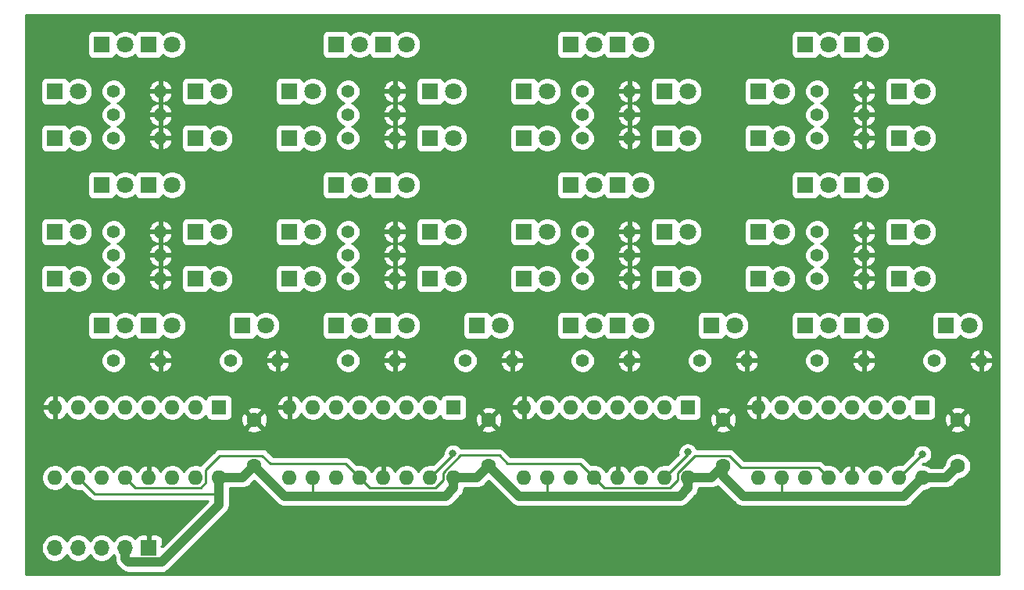
<source format=gbl>
G04 #@! TF.GenerationSoftware,KiCad,Pcbnew,5.1.6+dfsg1-1*
G04 #@! TF.CreationDate,2020-12-16T18:54:26-07:00*
G04 #@! TF.ProjectId,7segment,37736567-6d65-46e7-942e-6b696361645f,rev?*
G04 #@! TF.SameCoordinates,Original*
G04 #@! TF.FileFunction,Copper,L2,Bot*
G04 #@! TF.FilePolarity,Positive*
%FSLAX46Y46*%
G04 Gerber Fmt 4.6, Leading zero omitted, Abs format (unit mm)*
G04 Created by KiCad (PCBNEW 5.1.6+dfsg1-1) date 2020-12-16 18:54:26*
%MOMM*%
%LPD*%
G01*
G04 APERTURE LIST*
G04 #@! TA.AperFunction,ComponentPad*
%ADD10O,1.600000X1.600000*%
G04 #@! TD*
G04 #@! TA.AperFunction,ComponentPad*
%ADD11R,1.600000X1.600000*%
G04 #@! TD*
G04 #@! TA.AperFunction,ComponentPad*
%ADD12O,1.700000X1.700000*%
G04 #@! TD*
G04 #@! TA.AperFunction,ComponentPad*
%ADD13R,1.700000X1.700000*%
G04 #@! TD*
G04 #@! TA.AperFunction,ComponentPad*
%ADD14C,1.600000*%
G04 #@! TD*
G04 #@! TA.AperFunction,ComponentPad*
%ADD15O,1.400000X1.400000*%
G04 #@! TD*
G04 #@! TA.AperFunction,ComponentPad*
%ADD16C,1.400000*%
G04 #@! TD*
G04 #@! TA.AperFunction,ComponentPad*
%ADD17C,1.800000*%
G04 #@! TD*
G04 #@! TA.AperFunction,ComponentPad*
%ADD18R,1.800000X1.800000*%
G04 #@! TD*
G04 #@! TA.AperFunction,ViaPad*
%ADD19C,0.800000*%
G04 #@! TD*
G04 #@! TA.AperFunction,Conductor*
%ADD20C,1.000000*%
G04 #@! TD*
G04 #@! TA.AperFunction,Conductor*
%ADD21C,0.250000*%
G04 #@! TD*
G04 #@! TA.AperFunction,Conductor*
%ADD22C,0.254000*%
G04 #@! TD*
G04 APERTURE END LIST*
D10*
X97790000Y-109220000D03*
X80010000Y-101600000D03*
X95250000Y-109220000D03*
X82550000Y-101600000D03*
X92710000Y-109220000D03*
X85090000Y-101600000D03*
X90170000Y-109220000D03*
X87630000Y-101600000D03*
X87630000Y-109220000D03*
X90170000Y-101600000D03*
X85090000Y-109220000D03*
X92710000Y-101600000D03*
X82550000Y-109220000D03*
X95250000Y-101600000D03*
X80010000Y-109220000D03*
D11*
X97790000Y-101600000D03*
D10*
X173990000Y-109220000D03*
X156210000Y-101600000D03*
X171450000Y-109220000D03*
X158750000Y-101600000D03*
X168910000Y-109220000D03*
X161290000Y-101600000D03*
X166370000Y-109220000D03*
X163830000Y-101600000D03*
X163830000Y-109220000D03*
X166370000Y-101600000D03*
X161290000Y-109220000D03*
X168910000Y-101600000D03*
X158750000Y-109220000D03*
X171450000Y-101600000D03*
X156210000Y-109220000D03*
D11*
X173990000Y-101600000D03*
D10*
X148590000Y-109220000D03*
X130810000Y-101600000D03*
X146050000Y-109220000D03*
X133350000Y-101600000D03*
X143510000Y-109220000D03*
X135890000Y-101600000D03*
X140970000Y-109220000D03*
X138430000Y-101600000D03*
X138430000Y-109220000D03*
X140970000Y-101600000D03*
X135890000Y-109220000D03*
X143510000Y-101600000D03*
X133350000Y-109220000D03*
X146050000Y-101600000D03*
X130810000Y-109220000D03*
D11*
X148590000Y-101600000D03*
D12*
X80010000Y-116840000D03*
X82550000Y-116840000D03*
X85090000Y-116840000D03*
X87630000Y-116840000D03*
D13*
X90170000Y-116840000D03*
D10*
X123190000Y-109220000D03*
X105410000Y-101600000D03*
X120650000Y-109220000D03*
X107950000Y-101600000D03*
X118110000Y-109220000D03*
X110490000Y-101600000D03*
X115570000Y-109220000D03*
X113030000Y-101600000D03*
X113030000Y-109220000D03*
X115570000Y-101600000D03*
X110490000Y-109220000D03*
X118110000Y-101600000D03*
X107950000Y-109220000D03*
X120650000Y-101600000D03*
X105410000Y-109220000D03*
D11*
X123190000Y-101600000D03*
D14*
X177800000Y-102950000D03*
X177800000Y-107950000D03*
X152400000Y-102950000D03*
X152400000Y-107950000D03*
X101600000Y-102950000D03*
X101600000Y-107950000D03*
X127000000Y-102950000D03*
X127000000Y-107950000D03*
D15*
X180340000Y-96520000D03*
D16*
X175260000Y-96520000D03*
D15*
X167640000Y-82550000D03*
D16*
X162560000Y-82550000D03*
D15*
X167640000Y-72390000D03*
D16*
X162560000Y-72390000D03*
D15*
X167640000Y-87630000D03*
D16*
X162560000Y-87630000D03*
D15*
X167640000Y-96520000D03*
D16*
X162560000Y-96520000D03*
D15*
X167640000Y-85090000D03*
D16*
X162560000Y-85090000D03*
D15*
X167640000Y-69850000D03*
D16*
X162560000Y-69850000D03*
D15*
X167640000Y-67310000D03*
D16*
X162560000Y-67310000D03*
D15*
X154940000Y-96520000D03*
D16*
X149860000Y-96520000D03*
D15*
X142240000Y-82550000D03*
D16*
X137160000Y-82550000D03*
D15*
X142240000Y-72390000D03*
D16*
X137160000Y-72390000D03*
D15*
X142240000Y-87630000D03*
D16*
X137160000Y-87630000D03*
D15*
X142240000Y-96520000D03*
D16*
X137160000Y-96520000D03*
D15*
X142240000Y-85090000D03*
D16*
X137160000Y-85090000D03*
D15*
X142240000Y-69850000D03*
D16*
X137160000Y-69850000D03*
D15*
X142240000Y-67310000D03*
D16*
X137160000Y-67310000D03*
D15*
X129540000Y-96520000D03*
D16*
X124460000Y-96520000D03*
D15*
X116840000Y-82550000D03*
D16*
X111760000Y-82550000D03*
D15*
X116840000Y-72390000D03*
D16*
X111760000Y-72390000D03*
D15*
X116840000Y-87630000D03*
D16*
X111760000Y-87630000D03*
D15*
X116840000Y-96520000D03*
D16*
X111760000Y-96520000D03*
D15*
X116840000Y-85090000D03*
D16*
X111760000Y-85090000D03*
D15*
X116840000Y-69850000D03*
D16*
X111760000Y-69850000D03*
D15*
X116840000Y-67310000D03*
D16*
X111760000Y-67310000D03*
D15*
X104140000Y-96520000D03*
D16*
X99060000Y-96520000D03*
D15*
X91440000Y-82550000D03*
D16*
X86360000Y-82550000D03*
D15*
X91440000Y-72390000D03*
D16*
X86360000Y-72390000D03*
D15*
X91440000Y-87630000D03*
D16*
X86360000Y-87630000D03*
D15*
X91440000Y-96520000D03*
D16*
X86360000Y-96520000D03*
D15*
X91440000Y-85090000D03*
D16*
X86360000Y-85090000D03*
D15*
X91440000Y-69850000D03*
D16*
X86360000Y-69850000D03*
D15*
X91440000Y-67310000D03*
D16*
X86360000Y-67310000D03*
D17*
X179070000Y-92710000D03*
D18*
X176530000Y-92710000D03*
D17*
X168910000Y-77470000D03*
D18*
X166370000Y-77470000D03*
D17*
X158750000Y-67310000D03*
D18*
X156210000Y-67310000D03*
D17*
X158750000Y-82550000D03*
D18*
X156210000Y-82550000D03*
D17*
X168910000Y-92710000D03*
D18*
X166370000Y-92710000D03*
D17*
X173990000Y-87630000D03*
D18*
X171450000Y-87630000D03*
D17*
X173990000Y-72390000D03*
D18*
X171450000Y-72390000D03*
D17*
X168910000Y-62230000D03*
D18*
X166370000Y-62230000D03*
D17*
X153670000Y-92710000D03*
D18*
X151130000Y-92710000D03*
D17*
X143510000Y-77470000D03*
D18*
X140970000Y-77470000D03*
D17*
X133350000Y-67310000D03*
D18*
X130810000Y-67310000D03*
D17*
X133350000Y-82550000D03*
D18*
X130810000Y-82550000D03*
D17*
X143510000Y-92710000D03*
D18*
X140970000Y-92710000D03*
D17*
X148590000Y-87630000D03*
D18*
X146050000Y-87630000D03*
D17*
X148590000Y-72390000D03*
D18*
X146050000Y-72390000D03*
D17*
X143510000Y-62230000D03*
D18*
X140970000Y-62230000D03*
D17*
X163830000Y-77470000D03*
D18*
X161290000Y-77470000D03*
D17*
X158750000Y-72390000D03*
D18*
X156210000Y-72390000D03*
D17*
X158750000Y-87630000D03*
D18*
X156210000Y-87630000D03*
D17*
X163830000Y-92710000D03*
D18*
X161290000Y-92710000D03*
D17*
X173990000Y-82550000D03*
D18*
X171450000Y-82550000D03*
D17*
X173990000Y-67310000D03*
D18*
X171450000Y-67310000D03*
D17*
X163830000Y-62230000D03*
D18*
X161290000Y-62230000D03*
D17*
X138430000Y-77470000D03*
D18*
X135890000Y-77470000D03*
D17*
X133350000Y-72390000D03*
D18*
X130810000Y-72390000D03*
D17*
X133350000Y-87630000D03*
D18*
X130810000Y-87630000D03*
D17*
X138430000Y-92710000D03*
D18*
X135890000Y-92710000D03*
D17*
X148590000Y-82550000D03*
D18*
X146050000Y-82550000D03*
D17*
X148590000Y-67310000D03*
D18*
X146050000Y-67310000D03*
D17*
X138430000Y-62230000D03*
D18*
X135890000Y-62230000D03*
D17*
X128270000Y-92710000D03*
D18*
X125730000Y-92710000D03*
D17*
X118110000Y-77470000D03*
D18*
X115570000Y-77470000D03*
D17*
X107950000Y-67310000D03*
D18*
X105410000Y-67310000D03*
D17*
X107950000Y-82550000D03*
D18*
X105410000Y-82550000D03*
D17*
X118110000Y-92710000D03*
D18*
X115570000Y-92710000D03*
D17*
X123190000Y-87630000D03*
D18*
X120650000Y-87630000D03*
D17*
X123190000Y-72390000D03*
D18*
X120650000Y-72390000D03*
D17*
X118110000Y-62230000D03*
D18*
X115570000Y-62230000D03*
D17*
X102870000Y-92710000D03*
D18*
X100330000Y-92710000D03*
D17*
X92710000Y-77470000D03*
D18*
X90170000Y-77470000D03*
D17*
X82550000Y-67310000D03*
D18*
X80010000Y-67310000D03*
D17*
X82550000Y-82550000D03*
D18*
X80010000Y-82550000D03*
D17*
X92710000Y-92710000D03*
D18*
X90170000Y-92710000D03*
D17*
X97790000Y-87630000D03*
D18*
X95250000Y-87630000D03*
D17*
X97790000Y-72390000D03*
D18*
X95250000Y-72390000D03*
D17*
X92710000Y-62230000D03*
D18*
X90170000Y-62230000D03*
D17*
X113030000Y-77470000D03*
D18*
X110490000Y-77470000D03*
D17*
X107950000Y-72390000D03*
D18*
X105410000Y-72390000D03*
D17*
X107950000Y-87630000D03*
D18*
X105410000Y-87630000D03*
D17*
X113030000Y-92710000D03*
D18*
X110490000Y-92710000D03*
D17*
X123190000Y-82550000D03*
D18*
X120650000Y-82550000D03*
D17*
X123190000Y-67310000D03*
D18*
X120650000Y-67310000D03*
D17*
X113030000Y-62230000D03*
D18*
X110490000Y-62230000D03*
D17*
X87630000Y-77470000D03*
D18*
X85090000Y-77470000D03*
D17*
X82550000Y-72390000D03*
D18*
X80010000Y-72390000D03*
D17*
X82550000Y-87630000D03*
D18*
X80010000Y-87630000D03*
D17*
X87630000Y-92710000D03*
D18*
X85090000Y-92710000D03*
D17*
X97790000Y-82550000D03*
D18*
X95250000Y-82550000D03*
D17*
X97790000Y-67310000D03*
D18*
X95250000Y-67310000D03*
D17*
X87630000Y-62230000D03*
D18*
X85090000Y-62230000D03*
D19*
X123125899Y-106593779D03*
X148548569Y-106462990D03*
X173990000Y-106680000D03*
D20*
X151130000Y-109220000D02*
X152400000Y-107950000D01*
X123190000Y-109220000D02*
X125730000Y-109220000D01*
X173990000Y-109220000D02*
X176530000Y-109220000D01*
X100330000Y-109220000D02*
X101600000Y-107950000D01*
X148590000Y-109220000D02*
X151130000Y-109220000D01*
X97790000Y-109220000D02*
X100330000Y-109220000D01*
X176530000Y-109220000D02*
X177800000Y-107950000D01*
X125730000Y-109220000D02*
X127000000Y-107950000D01*
X101600000Y-107950000D02*
X104902000Y-111252000D01*
X127000000Y-107950000D02*
X130302000Y-111252000D01*
X171958000Y-111252000D02*
X173990000Y-109220000D01*
D21*
X133350000Y-110998000D02*
X133096000Y-111252000D01*
X133350000Y-109220000D02*
X133350000Y-110998000D01*
D20*
X130302000Y-111252000D02*
X133096000Y-111252000D01*
D21*
X158750000Y-109220000D02*
X158750000Y-110998000D01*
D20*
X159004000Y-111252000D02*
X171958000Y-111252000D01*
D21*
X158750000Y-110998000D02*
X159004000Y-111252000D01*
X107950000Y-110998000D02*
X107696000Y-111252000D01*
X107950000Y-109220000D02*
X107950000Y-110998000D01*
D20*
X104902000Y-111252000D02*
X107696000Y-111252000D01*
X107696000Y-111252000D02*
X122289370Y-111252000D01*
X122289370Y-111252000D02*
X123190000Y-110351370D01*
X123190000Y-110351370D02*
X123190000Y-109220000D01*
X152400000Y-109081370D02*
X154570630Y-111252000D01*
X152400000Y-107950000D02*
X152400000Y-109081370D01*
X154570630Y-111252000D02*
X159004000Y-111252000D01*
X91580001Y-118390001D02*
X97790000Y-112180002D01*
X87977920Y-118390001D02*
X91580001Y-118390001D01*
X87630000Y-118042081D02*
X87977920Y-118390001D01*
X87630000Y-116840000D02*
X87630000Y-118042081D01*
D21*
X84328000Y-110998000D02*
X97790000Y-110998000D01*
X82550000Y-109220000D02*
X84328000Y-110998000D01*
D20*
X97790000Y-110998000D02*
X97790000Y-109220000D01*
X97790000Y-112180002D02*
X97790000Y-110998000D01*
X133096000Y-111252000D02*
X147689370Y-111252000D01*
X147689370Y-111252000D02*
X148590000Y-110351370D01*
X148590000Y-110351370D02*
X148590000Y-109220000D01*
D21*
X123125899Y-106744101D02*
X123125899Y-106593779D01*
X120650000Y-109220000D02*
X123125899Y-106744101D01*
X146050000Y-109220000D02*
X148548569Y-106721431D01*
X148548569Y-106721431D02*
X148548569Y-106462990D01*
X171450000Y-109220000D02*
X173990000Y-106680000D01*
X113030000Y-109220000D02*
X113029960Y-109220000D01*
X149319999Y-106824999D02*
X153052999Y-106824999D01*
X147464999Y-108679999D02*
X149319999Y-106824999D01*
X147464999Y-109470003D02*
X147464999Y-108679999D01*
X138430000Y-109220000D02*
X139555001Y-110345001D01*
X146590001Y-110345001D02*
X147464999Y-109470003D01*
X139555001Y-110345001D02*
X146590001Y-110345001D01*
X162704999Y-108094999D02*
X163830000Y-109220000D01*
X154322999Y-108094999D02*
X162704999Y-108094999D01*
X153052999Y-106824999D02*
X154322999Y-108094999D01*
X136906000Y-107696000D02*
X138430000Y-109220000D01*
X129032000Y-107696000D02*
X136906000Y-107696000D01*
X128128998Y-106792998D02*
X129032000Y-107696000D01*
X123952000Y-106792998D02*
X128128998Y-106792998D01*
X122064999Y-108679999D02*
X123952000Y-106792998D01*
X122064999Y-109470003D02*
X122064999Y-108679999D01*
X114155001Y-110345001D02*
X121190001Y-110345001D01*
X121190001Y-110345001D02*
X122064999Y-109470003D01*
X113030000Y-109220000D02*
X114155001Y-110345001D01*
X95790001Y-110345001D02*
X96375001Y-109760001D01*
X96375001Y-109760001D02*
X96375001Y-108348999D01*
X88755001Y-110345001D02*
X95790001Y-110345001D01*
X87630000Y-109220000D02*
X88755001Y-110345001D01*
X97899001Y-106824999D02*
X102471001Y-106824999D01*
X96375001Y-108348999D02*
X97899001Y-106824999D01*
X102471001Y-106824999D02*
X103342002Y-107696000D01*
X111506000Y-107696000D02*
X113030000Y-109220000D01*
X103342002Y-107696000D02*
X111506000Y-107696000D01*
D22*
G36*
X182245000Y-119761000D02*
G01*
X76835000Y-119761000D01*
X76835000Y-116693740D01*
X78525000Y-116693740D01*
X78525000Y-116986260D01*
X78582068Y-117273158D01*
X78694010Y-117543411D01*
X78856525Y-117786632D01*
X79063368Y-117993475D01*
X79306589Y-118155990D01*
X79576842Y-118267932D01*
X79863740Y-118325000D01*
X80156260Y-118325000D01*
X80443158Y-118267932D01*
X80713411Y-118155990D01*
X80956632Y-117993475D01*
X81163475Y-117786632D01*
X81280000Y-117612240D01*
X81396525Y-117786632D01*
X81603368Y-117993475D01*
X81846589Y-118155990D01*
X82116842Y-118267932D01*
X82403740Y-118325000D01*
X82696260Y-118325000D01*
X82983158Y-118267932D01*
X83253411Y-118155990D01*
X83496632Y-117993475D01*
X83703475Y-117786632D01*
X83820000Y-117612240D01*
X83936525Y-117786632D01*
X84143368Y-117993475D01*
X84386589Y-118155990D01*
X84656842Y-118267932D01*
X84943740Y-118325000D01*
X85236260Y-118325000D01*
X85523158Y-118267932D01*
X85793411Y-118155990D01*
X86036632Y-117993475D01*
X86243475Y-117786632D01*
X86360000Y-117612240D01*
X86476525Y-117786632D01*
X86495000Y-117805107D01*
X86495000Y-117986330D01*
X86489509Y-118042081D01*
X86495000Y-118097832D01*
X86495000Y-118097833D01*
X86511423Y-118264580D01*
X86576324Y-118478528D01*
X86681717Y-118675704D01*
X86823552Y-118848530D01*
X86866860Y-118884072D01*
X87135924Y-119153136D01*
X87171471Y-119196450D01*
X87344297Y-119338285D01*
X87541473Y-119443677D01*
X87715026Y-119496324D01*
X87755420Y-119508578D01*
X87776413Y-119510645D01*
X87922168Y-119525001D01*
X87922175Y-119525001D01*
X87977919Y-119530491D01*
X88033663Y-119525001D01*
X91524250Y-119525001D01*
X91580001Y-119530492D01*
X91635752Y-119525001D01*
X91635753Y-119525001D01*
X91802500Y-119508578D01*
X92016448Y-119443677D01*
X92213624Y-119338285D01*
X92386450Y-119196450D01*
X92421997Y-119153136D01*
X98553141Y-113021993D01*
X98596449Y-112986451D01*
X98738284Y-112813625D01*
X98843676Y-112616449D01*
X98908577Y-112402501D01*
X98925000Y-112235754D01*
X98925000Y-112235753D01*
X98930491Y-112180002D01*
X98925000Y-112124250D01*
X98925000Y-110355000D01*
X100274249Y-110355000D01*
X100330000Y-110360491D01*
X100385751Y-110355000D01*
X100385752Y-110355000D01*
X100552499Y-110338577D01*
X100766447Y-110273676D01*
X100963623Y-110168284D01*
X101136449Y-110026449D01*
X101171996Y-109983135D01*
X101600000Y-109555131D01*
X104060009Y-112015141D01*
X104095551Y-112058449D01*
X104268377Y-112200284D01*
X104465553Y-112305676D01*
X104629705Y-112355471D01*
X104679500Y-112370577D01*
X104700493Y-112372644D01*
X104846248Y-112387000D01*
X104846255Y-112387000D01*
X104901999Y-112392490D01*
X104957743Y-112387000D01*
X122233619Y-112387000D01*
X122289370Y-112392491D01*
X122345121Y-112387000D01*
X122345122Y-112387000D01*
X122511869Y-112370577D01*
X122725817Y-112305676D01*
X122922993Y-112200284D01*
X123095819Y-112058449D01*
X123131365Y-112015136D01*
X123953140Y-111193362D01*
X123996449Y-111157819D01*
X124138284Y-110984993D01*
X124243676Y-110787817D01*
X124308577Y-110573869D01*
X124325000Y-110407122D01*
X124325000Y-110407115D01*
X124330133Y-110355000D01*
X125674249Y-110355000D01*
X125730000Y-110360491D01*
X125785751Y-110355000D01*
X125785752Y-110355000D01*
X125952499Y-110338577D01*
X126166447Y-110273676D01*
X126363623Y-110168284D01*
X126536449Y-110026449D01*
X126571996Y-109983135D01*
X127000000Y-109555131D01*
X129460009Y-112015141D01*
X129495551Y-112058449D01*
X129668377Y-112200284D01*
X129865553Y-112305676D01*
X130029705Y-112355471D01*
X130079500Y-112370577D01*
X130100493Y-112372644D01*
X130246248Y-112387000D01*
X130246255Y-112387000D01*
X130301999Y-112392490D01*
X130357743Y-112387000D01*
X147633619Y-112387000D01*
X147689370Y-112392491D01*
X147745121Y-112387000D01*
X147745122Y-112387000D01*
X147911869Y-112370577D01*
X148125817Y-112305676D01*
X148322993Y-112200284D01*
X148495819Y-112058449D01*
X148531365Y-112015136D01*
X149353140Y-111193362D01*
X149396449Y-111157819D01*
X149538284Y-110984993D01*
X149643676Y-110787817D01*
X149708577Y-110573869D01*
X149725000Y-110407122D01*
X149725000Y-110407115D01*
X149730133Y-110355000D01*
X151074249Y-110355000D01*
X151130000Y-110360491D01*
X151185751Y-110355000D01*
X151185752Y-110355000D01*
X151352499Y-110338577D01*
X151566447Y-110273676D01*
X151763623Y-110168284D01*
X151828522Y-110115023D01*
X153728639Y-112015141D01*
X153764181Y-112058449D01*
X153937007Y-112200284D01*
X154134183Y-112305676D01*
X154348131Y-112370577D01*
X154514878Y-112387000D01*
X154514887Y-112387000D01*
X154570629Y-112392490D01*
X154626371Y-112387000D01*
X171902249Y-112387000D01*
X171958000Y-112392491D01*
X172013751Y-112387000D01*
X172013752Y-112387000D01*
X172180499Y-112370577D01*
X172394447Y-112305676D01*
X172591623Y-112200284D01*
X172764449Y-112058449D01*
X172799996Y-112015135D01*
X174167282Y-110647850D01*
X174408574Y-110599853D01*
X174669727Y-110491680D01*
X174874284Y-110355000D01*
X176474249Y-110355000D01*
X176530000Y-110360491D01*
X176585751Y-110355000D01*
X176585752Y-110355000D01*
X176752499Y-110338577D01*
X176966447Y-110273676D01*
X177163623Y-110168284D01*
X177336449Y-110026449D01*
X177371996Y-109983135D01*
X177977282Y-109377850D01*
X178218574Y-109329853D01*
X178479727Y-109221680D01*
X178714759Y-109064637D01*
X178914637Y-108864759D01*
X179071680Y-108629727D01*
X179179853Y-108368574D01*
X179235000Y-108091335D01*
X179235000Y-107808665D01*
X179179853Y-107531426D01*
X179071680Y-107270273D01*
X178914637Y-107035241D01*
X178714759Y-106835363D01*
X178479727Y-106678320D01*
X178218574Y-106570147D01*
X177941335Y-106515000D01*
X177658665Y-106515000D01*
X177381426Y-106570147D01*
X177120273Y-106678320D01*
X176885241Y-106835363D01*
X176685363Y-107035241D01*
X176528320Y-107270273D01*
X176420147Y-107531426D01*
X176372150Y-107772718D01*
X176059869Y-108085000D01*
X174874284Y-108085000D01*
X174669727Y-107948320D01*
X174408574Y-107840147D01*
X174131335Y-107785000D01*
X173959803Y-107785000D01*
X174029803Y-107715000D01*
X174091939Y-107715000D01*
X174291898Y-107675226D01*
X174480256Y-107597205D01*
X174649774Y-107483937D01*
X174793937Y-107339774D01*
X174907205Y-107170256D01*
X174985226Y-106981898D01*
X175025000Y-106781939D01*
X175025000Y-106578061D01*
X174985226Y-106378102D01*
X174907205Y-106189744D01*
X174793937Y-106020226D01*
X174649774Y-105876063D01*
X174480256Y-105762795D01*
X174291898Y-105684774D01*
X174091939Y-105645000D01*
X173888061Y-105645000D01*
X173688102Y-105684774D01*
X173499744Y-105762795D01*
X173330226Y-105876063D01*
X173186063Y-106020226D01*
X173072795Y-106189744D01*
X172994774Y-106378102D01*
X172955000Y-106578061D01*
X172955000Y-106640197D01*
X171773886Y-107821312D01*
X171591335Y-107785000D01*
X171308665Y-107785000D01*
X171031426Y-107840147D01*
X170770273Y-107948320D01*
X170535241Y-108105363D01*
X170335363Y-108305241D01*
X170180000Y-108537759D01*
X170024637Y-108305241D01*
X169824759Y-108105363D01*
X169589727Y-107948320D01*
X169328574Y-107840147D01*
X169051335Y-107785000D01*
X168768665Y-107785000D01*
X168491426Y-107840147D01*
X168230273Y-107948320D01*
X167995241Y-108105363D01*
X167795363Y-108305241D01*
X167638320Y-108540273D01*
X167633933Y-108550865D01*
X167522385Y-108364869D01*
X167333414Y-108156481D01*
X167107420Y-107988963D01*
X166853087Y-107868754D01*
X166719039Y-107828096D01*
X166497000Y-107950085D01*
X166497000Y-109093000D01*
X166517000Y-109093000D01*
X166517000Y-109347000D01*
X166497000Y-109347000D01*
X166497000Y-109367000D01*
X166243000Y-109367000D01*
X166243000Y-109347000D01*
X166223000Y-109347000D01*
X166223000Y-109093000D01*
X166243000Y-109093000D01*
X166243000Y-107950085D01*
X166020961Y-107828096D01*
X165886913Y-107868754D01*
X165632580Y-107988963D01*
X165406586Y-108156481D01*
X165217615Y-108364869D01*
X165106067Y-108550865D01*
X165101680Y-108540273D01*
X164944637Y-108305241D01*
X164744759Y-108105363D01*
X164509727Y-107948320D01*
X164248574Y-107840147D01*
X163971335Y-107785000D01*
X163688665Y-107785000D01*
X163506113Y-107821312D01*
X163268803Y-107584001D01*
X163245000Y-107554998D01*
X163129275Y-107460025D01*
X162997246Y-107389453D01*
X162853985Y-107345996D01*
X162742332Y-107334999D01*
X162742321Y-107334999D01*
X162704999Y-107331323D01*
X162667677Y-107334999D01*
X154637801Y-107334999D01*
X153616803Y-106314002D01*
X153593000Y-106284998D01*
X153477275Y-106190025D01*
X153345246Y-106119453D01*
X153201985Y-106075996D01*
X153090332Y-106064999D01*
X153090321Y-106064999D01*
X153052999Y-106061323D01*
X153015677Y-106064999D01*
X149503992Y-106064999D01*
X149465774Y-105972734D01*
X149352506Y-105803216D01*
X149208343Y-105659053D01*
X149038825Y-105545785D01*
X148850467Y-105467764D01*
X148650508Y-105427990D01*
X148446630Y-105427990D01*
X148246671Y-105467764D01*
X148058313Y-105545785D01*
X147888795Y-105659053D01*
X147744632Y-105803216D01*
X147631364Y-105972734D01*
X147553343Y-106161092D01*
X147513569Y-106361051D01*
X147513569Y-106564929D01*
X147532931Y-106662268D01*
X146373886Y-107821312D01*
X146191335Y-107785000D01*
X145908665Y-107785000D01*
X145631426Y-107840147D01*
X145370273Y-107948320D01*
X145135241Y-108105363D01*
X144935363Y-108305241D01*
X144780000Y-108537759D01*
X144624637Y-108305241D01*
X144424759Y-108105363D01*
X144189727Y-107948320D01*
X143928574Y-107840147D01*
X143651335Y-107785000D01*
X143368665Y-107785000D01*
X143091426Y-107840147D01*
X142830273Y-107948320D01*
X142595241Y-108105363D01*
X142395363Y-108305241D01*
X142238320Y-108540273D01*
X142233933Y-108550865D01*
X142122385Y-108364869D01*
X141933414Y-108156481D01*
X141707420Y-107988963D01*
X141453087Y-107868754D01*
X141319039Y-107828096D01*
X141097000Y-107950085D01*
X141097000Y-109093000D01*
X141117000Y-109093000D01*
X141117000Y-109347000D01*
X141097000Y-109347000D01*
X141097000Y-109367000D01*
X140843000Y-109367000D01*
X140843000Y-109347000D01*
X140823000Y-109347000D01*
X140823000Y-109093000D01*
X140843000Y-109093000D01*
X140843000Y-107950085D01*
X140620961Y-107828096D01*
X140486913Y-107868754D01*
X140232580Y-107988963D01*
X140006586Y-108156481D01*
X139817615Y-108364869D01*
X139706067Y-108550865D01*
X139701680Y-108540273D01*
X139544637Y-108305241D01*
X139344759Y-108105363D01*
X139109727Y-107948320D01*
X138848574Y-107840147D01*
X138571335Y-107785000D01*
X138288665Y-107785000D01*
X138106114Y-107821312D01*
X137469803Y-107185002D01*
X137446001Y-107155999D01*
X137330276Y-107061026D01*
X137198247Y-106990454D01*
X137054986Y-106946997D01*
X136943333Y-106936000D01*
X136943322Y-106936000D01*
X136906000Y-106932324D01*
X136868678Y-106936000D01*
X129346802Y-106936000D01*
X128692801Y-106282000D01*
X128668999Y-106252997D01*
X128553274Y-106158024D01*
X128421245Y-106087452D01*
X128277984Y-106043995D01*
X128166331Y-106032998D01*
X128166320Y-106032998D01*
X128128998Y-106029322D01*
X128091676Y-106032998D01*
X123995981Y-106032998D01*
X123929836Y-105934005D01*
X123785673Y-105789842D01*
X123616155Y-105676574D01*
X123427797Y-105598553D01*
X123227838Y-105558779D01*
X123023960Y-105558779D01*
X122824001Y-105598553D01*
X122635643Y-105676574D01*
X122466125Y-105789842D01*
X122321962Y-105934005D01*
X122208694Y-106103523D01*
X122130673Y-106291881D01*
X122090899Y-106491840D01*
X122090899Y-106695718D01*
X122092323Y-106702876D01*
X120973886Y-107821312D01*
X120791335Y-107785000D01*
X120508665Y-107785000D01*
X120231426Y-107840147D01*
X119970273Y-107948320D01*
X119735241Y-108105363D01*
X119535363Y-108305241D01*
X119380000Y-108537759D01*
X119224637Y-108305241D01*
X119024759Y-108105363D01*
X118789727Y-107948320D01*
X118528574Y-107840147D01*
X118251335Y-107785000D01*
X117968665Y-107785000D01*
X117691426Y-107840147D01*
X117430273Y-107948320D01*
X117195241Y-108105363D01*
X116995363Y-108305241D01*
X116838320Y-108540273D01*
X116833933Y-108550865D01*
X116722385Y-108364869D01*
X116533414Y-108156481D01*
X116307420Y-107988963D01*
X116053087Y-107868754D01*
X115919039Y-107828096D01*
X115697000Y-107950085D01*
X115697000Y-109093000D01*
X115717000Y-109093000D01*
X115717000Y-109347000D01*
X115697000Y-109347000D01*
X115697000Y-109367000D01*
X115443000Y-109367000D01*
X115443000Y-109347000D01*
X115423000Y-109347000D01*
X115423000Y-109093000D01*
X115443000Y-109093000D01*
X115443000Y-107950085D01*
X115220961Y-107828096D01*
X115086913Y-107868754D01*
X114832580Y-107988963D01*
X114606586Y-108156481D01*
X114417615Y-108364869D01*
X114306067Y-108550865D01*
X114301680Y-108540273D01*
X114144637Y-108305241D01*
X113944759Y-108105363D01*
X113709727Y-107948320D01*
X113448574Y-107840147D01*
X113171335Y-107785000D01*
X112888665Y-107785000D01*
X112706114Y-107821312D01*
X112069803Y-107185002D01*
X112046001Y-107155999D01*
X111930276Y-107061026D01*
X111798247Y-106990454D01*
X111654986Y-106946997D01*
X111543333Y-106936000D01*
X111543322Y-106936000D01*
X111506000Y-106932324D01*
X111468678Y-106936000D01*
X103656804Y-106936000D01*
X103034804Y-106314001D01*
X103011002Y-106284998D01*
X102895277Y-106190025D01*
X102763248Y-106119453D01*
X102619987Y-106075996D01*
X102508334Y-106064999D01*
X102508323Y-106064999D01*
X102471001Y-106061323D01*
X102433679Y-106064999D01*
X97936323Y-106064999D01*
X97899000Y-106061323D01*
X97861677Y-106064999D01*
X97861668Y-106064999D01*
X97750015Y-106075996D01*
X97606754Y-106119453D01*
X97474725Y-106190025D01*
X97474723Y-106190026D01*
X97474724Y-106190026D01*
X97387997Y-106261200D01*
X97387993Y-106261204D01*
X97359000Y-106284998D01*
X97335206Y-106313991D01*
X95863999Y-107785200D01*
X95835001Y-107808998D01*
X95811203Y-107837996D01*
X95811202Y-107837997D01*
X95773701Y-107883692D01*
X95668574Y-107840147D01*
X95391335Y-107785000D01*
X95108665Y-107785000D01*
X94831426Y-107840147D01*
X94570273Y-107948320D01*
X94335241Y-108105363D01*
X94135363Y-108305241D01*
X93980000Y-108537759D01*
X93824637Y-108305241D01*
X93624759Y-108105363D01*
X93389727Y-107948320D01*
X93128574Y-107840147D01*
X92851335Y-107785000D01*
X92568665Y-107785000D01*
X92291426Y-107840147D01*
X92030273Y-107948320D01*
X91795241Y-108105363D01*
X91595363Y-108305241D01*
X91438320Y-108540273D01*
X91433933Y-108550865D01*
X91322385Y-108364869D01*
X91133414Y-108156481D01*
X90907420Y-107988963D01*
X90653087Y-107868754D01*
X90519039Y-107828096D01*
X90297000Y-107950085D01*
X90297000Y-109093000D01*
X90317000Y-109093000D01*
X90317000Y-109347000D01*
X90297000Y-109347000D01*
X90297000Y-109367000D01*
X90043000Y-109367000D01*
X90043000Y-109347000D01*
X90023000Y-109347000D01*
X90023000Y-109093000D01*
X90043000Y-109093000D01*
X90043000Y-107950085D01*
X89820961Y-107828096D01*
X89686913Y-107868754D01*
X89432580Y-107988963D01*
X89206586Y-108156481D01*
X89017615Y-108364869D01*
X88906067Y-108550865D01*
X88901680Y-108540273D01*
X88744637Y-108305241D01*
X88544759Y-108105363D01*
X88309727Y-107948320D01*
X88048574Y-107840147D01*
X87771335Y-107785000D01*
X87488665Y-107785000D01*
X87211426Y-107840147D01*
X86950273Y-107948320D01*
X86715241Y-108105363D01*
X86515363Y-108305241D01*
X86360000Y-108537759D01*
X86204637Y-108305241D01*
X86004759Y-108105363D01*
X85769727Y-107948320D01*
X85508574Y-107840147D01*
X85231335Y-107785000D01*
X84948665Y-107785000D01*
X84671426Y-107840147D01*
X84410273Y-107948320D01*
X84175241Y-108105363D01*
X83975363Y-108305241D01*
X83820000Y-108537759D01*
X83664637Y-108305241D01*
X83464759Y-108105363D01*
X83229727Y-107948320D01*
X82968574Y-107840147D01*
X82691335Y-107785000D01*
X82408665Y-107785000D01*
X82131426Y-107840147D01*
X81870273Y-107948320D01*
X81635241Y-108105363D01*
X81435363Y-108305241D01*
X81280000Y-108537759D01*
X81124637Y-108305241D01*
X80924759Y-108105363D01*
X80689727Y-107948320D01*
X80428574Y-107840147D01*
X80151335Y-107785000D01*
X79868665Y-107785000D01*
X79591426Y-107840147D01*
X79330273Y-107948320D01*
X79095241Y-108105363D01*
X78895363Y-108305241D01*
X78738320Y-108540273D01*
X78630147Y-108801426D01*
X78575000Y-109078665D01*
X78575000Y-109361335D01*
X78630147Y-109638574D01*
X78738320Y-109899727D01*
X78895363Y-110134759D01*
X79095241Y-110334637D01*
X79330273Y-110491680D01*
X79591426Y-110599853D01*
X79868665Y-110655000D01*
X80151335Y-110655000D01*
X80428574Y-110599853D01*
X80689727Y-110491680D01*
X80924759Y-110334637D01*
X81124637Y-110134759D01*
X81280000Y-109902241D01*
X81435363Y-110134759D01*
X81635241Y-110334637D01*
X81870273Y-110491680D01*
X82131426Y-110599853D01*
X82408665Y-110655000D01*
X82691335Y-110655000D01*
X82873886Y-110618688D01*
X83764200Y-111509002D01*
X83787999Y-111538001D01*
X83903724Y-111632974D01*
X84035753Y-111703546D01*
X84179014Y-111747003D01*
X84290667Y-111758000D01*
X84290675Y-111758000D01*
X84328000Y-111761676D01*
X84365325Y-111758000D01*
X96606870Y-111758000D01*
X91651873Y-116712998D01*
X91496252Y-116712998D01*
X91655000Y-116554250D01*
X91658072Y-115990000D01*
X91645812Y-115865518D01*
X91609502Y-115745820D01*
X91550537Y-115635506D01*
X91471185Y-115538815D01*
X91374494Y-115459463D01*
X91264180Y-115400498D01*
X91144482Y-115364188D01*
X91020000Y-115351928D01*
X90455750Y-115355000D01*
X90297000Y-115513750D01*
X90297000Y-116713000D01*
X90317000Y-116713000D01*
X90317000Y-116967000D01*
X90297000Y-116967000D01*
X90297000Y-116987000D01*
X90043000Y-116987000D01*
X90043000Y-116967000D01*
X90023000Y-116967000D01*
X90023000Y-116713000D01*
X90043000Y-116713000D01*
X90043000Y-115513750D01*
X89884250Y-115355000D01*
X89320000Y-115351928D01*
X89195518Y-115364188D01*
X89075820Y-115400498D01*
X88965506Y-115459463D01*
X88868815Y-115538815D01*
X88789463Y-115635506D01*
X88730498Y-115745820D01*
X88708487Y-115818380D01*
X88576632Y-115686525D01*
X88333411Y-115524010D01*
X88063158Y-115412068D01*
X87776260Y-115355000D01*
X87483740Y-115355000D01*
X87196842Y-115412068D01*
X86926589Y-115524010D01*
X86683368Y-115686525D01*
X86476525Y-115893368D01*
X86360000Y-116067760D01*
X86243475Y-115893368D01*
X86036632Y-115686525D01*
X85793411Y-115524010D01*
X85523158Y-115412068D01*
X85236260Y-115355000D01*
X84943740Y-115355000D01*
X84656842Y-115412068D01*
X84386589Y-115524010D01*
X84143368Y-115686525D01*
X83936525Y-115893368D01*
X83820000Y-116067760D01*
X83703475Y-115893368D01*
X83496632Y-115686525D01*
X83253411Y-115524010D01*
X82983158Y-115412068D01*
X82696260Y-115355000D01*
X82403740Y-115355000D01*
X82116842Y-115412068D01*
X81846589Y-115524010D01*
X81603368Y-115686525D01*
X81396525Y-115893368D01*
X81280000Y-116067760D01*
X81163475Y-115893368D01*
X80956632Y-115686525D01*
X80713411Y-115524010D01*
X80443158Y-115412068D01*
X80156260Y-115355000D01*
X79863740Y-115355000D01*
X79576842Y-115412068D01*
X79306589Y-115524010D01*
X79063368Y-115686525D01*
X78856525Y-115893368D01*
X78694010Y-116136589D01*
X78582068Y-116406842D01*
X78525000Y-116693740D01*
X76835000Y-116693740D01*
X76835000Y-103942702D01*
X100786903Y-103942702D01*
X100858486Y-104186671D01*
X101113996Y-104307571D01*
X101388184Y-104376300D01*
X101670512Y-104390217D01*
X101950130Y-104348787D01*
X102216292Y-104253603D01*
X102341514Y-104186671D01*
X102413097Y-103942702D01*
X126186903Y-103942702D01*
X126258486Y-104186671D01*
X126513996Y-104307571D01*
X126788184Y-104376300D01*
X127070512Y-104390217D01*
X127350130Y-104348787D01*
X127616292Y-104253603D01*
X127741514Y-104186671D01*
X127813097Y-103942702D01*
X151586903Y-103942702D01*
X151658486Y-104186671D01*
X151913996Y-104307571D01*
X152188184Y-104376300D01*
X152470512Y-104390217D01*
X152750130Y-104348787D01*
X153016292Y-104253603D01*
X153141514Y-104186671D01*
X153213097Y-103942702D01*
X176986903Y-103942702D01*
X177058486Y-104186671D01*
X177313996Y-104307571D01*
X177588184Y-104376300D01*
X177870512Y-104390217D01*
X178150130Y-104348787D01*
X178416292Y-104253603D01*
X178541514Y-104186671D01*
X178613097Y-103942702D01*
X177800000Y-103129605D01*
X176986903Y-103942702D01*
X153213097Y-103942702D01*
X152400000Y-103129605D01*
X151586903Y-103942702D01*
X127813097Y-103942702D01*
X127000000Y-103129605D01*
X126186903Y-103942702D01*
X102413097Y-103942702D01*
X101600000Y-103129605D01*
X100786903Y-103942702D01*
X76835000Y-103942702D01*
X76835000Y-101949040D01*
X78618091Y-101949040D01*
X78712930Y-102213881D01*
X78857615Y-102455131D01*
X79046586Y-102663519D01*
X79272580Y-102831037D01*
X79526913Y-102951246D01*
X79660961Y-102991904D01*
X79883000Y-102869915D01*
X79883000Y-101727000D01*
X78739376Y-101727000D01*
X78618091Y-101949040D01*
X76835000Y-101949040D01*
X76835000Y-101250960D01*
X78618091Y-101250960D01*
X78739376Y-101473000D01*
X79883000Y-101473000D01*
X79883000Y-100330085D01*
X80137000Y-100330085D01*
X80137000Y-101473000D01*
X80157000Y-101473000D01*
X80157000Y-101727000D01*
X80137000Y-101727000D01*
X80137000Y-102869915D01*
X80359039Y-102991904D01*
X80493087Y-102951246D01*
X80747420Y-102831037D01*
X80973414Y-102663519D01*
X81162385Y-102455131D01*
X81273933Y-102269135D01*
X81278320Y-102279727D01*
X81435363Y-102514759D01*
X81635241Y-102714637D01*
X81870273Y-102871680D01*
X82131426Y-102979853D01*
X82408665Y-103035000D01*
X82691335Y-103035000D01*
X82968574Y-102979853D01*
X83229727Y-102871680D01*
X83464759Y-102714637D01*
X83664637Y-102514759D01*
X83820000Y-102282241D01*
X83975363Y-102514759D01*
X84175241Y-102714637D01*
X84410273Y-102871680D01*
X84671426Y-102979853D01*
X84948665Y-103035000D01*
X85231335Y-103035000D01*
X85508574Y-102979853D01*
X85769727Y-102871680D01*
X86004759Y-102714637D01*
X86204637Y-102514759D01*
X86360000Y-102282241D01*
X86515363Y-102514759D01*
X86715241Y-102714637D01*
X86950273Y-102871680D01*
X87211426Y-102979853D01*
X87488665Y-103035000D01*
X87771335Y-103035000D01*
X88048574Y-102979853D01*
X88309727Y-102871680D01*
X88544759Y-102714637D01*
X88744637Y-102514759D01*
X88900000Y-102282241D01*
X89055363Y-102514759D01*
X89255241Y-102714637D01*
X89490273Y-102871680D01*
X89751426Y-102979853D01*
X90028665Y-103035000D01*
X90311335Y-103035000D01*
X90588574Y-102979853D01*
X90849727Y-102871680D01*
X91084759Y-102714637D01*
X91284637Y-102514759D01*
X91440000Y-102282241D01*
X91595363Y-102514759D01*
X91795241Y-102714637D01*
X92030273Y-102871680D01*
X92291426Y-102979853D01*
X92568665Y-103035000D01*
X92851335Y-103035000D01*
X93128574Y-102979853D01*
X93389727Y-102871680D01*
X93624759Y-102714637D01*
X93824637Y-102514759D01*
X93980000Y-102282241D01*
X94135363Y-102514759D01*
X94335241Y-102714637D01*
X94570273Y-102871680D01*
X94831426Y-102979853D01*
X95108665Y-103035000D01*
X95391335Y-103035000D01*
X95668574Y-102979853D01*
X95929727Y-102871680D01*
X96164759Y-102714637D01*
X96363357Y-102516039D01*
X96364188Y-102524482D01*
X96400498Y-102644180D01*
X96459463Y-102754494D01*
X96538815Y-102851185D01*
X96635506Y-102930537D01*
X96745820Y-102989502D01*
X96865518Y-103025812D01*
X96990000Y-103038072D01*
X98590000Y-103038072D01*
X98714482Y-103025812D01*
X98731953Y-103020512D01*
X100159783Y-103020512D01*
X100201213Y-103300130D01*
X100296397Y-103566292D01*
X100363329Y-103691514D01*
X100607298Y-103763097D01*
X101420395Y-102950000D01*
X101779605Y-102950000D01*
X102592702Y-103763097D01*
X102836671Y-103691514D01*
X102957571Y-103436004D01*
X103026300Y-103161816D01*
X103040217Y-102879488D01*
X102998787Y-102599870D01*
X102903603Y-102333708D01*
X102836671Y-102208486D01*
X102592702Y-102136903D01*
X101779605Y-102950000D01*
X101420395Y-102950000D01*
X100607298Y-102136903D01*
X100363329Y-102208486D01*
X100242429Y-102463996D01*
X100173700Y-102738184D01*
X100159783Y-103020512D01*
X98731953Y-103020512D01*
X98834180Y-102989502D01*
X98944494Y-102930537D01*
X99041185Y-102851185D01*
X99120537Y-102754494D01*
X99179502Y-102644180D01*
X99215812Y-102524482D01*
X99228072Y-102400000D01*
X99228072Y-101957298D01*
X100786903Y-101957298D01*
X101600000Y-102770395D01*
X102413097Y-101957298D01*
X102410675Y-101949040D01*
X104018091Y-101949040D01*
X104112930Y-102213881D01*
X104257615Y-102455131D01*
X104446586Y-102663519D01*
X104672580Y-102831037D01*
X104926913Y-102951246D01*
X105060961Y-102991904D01*
X105283000Y-102869915D01*
X105283000Y-101727000D01*
X104139376Y-101727000D01*
X104018091Y-101949040D01*
X102410675Y-101949040D01*
X102341514Y-101713329D01*
X102086004Y-101592429D01*
X101811816Y-101523700D01*
X101529488Y-101509783D01*
X101249870Y-101551213D01*
X100983708Y-101646397D01*
X100858486Y-101713329D01*
X100786903Y-101957298D01*
X99228072Y-101957298D01*
X99228072Y-101250960D01*
X104018091Y-101250960D01*
X104139376Y-101473000D01*
X105283000Y-101473000D01*
X105283000Y-100330085D01*
X105537000Y-100330085D01*
X105537000Y-101473000D01*
X105557000Y-101473000D01*
X105557000Y-101727000D01*
X105537000Y-101727000D01*
X105537000Y-102869915D01*
X105759039Y-102991904D01*
X105893087Y-102951246D01*
X106147420Y-102831037D01*
X106373414Y-102663519D01*
X106562385Y-102455131D01*
X106673933Y-102269135D01*
X106678320Y-102279727D01*
X106835363Y-102514759D01*
X107035241Y-102714637D01*
X107270273Y-102871680D01*
X107531426Y-102979853D01*
X107808665Y-103035000D01*
X108091335Y-103035000D01*
X108368574Y-102979853D01*
X108629727Y-102871680D01*
X108864759Y-102714637D01*
X109064637Y-102514759D01*
X109220000Y-102282241D01*
X109375363Y-102514759D01*
X109575241Y-102714637D01*
X109810273Y-102871680D01*
X110071426Y-102979853D01*
X110348665Y-103035000D01*
X110631335Y-103035000D01*
X110908574Y-102979853D01*
X111169727Y-102871680D01*
X111404759Y-102714637D01*
X111604637Y-102514759D01*
X111760000Y-102282241D01*
X111915363Y-102514759D01*
X112115241Y-102714637D01*
X112350273Y-102871680D01*
X112611426Y-102979853D01*
X112888665Y-103035000D01*
X113171335Y-103035000D01*
X113448574Y-102979853D01*
X113709727Y-102871680D01*
X113944759Y-102714637D01*
X114144637Y-102514759D01*
X114300000Y-102282241D01*
X114455363Y-102514759D01*
X114655241Y-102714637D01*
X114890273Y-102871680D01*
X115151426Y-102979853D01*
X115428665Y-103035000D01*
X115711335Y-103035000D01*
X115988574Y-102979853D01*
X116249727Y-102871680D01*
X116484759Y-102714637D01*
X116684637Y-102514759D01*
X116840000Y-102282241D01*
X116995363Y-102514759D01*
X117195241Y-102714637D01*
X117430273Y-102871680D01*
X117691426Y-102979853D01*
X117968665Y-103035000D01*
X118251335Y-103035000D01*
X118528574Y-102979853D01*
X118789727Y-102871680D01*
X119024759Y-102714637D01*
X119224637Y-102514759D01*
X119380000Y-102282241D01*
X119535363Y-102514759D01*
X119735241Y-102714637D01*
X119970273Y-102871680D01*
X120231426Y-102979853D01*
X120508665Y-103035000D01*
X120791335Y-103035000D01*
X121068574Y-102979853D01*
X121329727Y-102871680D01*
X121564759Y-102714637D01*
X121763357Y-102516039D01*
X121764188Y-102524482D01*
X121800498Y-102644180D01*
X121859463Y-102754494D01*
X121938815Y-102851185D01*
X122035506Y-102930537D01*
X122145820Y-102989502D01*
X122265518Y-103025812D01*
X122390000Y-103038072D01*
X123990000Y-103038072D01*
X124114482Y-103025812D01*
X124131953Y-103020512D01*
X125559783Y-103020512D01*
X125601213Y-103300130D01*
X125696397Y-103566292D01*
X125763329Y-103691514D01*
X126007298Y-103763097D01*
X126820395Y-102950000D01*
X127179605Y-102950000D01*
X127992702Y-103763097D01*
X128236671Y-103691514D01*
X128357571Y-103436004D01*
X128426300Y-103161816D01*
X128440217Y-102879488D01*
X128398787Y-102599870D01*
X128303603Y-102333708D01*
X128236671Y-102208486D01*
X127992702Y-102136903D01*
X127179605Y-102950000D01*
X126820395Y-102950000D01*
X126007298Y-102136903D01*
X125763329Y-102208486D01*
X125642429Y-102463996D01*
X125573700Y-102738184D01*
X125559783Y-103020512D01*
X124131953Y-103020512D01*
X124234180Y-102989502D01*
X124344494Y-102930537D01*
X124441185Y-102851185D01*
X124520537Y-102754494D01*
X124579502Y-102644180D01*
X124615812Y-102524482D01*
X124628072Y-102400000D01*
X124628072Y-101957298D01*
X126186903Y-101957298D01*
X127000000Y-102770395D01*
X127813097Y-101957298D01*
X127810675Y-101949040D01*
X129418091Y-101949040D01*
X129512930Y-102213881D01*
X129657615Y-102455131D01*
X129846586Y-102663519D01*
X130072580Y-102831037D01*
X130326913Y-102951246D01*
X130460961Y-102991904D01*
X130683000Y-102869915D01*
X130683000Y-101727000D01*
X129539376Y-101727000D01*
X129418091Y-101949040D01*
X127810675Y-101949040D01*
X127741514Y-101713329D01*
X127486004Y-101592429D01*
X127211816Y-101523700D01*
X126929488Y-101509783D01*
X126649870Y-101551213D01*
X126383708Y-101646397D01*
X126258486Y-101713329D01*
X126186903Y-101957298D01*
X124628072Y-101957298D01*
X124628072Y-101250960D01*
X129418091Y-101250960D01*
X129539376Y-101473000D01*
X130683000Y-101473000D01*
X130683000Y-100330085D01*
X130937000Y-100330085D01*
X130937000Y-101473000D01*
X130957000Y-101473000D01*
X130957000Y-101727000D01*
X130937000Y-101727000D01*
X130937000Y-102869915D01*
X131159039Y-102991904D01*
X131293087Y-102951246D01*
X131547420Y-102831037D01*
X131773414Y-102663519D01*
X131962385Y-102455131D01*
X132073933Y-102269135D01*
X132078320Y-102279727D01*
X132235363Y-102514759D01*
X132435241Y-102714637D01*
X132670273Y-102871680D01*
X132931426Y-102979853D01*
X133208665Y-103035000D01*
X133491335Y-103035000D01*
X133768574Y-102979853D01*
X134029727Y-102871680D01*
X134264759Y-102714637D01*
X134464637Y-102514759D01*
X134620000Y-102282241D01*
X134775363Y-102514759D01*
X134975241Y-102714637D01*
X135210273Y-102871680D01*
X135471426Y-102979853D01*
X135748665Y-103035000D01*
X136031335Y-103035000D01*
X136308574Y-102979853D01*
X136569727Y-102871680D01*
X136804759Y-102714637D01*
X137004637Y-102514759D01*
X137160000Y-102282241D01*
X137315363Y-102514759D01*
X137515241Y-102714637D01*
X137750273Y-102871680D01*
X138011426Y-102979853D01*
X138288665Y-103035000D01*
X138571335Y-103035000D01*
X138848574Y-102979853D01*
X139109727Y-102871680D01*
X139344759Y-102714637D01*
X139544637Y-102514759D01*
X139700000Y-102282241D01*
X139855363Y-102514759D01*
X140055241Y-102714637D01*
X140290273Y-102871680D01*
X140551426Y-102979853D01*
X140828665Y-103035000D01*
X141111335Y-103035000D01*
X141388574Y-102979853D01*
X141649727Y-102871680D01*
X141884759Y-102714637D01*
X142084637Y-102514759D01*
X142240000Y-102282241D01*
X142395363Y-102514759D01*
X142595241Y-102714637D01*
X142830273Y-102871680D01*
X143091426Y-102979853D01*
X143368665Y-103035000D01*
X143651335Y-103035000D01*
X143928574Y-102979853D01*
X144189727Y-102871680D01*
X144424759Y-102714637D01*
X144624637Y-102514759D01*
X144780000Y-102282241D01*
X144935363Y-102514759D01*
X145135241Y-102714637D01*
X145370273Y-102871680D01*
X145631426Y-102979853D01*
X145908665Y-103035000D01*
X146191335Y-103035000D01*
X146468574Y-102979853D01*
X146729727Y-102871680D01*
X146964759Y-102714637D01*
X147163357Y-102516039D01*
X147164188Y-102524482D01*
X147200498Y-102644180D01*
X147259463Y-102754494D01*
X147338815Y-102851185D01*
X147435506Y-102930537D01*
X147545820Y-102989502D01*
X147665518Y-103025812D01*
X147790000Y-103038072D01*
X149390000Y-103038072D01*
X149514482Y-103025812D01*
X149531953Y-103020512D01*
X150959783Y-103020512D01*
X151001213Y-103300130D01*
X151096397Y-103566292D01*
X151163329Y-103691514D01*
X151407298Y-103763097D01*
X152220395Y-102950000D01*
X152579605Y-102950000D01*
X153392702Y-103763097D01*
X153636671Y-103691514D01*
X153757571Y-103436004D01*
X153826300Y-103161816D01*
X153840217Y-102879488D01*
X153798787Y-102599870D01*
X153703603Y-102333708D01*
X153636671Y-102208486D01*
X153392702Y-102136903D01*
X152579605Y-102950000D01*
X152220395Y-102950000D01*
X151407298Y-102136903D01*
X151163329Y-102208486D01*
X151042429Y-102463996D01*
X150973700Y-102738184D01*
X150959783Y-103020512D01*
X149531953Y-103020512D01*
X149634180Y-102989502D01*
X149744494Y-102930537D01*
X149841185Y-102851185D01*
X149920537Y-102754494D01*
X149979502Y-102644180D01*
X150015812Y-102524482D01*
X150028072Y-102400000D01*
X150028072Y-101957298D01*
X151586903Y-101957298D01*
X152400000Y-102770395D01*
X153213097Y-101957298D01*
X153210675Y-101949040D01*
X154818091Y-101949040D01*
X154912930Y-102213881D01*
X155057615Y-102455131D01*
X155246586Y-102663519D01*
X155472580Y-102831037D01*
X155726913Y-102951246D01*
X155860961Y-102991904D01*
X156083000Y-102869915D01*
X156083000Y-101727000D01*
X154939376Y-101727000D01*
X154818091Y-101949040D01*
X153210675Y-101949040D01*
X153141514Y-101713329D01*
X152886004Y-101592429D01*
X152611816Y-101523700D01*
X152329488Y-101509783D01*
X152049870Y-101551213D01*
X151783708Y-101646397D01*
X151658486Y-101713329D01*
X151586903Y-101957298D01*
X150028072Y-101957298D01*
X150028072Y-101250960D01*
X154818091Y-101250960D01*
X154939376Y-101473000D01*
X156083000Y-101473000D01*
X156083000Y-100330085D01*
X156337000Y-100330085D01*
X156337000Y-101473000D01*
X156357000Y-101473000D01*
X156357000Y-101727000D01*
X156337000Y-101727000D01*
X156337000Y-102869915D01*
X156559039Y-102991904D01*
X156693087Y-102951246D01*
X156947420Y-102831037D01*
X157173414Y-102663519D01*
X157362385Y-102455131D01*
X157473933Y-102269135D01*
X157478320Y-102279727D01*
X157635363Y-102514759D01*
X157835241Y-102714637D01*
X158070273Y-102871680D01*
X158331426Y-102979853D01*
X158608665Y-103035000D01*
X158891335Y-103035000D01*
X159168574Y-102979853D01*
X159429727Y-102871680D01*
X159664759Y-102714637D01*
X159864637Y-102514759D01*
X160020000Y-102282241D01*
X160175363Y-102514759D01*
X160375241Y-102714637D01*
X160610273Y-102871680D01*
X160871426Y-102979853D01*
X161148665Y-103035000D01*
X161431335Y-103035000D01*
X161708574Y-102979853D01*
X161969727Y-102871680D01*
X162204759Y-102714637D01*
X162404637Y-102514759D01*
X162560000Y-102282241D01*
X162715363Y-102514759D01*
X162915241Y-102714637D01*
X163150273Y-102871680D01*
X163411426Y-102979853D01*
X163688665Y-103035000D01*
X163971335Y-103035000D01*
X164248574Y-102979853D01*
X164509727Y-102871680D01*
X164744759Y-102714637D01*
X164944637Y-102514759D01*
X165100000Y-102282241D01*
X165255363Y-102514759D01*
X165455241Y-102714637D01*
X165690273Y-102871680D01*
X165951426Y-102979853D01*
X166228665Y-103035000D01*
X166511335Y-103035000D01*
X166788574Y-102979853D01*
X167049727Y-102871680D01*
X167284759Y-102714637D01*
X167484637Y-102514759D01*
X167640000Y-102282241D01*
X167795363Y-102514759D01*
X167995241Y-102714637D01*
X168230273Y-102871680D01*
X168491426Y-102979853D01*
X168768665Y-103035000D01*
X169051335Y-103035000D01*
X169328574Y-102979853D01*
X169589727Y-102871680D01*
X169824759Y-102714637D01*
X170024637Y-102514759D01*
X170180000Y-102282241D01*
X170335363Y-102514759D01*
X170535241Y-102714637D01*
X170770273Y-102871680D01*
X171031426Y-102979853D01*
X171308665Y-103035000D01*
X171591335Y-103035000D01*
X171868574Y-102979853D01*
X172129727Y-102871680D01*
X172364759Y-102714637D01*
X172563357Y-102516039D01*
X172564188Y-102524482D01*
X172600498Y-102644180D01*
X172659463Y-102754494D01*
X172738815Y-102851185D01*
X172835506Y-102930537D01*
X172945820Y-102989502D01*
X173065518Y-103025812D01*
X173190000Y-103038072D01*
X174790000Y-103038072D01*
X174914482Y-103025812D01*
X174931953Y-103020512D01*
X176359783Y-103020512D01*
X176401213Y-103300130D01*
X176496397Y-103566292D01*
X176563329Y-103691514D01*
X176807298Y-103763097D01*
X177620395Y-102950000D01*
X177979605Y-102950000D01*
X178792702Y-103763097D01*
X179036671Y-103691514D01*
X179157571Y-103436004D01*
X179226300Y-103161816D01*
X179240217Y-102879488D01*
X179198787Y-102599870D01*
X179103603Y-102333708D01*
X179036671Y-102208486D01*
X178792702Y-102136903D01*
X177979605Y-102950000D01*
X177620395Y-102950000D01*
X176807298Y-102136903D01*
X176563329Y-102208486D01*
X176442429Y-102463996D01*
X176373700Y-102738184D01*
X176359783Y-103020512D01*
X174931953Y-103020512D01*
X175034180Y-102989502D01*
X175144494Y-102930537D01*
X175241185Y-102851185D01*
X175320537Y-102754494D01*
X175379502Y-102644180D01*
X175415812Y-102524482D01*
X175428072Y-102400000D01*
X175428072Y-101957298D01*
X176986903Y-101957298D01*
X177800000Y-102770395D01*
X178613097Y-101957298D01*
X178541514Y-101713329D01*
X178286004Y-101592429D01*
X178011816Y-101523700D01*
X177729488Y-101509783D01*
X177449870Y-101551213D01*
X177183708Y-101646397D01*
X177058486Y-101713329D01*
X176986903Y-101957298D01*
X175428072Y-101957298D01*
X175428072Y-100800000D01*
X175415812Y-100675518D01*
X175379502Y-100555820D01*
X175320537Y-100445506D01*
X175241185Y-100348815D01*
X175144494Y-100269463D01*
X175034180Y-100210498D01*
X174914482Y-100174188D01*
X174790000Y-100161928D01*
X173190000Y-100161928D01*
X173065518Y-100174188D01*
X172945820Y-100210498D01*
X172835506Y-100269463D01*
X172738815Y-100348815D01*
X172659463Y-100445506D01*
X172600498Y-100555820D01*
X172564188Y-100675518D01*
X172563357Y-100683961D01*
X172364759Y-100485363D01*
X172129727Y-100328320D01*
X171868574Y-100220147D01*
X171591335Y-100165000D01*
X171308665Y-100165000D01*
X171031426Y-100220147D01*
X170770273Y-100328320D01*
X170535241Y-100485363D01*
X170335363Y-100685241D01*
X170180000Y-100917759D01*
X170024637Y-100685241D01*
X169824759Y-100485363D01*
X169589727Y-100328320D01*
X169328574Y-100220147D01*
X169051335Y-100165000D01*
X168768665Y-100165000D01*
X168491426Y-100220147D01*
X168230273Y-100328320D01*
X167995241Y-100485363D01*
X167795363Y-100685241D01*
X167640000Y-100917759D01*
X167484637Y-100685241D01*
X167284759Y-100485363D01*
X167049727Y-100328320D01*
X166788574Y-100220147D01*
X166511335Y-100165000D01*
X166228665Y-100165000D01*
X165951426Y-100220147D01*
X165690273Y-100328320D01*
X165455241Y-100485363D01*
X165255363Y-100685241D01*
X165100000Y-100917759D01*
X164944637Y-100685241D01*
X164744759Y-100485363D01*
X164509727Y-100328320D01*
X164248574Y-100220147D01*
X163971335Y-100165000D01*
X163688665Y-100165000D01*
X163411426Y-100220147D01*
X163150273Y-100328320D01*
X162915241Y-100485363D01*
X162715363Y-100685241D01*
X162560000Y-100917759D01*
X162404637Y-100685241D01*
X162204759Y-100485363D01*
X161969727Y-100328320D01*
X161708574Y-100220147D01*
X161431335Y-100165000D01*
X161148665Y-100165000D01*
X160871426Y-100220147D01*
X160610273Y-100328320D01*
X160375241Y-100485363D01*
X160175363Y-100685241D01*
X160020000Y-100917759D01*
X159864637Y-100685241D01*
X159664759Y-100485363D01*
X159429727Y-100328320D01*
X159168574Y-100220147D01*
X158891335Y-100165000D01*
X158608665Y-100165000D01*
X158331426Y-100220147D01*
X158070273Y-100328320D01*
X157835241Y-100485363D01*
X157635363Y-100685241D01*
X157478320Y-100920273D01*
X157473933Y-100930865D01*
X157362385Y-100744869D01*
X157173414Y-100536481D01*
X156947420Y-100368963D01*
X156693087Y-100248754D01*
X156559039Y-100208096D01*
X156337000Y-100330085D01*
X156083000Y-100330085D01*
X155860961Y-100208096D01*
X155726913Y-100248754D01*
X155472580Y-100368963D01*
X155246586Y-100536481D01*
X155057615Y-100744869D01*
X154912930Y-100986119D01*
X154818091Y-101250960D01*
X150028072Y-101250960D01*
X150028072Y-100800000D01*
X150015812Y-100675518D01*
X149979502Y-100555820D01*
X149920537Y-100445506D01*
X149841185Y-100348815D01*
X149744494Y-100269463D01*
X149634180Y-100210498D01*
X149514482Y-100174188D01*
X149390000Y-100161928D01*
X147790000Y-100161928D01*
X147665518Y-100174188D01*
X147545820Y-100210498D01*
X147435506Y-100269463D01*
X147338815Y-100348815D01*
X147259463Y-100445506D01*
X147200498Y-100555820D01*
X147164188Y-100675518D01*
X147163357Y-100683961D01*
X146964759Y-100485363D01*
X146729727Y-100328320D01*
X146468574Y-100220147D01*
X146191335Y-100165000D01*
X145908665Y-100165000D01*
X145631426Y-100220147D01*
X145370273Y-100328320D01*
X145135241Y-100485363D01*
X144935363Y-100685241D01*
X144780000Y-100917759D01*
X144624637Y-100685241D01*
X144424759Y-100485363D01*
X144189727Y-100328320D01*
X143928574Y-100220147D01*
X143651335Y-100165000D01*
X143368665Y-100165000D01*
X143091426Y-100220147D01*
X142830273Y-100328320D01*
X142595241Y-100485363D01*
X142395363Y-100685241D01*
X142240000Y-100917759D01*
X142084637Y-100685241D01*
X141884759Y-100485363D01*
X141649727Y-100328320D01*
X141388574Y-100220147D01*
X141111335Y-100165000D01*
X140828665Y-100165000D01*
X140551426Y-100220147D01*
X140290273Y-100328320D01*
X140055241Y-100485363D01*
X139855363Y-100685241D01*
X139700000Y-100917759D01*
X139544637Y-100685241D01*
X139344759Y-100485363D01*
X139109727Y-100328320D01*
X138848574Y-100220147D01*
X138571335Y-100165000D01*
X138288665Y-100165000D01*
X138011426Y-100220147D01*
X137750273Y-100328320D01*
X137515241Y-100485363D01*
X137315363Y-100685241D01*
X137160000Y-100917759D01*
X137004637Y-100685241D01*
X136804759Y-100485363D01*
X136569727Y-100328320D01*
X136308574Y-100220147D01*
X136031335Y-100165000D01*
X135748665Y-100165000D01*
X135471426Y-100220147D01*
X135210273Y-100328320D01*
X134975241Y-100485363D01*
X134775363Y-100685241D01*
X134620000Y-100917759D01*
X134464637Y-100685241D01*
X134264759Y-100485363D01*
X134029727Y-100328320D01*
X133768574Y-100220147D01*
X133491335Y-100165000D01*
X133208665Y-100165000D01*
X132931426Y-100220147D01*
X132670273Y-100328320D01*
X132435241Y-100485363D01*
X132235363Y-100685241D01*
X132078320Y-100920273D01*
X132073933Y-100930865D01*
X131962385Y-100744869D01*
X131773414Y-100536481D01*
X131547420Y-100368963D01*
X131293087Y-100248754D01*
X131159039Y-100208096D01*
X130937000Y-100330085D01*
X130683000Y-100330085D01*
X130460961Y-100208096D01*
X130326913Y-100248754D01*
X130072580Y-100368963D01*
X129846586Y-100536481D01*
X129657615Y-100744869D01*
X129512930Y-100986119D01*
X129418091Y-101250960D01*
X124628072Y-101250960D01*
X124628072Y-100800000D01*
X124615812Y-100675518D01*
X124579502Y-100555820D01*
X124520537Y-100445506D01*
X124441185Y-100348815D01*
X124344494Y-100269463D01*
X124234180Y-100210498D01*
X124114482Y-100174188D01*
X123990000Y-100161928D01*
X122390000Y-100161928D01*
X122265518Y-100174188D01*
X122145820Y-100210498D01*
X122035506Y-100269463D01*
X121938815Y-100348815D01*
X121859463Y-100445506D01*
X121800498Y-100555820D01*
X121764188Y-100675518D01*
X121763357Y-100683961D01*
X121564759Y-100485363D01*
X121329727Y-100328320D01*
X121068574Y-100220147D01*
X120791335Y-100165000D01*
X120508665Y-100165000D01*
X120231426Y-100220147D01*
X119970273Y-100328320D01*
X119735241Y-100485363D01*
X119535363Y-100685241D01*
X119380000Y-100917759D01*
X119224637Y-100685241D01*
X119024759Y-100485363D01*
X118789727Y-100328320D01*
X118528574Y-100220147D01*
X118251335Y-100165000D01*
X117968665Y-100165000D01*
X117691426Y-100220147D01*
X117430273Y-100328320D01*
X117195241Y-100485363D01*
X116995363Y-100685241D01*
X116840000Y-100917759D01*
X116684637Y-100685241D01*
X116484759Y-100485363D01*
X116249727Y-100328320D01*
X115988574Y-100220147D01*
X115711335Y-100165000D01*
X115428665Y-100165000D01*
X115151426Y-100220147D01*
X114890273Y-100328320D01*
X114655241Y-100485363D01*
X114455363Y-100685241D01*
X114300000Y-100917759D01*
X114144637Y-100685241D01*
X113944759Y-100485363D01*
X113709727Y-100328320D01*
X113448574Y-100220147D01*
X113171335Y-100165000D01*
X112888665Y-100165000D01*
X112611426Y-100220147D01*
X112350273Y-100328320D01*
X112115241Y-100485363D01*
X111915363Y-100685241D01*
X111760000Y-100917759D01*
X111604637Y-100685241D01*
X111404759Y-100485363D01*
X111169727Y-100328320D01*
X110908574Y-100220147D01*
X110631335Y-100165000D01*
X110348665Y-100165000D01*
X110071426Y-100220147D01*
X109810273Y-100328320D01*
X109575241Y-100485363D01*
X109375363Y-100685241D01*
X109220000Y-100917759D01*
X109064637Y-100685241D01*
X108864759Y-100485363D01*
X108629727Y-100328320D01*
X108368574Y-100220147D01*
X108091335Y-100165000D01*
X107808665Y-100165000D01*
X107531426Y-100220147D01*
X107270273Y-100328320D01*
X107035241Y-100485363D01*
X106835363Y-100685241D01*
X106678320Y-100920273D01*
X106673933Y-100930865D01*
X106562385Y-100744869D01*
X106373414Y-100536481D01*
X106147420Y-100368963D01*
X105893087Y-100248754D01*
X105759039Y-100208096D01*
X105537000Y-100330085D01*
X105283000Y-100330085D01*
X105060961Y-100208096D01*
X104926913Y-100248754D01*
X104672580Y-100368963D01*
X104446586Y-100536481D01*
X104257615Y-100744869D01*
X104112930Y-100986119D01*
X104018091Y-101250960D01*
X99228072Y-101250960D01*
X99228072Y-100800000D01*
X99215812Y-100675518D01*
X99179502Y-100555820D01*
X99120537Y-100445506D01*
X99041185Y-100348815D01*
X98944494Y-100269463D01*
X98834180Y-100210498D01*
X98714482Y-100174188D01*
X98590000Y-100161928D01*
X96990000Y-100161928D01*
X96865518Y-100174188D01*
X96745820Y-100210498D01*
X96635506Y-100269463D01*
X96538815Y-100348815D01*
X96459463Y-100445506D01*
X96400498Y-100555820D01*
X96364188Y-100675518D01*
X96363357Y-100683961D01*
X96164759Y-100485363D01*
X95929727Y-100328320D01*
X95668574Y-100220147D01*
X95391335Y-100165000D01*
X95108665Y-100165000D01*
X94831426Y-100220147D01*
X94570273Y-100328320D01*
X94335241Y-100485363D01*
X94135363Y-100685241D01*
X93980000Y-100917759D01*
X93824637Y-100685241D01*
X93624759Y-100485363D01*
X93389727Y-100328320D01*
X93128574Y-100220147D01*
X92851335Y-100165000D01*
X92568665Y-100165000D01*
X92291426Y-100220147D01*
X92030273Y-100328320D01*
X91795241Y-100485363D01*
X91595363Y-100685241D01*
X91440000Y-100917759D01*
X91284637Y-100685241D01*
X91084759Y-100485363D01*
X90849727Y-100328320D01*
X90588574Y-100220147D01*
X90311335Y-100165000D01*
X90028665Y-100165000D01*
X89751426Y-100220147D01*
X89490273Y-100328320D01*
X89255241Y-100485363D01*
X89055363Y-100685241D01*
X88900000Y-100917759D01*
X88744637Y-100685241D01*
X88544759Y-100485363D01*
X88309727Y-100328320D01*
X88048574Y-100220147D01*
X87771335Y-100165000D01*
X87488665Y-100165000D01*
X87211426Y-100220147D01*
X86950273Y-100328320D01*
X86715241Y-100485363D01*
X86515363Y-100685241D01*
X86360000Y-100917759D01*
X86204637Y-100685241D01*
X86004759Y-100485363D01*
X85769727Y-100328320D01*
X85508574Y-100220147D01*
X85231335Y-100165000D01*
X84948665Y-100165000D01*
X84671426Y-100220147D01*
X84410273Y-100328320D01*
X84175241Y-100485363D01*
X83975363Y-100685241D01*
X83820000Y-100917759D01*
X83664637Y-100685241D01*
X83464759Y-100485363D01*
X83229727Y-100328320D01*
X82968574Y-100220147D01*
X82691335Y-100165000D01*
X82408665Y-100165000D01*
X82131426Y-100220147D01*
X81870273Y-100328320D01*
X81635241Y-100485363D01*
X81435363Y-100685241D01*
X81278320Y-100920273D01*
X81273933Y-100930865D01*
X81162385Y-100744869D01*
X80973414Y-100536481D01*
X80747420Y-100368963D01*
X80493087Y-100248754D01*
X80359039Y-100208096D01*
X80137000Y-100330085D01*
X79883000Y-100330085D01*
X79660961Y-100208096D01*
X79526913Y-100248754D01*
X79272580Y-100368963D01*
X79046586Y-100536481D01*
X78857615Y-100744869D01*
X78712930Y-100986119D01*
X78618091Y-101250960D01*
X76835000Y-101250960D01*
X76835000Y-96388514D01*
X85025000Y-96388514D01*
X85025000Y-96651486D01*
X85076304Y-96909405D01*
X85176939Y-97152359D01*
X85323038Y-97371013D01*
X85508987Y-97556962D01*
X85727641Y-97703061D01*
X85970595Y-97803696D01*
X86228514Y-97855000D01*
X86491486Y-97855000D01*
X86749405Y-97803696D01*
X86992359Y-97703061D01*
X87211013Y-97556962D01*
X87396962Y-97371013D01*
X87543061Y-97152359D01*
X87643696Y-96909405D01*
X87654850Y-96853329D01*
X90147284Y-96853329D01*
X90179953Y-96961044D01*
X90290208Y-97198392D01*
X90444649Y-97409670D01*
X90637340Y-97586759D01*
X90860877Y-97722853D01*
X91106670Y-97812722D01*
X91313000Y-97690201D01*
X91313000Y-96647000D01*
X91567000Y-96647000D01*
X91567000Y-97690201D01*
X91773330Y-97812722D01*
X92019123Y-97722853D01*
X92242660Y-97586759D01*
X92435351Y-97409670D01*
X92589792Y-97198392D01*
X92700047Y-96961044D01*
X92732716Y-96853329D01*
X92609374Y-96647000D01*
X91567000Y-96647000D01*
X91313000Y-96647000D01*
X90270626Y-96647000D01*
X90147284Y-96853329D01*
X87654850Y-96853329D01*
X87695000Y-96651486D01*
X87695000Y-96388514D01*
X87654851Y-96186671D01*
X90147284Y-96186671D01*
X90270626Y-96393000D01*
X91313000Y-96393000D01*
X91313000Y-95349799D01*
X91567000Y-95349799D01*
X91567000Y-96393000D01*
X92609374Y-96393000D01*
X92612055Y-96388514D01*
X97725000Y-96388514D01*
X97725000Y-96651486D01*
X97776304Y-96909405D01*
X97876939Y-97152359D01*
X98023038Y-97371013D01*
X98208987Y-97556962D01*
X98427641Y-97703061D01*
X98670595Y-97803696D01*
X98928514Y-97855000D01*
X99191486Y-97855000D01*
X99449405Y-97803696D01*
X99692359Y-97703061D01*
X99911013Y-97556962D01*
X100096962Y-97371013D01*
X100243061Y-97152359D01*
X100343696Y-96909405D01*
X100354850Y-96853329D01*
X102847284Y-96853329D01*
X102879953Y-96961044D01*
X102990208Y-97198392D01*
X103144649Y-97409670D01*
X103337340Y-97586759D01*
X103560877Y-97722853D01*
X103806670Y-97812722D01*
X104013000Y-97690201D01*
X104013000Y-96647000D01*
X104267000Y-96647000D01*
X104267000Y-97690201D01*
X104473330Y-97812722D01*
X104719123Y-97722853D01*
X104942660Y-97586759D01*
X105135351Y-97409670D01*
X105289792Y-97198392D01*
X105400047Y-96961044D01*
X105432716Y-96853329D01*
X105309374Y-96647000D01*
X104267000Y-96647000D01*
X104013000Y-96647000D01*
X102970626Y-96647000D01*
X102847284Y-96853329D01*
X100354850Y-96853329D01*
X100395000Y-96651486D01*
X100395000Y-96388514D01*
X100354851Y-96186671D01*
X102847284Y-96186671D01*
X102970626Y-96393000D01*
X104013000Y-96393000D01*
X104013000Y-95349799D01*
X104267000Y-95349799D01*
X104267000Y-96393000D01*
X105309374Y-96393000D01*
X105312055Y-96388514D01*
X110425000Y-96388514D01*
X110425000Y-96651486D01*
X110476304Y-96909405D01*
X110576939Y-97152359D01*
X110723038Y-97371013D01*
X110908987Y-97556962D01*
X111127641Y-97703061D01*
X111370595Y-97803696D01*
X111628514Y-97855000D01*
X111891486Y-97855000D01*
X112149405Y-97803696D01*
X112392359Y-97703061D01*
X112611013Y-97556962D01*
X112796962Y-97371013D01*
X112943061Y-97152359D01*
X113043696Y-96909405D01*
X113054850Y-96853329D01*
X115547284Y-96853329D01*
X115579953Y-96961044D01*
X115690208Y-97198392D01*
X115844649Y-97409670D01*
X116037340Y-97586759D01*
X116260877Y-97722853D01*
X116506670Y-97812722D01*
X116713000Y-97690201D01*
X116713000Y-96647000D01*
X116967000Y-96647000D01*
X116967000Y-97690201D01*
X117173330Y-97812722D01*
X117419123Y-97722853D01*
X117642660Y-97586759D01*
X117835351Y-97409670D01*
X117989792Y-97198392D01*
X118100047Y-96961044D01*
X118132716Y-96853329D01*
X118009374Y-96647000D01*
X116967000Y-96647000D01*
X116713000Y-96647000D01*
X115670626Y-96647000D01*
X115547284Y-96853329D01*
X113054850Y-96853329D01*
X113095000Y-96651486D01*
X113095000Y-96388514D01*
X113054851Y-96186671D01*
X115547284Y-96186671D01*
X115670626Y-96393000D01*
X116713000Y-96393000D01*
X116713000Y-95349799D01*
X116967000Y-95349799D01*
X116967000Y-96393000D01*
X118009374Y-96393000D01*
X118012055Y-96388514D01*
X123125000Y-96388514D01*
X123125000Y-96651486D01*
X123176304Y-96909405D01*
X123276939Y-97152359D01*
X123423038Y-97371013D01*
X123608987Y-97556962D01*
X123827641Y-97703061D01*
X124070595Y-97803696D01*
X124328514Y-97855000D01*
X124591486Y-97855000D01*
X124849405Y-97803696D01*
X125092359Y-97703061D01*
X125311013Y-97556962D01*
X125496962Y-97371013D01*
X125643061Y-97152359D01*
X125743696Y-96909405D01*
X125754850Y-96853329D01*
X128247284Y-96853329D01*
X128279953Y-96961044D01*
X128390208Y-97198392D01*
X128544649Y-97409670D01*
X128737340Y-97586759D01*
X128960877Y-97722853D01*
X129206670Y-97812722D01*
X129413000Y-97690201D01*
X129413000Y-96647000D01*
X129667000Y-96647000D01*
X129667000Y-97690201D01*
X129873330Y-97812722D01*
X130119123Y-97722853D01*
X130342660Y-97586759D01*
X130535351Y-97409670D01*
X130689792Y-97198392D01*
X130800047Y-96961044D01*
X130832716Y-96853329D01*
X130709374Y-96647000D01*
X129667000Y-96647000D01*
X129413000Y-96647000D01*
X128370626Y-96647000D01*
X128247284Y-96853329D01*
X125754850Y-96853329D01*
X125795000Y-96651486D01*
X125795000Y-96388514D01*
X125754851Y-96186671D01*
X128247284Y-96186671D01*
X128370626Y-96393000D01*
X129413000Y-96393000D01*
X129413000Y-95349799D01*
X129667000Y-95349799D01*
X129667000Y-96393000D01*
X130709374Y-96393000D01*
X130712055Y-96388514D01*
X135825000Y-96388514D01*
X135825000Y-96651486D01*
X135876304Y-96909405D01*
X135976939Y-97152359D01*
X136123038Y-97371013D01*
X136308987Y-97556962D01*
X136527641Y-97703061D01*
X136770595Y-97803696D01*
X137028514Y-97855000D01*
X137291486Y-97855000D01*
X137549405Y-97803696D01*
X137792359Y-97703061D01*
X138011013Y-97556962D01*
X138196962Y-97371013D01*
X138343061Y-97152359D01*
X138443696Y-96909405D01*
X138454850Y-96853329D01*
X140947284Y-96853329D01*
X140979953Y-96961044D01*
X141090208Y-97198392D01*
X141244649Y-97409670D01*
X141437340Y-97586759D01*
X141660877Y-97722853D01*
X141906670Y-97812722D01*
X142113000Y-97690201D01*
X142113000Y-96647000D01*
X142367000Y-96647000D01*
X142367000Y-97690201D01*
X142573330Y-97812722D01*
X142819123Y-97722853D01*
X143042660Y-97586759D01*
X143235351Y-97409670D01*
X143389792Y-97198392D01*
X143500047Y-96961044D01*
X143532716Y-96853329D01*
X143409374Y-96647000D01*
X142367000Y-96647000D01*
X142113000Y-96647000D01*
X141070626Y-96647000D01*
X140947284Y-96853329D01*
X138454850Y-96853329D01*
X138495000Y-96651486D01*
X138495000Y-96388514D01*
X138454851Y-96186671D01*
X140947284Y-96186671D01*
X141070626Y-96393000D01*
X142113000Y-96393000D01*
X142113000Y-95349799D01*
X142367000Y-95349799D01*
X142367000Y-96393000D01*
X143409374Y-96393000D01*
X143412055Y-96388514D01*
X148525000Y-96388514D01*
X148525000Y-96651486D01*
X148576304Y-96909405D01*
X148676939Y-97152359D01*
X148823038Y-97371013D01*
X149008987Y-97556962D01*
X149227641Y-97703061D01*
X149470595Y-97803696D01*
X149728514Y-97855000D01*
X149991486Y-97855000D01*
X150249405Y-97803696D01*
X150492359Y-97703061D01*
X150711013Y-97556962D01*
X150896962Y-97371013D01*
X151043061Y-97152359D01*
X151143696Y-96909405D01*
X151154850Y-96853329D01*
X153647284Y-96853329D01*
X153679953Y-96961044D01*
X153790208Y-97198392D01*
X153944649Y-97409670D01*
X154137340Y-97586759D01*
X154360877Y-97722853D01*
X154606670Y-97812722D01*
X154813000Y-97690201D01*
X154813000Y-96647000D01*
X155067000Y-96647000D01*
X155067000Y-97690201D01*
X155273330Y-97812722D01*
X155519123Y-97722853D01*
X155742660Y-97586759D01*
X155935351Y-97409670D01*
X156089792Y-97198392D01*
X156200047Y-96961044D01*
X156232716Y-96853329D01*
X156109374Y-96647000D01*
X155067000Y-96647000D01*
X154813000Y-96647000D01*
X153770626Y-96647000D01*
X153647284Y-96853329D01*
X151154850Y-96853329D01*
X151195000Y-96651486D01*
X151195000Y-96388514D01*
X151154851Y-96186671D01*
X153647284Y-96186671D01*
X153770626Y-96393000D01*
X154813000Y-96393000D01*
X154813000Y-95349799D01*
X155067000Y-95349799D01*
X155067000Y-96393000D01*
X156109374Y-96393000D01*
X156112055Y-96388514D01*
X161225000Y-96388514D01*
X161225000Y-96651486D01*
X161276304Y-96909405D01*
X161376939Y-97152359D01*
X161523038Y-97371013D01*
X161708987Y-97556962D01*
X161927641Y-97703061D01*
X162170595Y-97803696D01*
X162428514Y-97855000D01*
X162691486Y-97855000D01*
X162949405Y-97803696D01*
X163192359Y-97703061D01*
X163411013Y-97556962D01*
X163596962Y-97371013D01*
X163743061Y-97152359D01*
X163843696Y-96909405D01*
X163854850Y-96853329D01*
X166347284Y-96853329D01*
X166379953Y-96961044D01*
X166490208Y-97198392D01*
X166644649Y-97409670D01*
X166837340Y-97586759D01*
X167060877Y-97722853D01*
X167306670Y-97812722D01*
X167513000Y-97690201D01*
X167513000Y-96647000D01*
X167767000Y-96647000D01*
X167767000Y-97690201D01*
X167973330Y-97812722D01*
X168219123Y-97722853D01*
X168442660Y-97586759D01*
X168635351Y-97409670D01*
X168789792Y-97198392D01*
X168900047Y-96961044D01*
X168932716Y-96853329D01*
X168809374Y-96647000D01*
X167767000Y-96647000D01*
X167513000Y-96647000D01*
X166470626Y-96647000D01*
X166347284Y-96853329D01*
X163854850Y-96853329D01*
X163895000Y-96651486D01*
X163895000Y-96388514D01*
X163854851Y-96186671D01*
X166347284Y-96186671D01*
X166470626Y-96393000D01*
X167513000Y-96393000D01*
X167513000Y-95349799D01*
X167767000Y-95349799D01*
X167767000Y-96393000D01*
X168809374Y-96393000D01*
X168812055Y-96388514D01*
X173925000Y-96388514D01*
X173925000Y-96651486D01*
X173976304Y-96909405D01*
X174076939Y-97152359D01*
X174223038Y-97371013D01*
X174408987Y-97556962D01*
X174627641Y-97703061D01*
X174870595Y-97803696D01*
X175128514Y-97855000D01*
X175391486Y-97855000D01*
X175649405Y-97803696D01*
X175892359Y-97703061D01*
X176111013Y-97556962D01*
X176296962Y-97371013D01*
X176443061Y-97152359D01*
X176543696Y-96909405D01*
X176554850Y-96853329D01*
X179047284Y-96853329D01*
X179079953Y-96961044D01*
X179190208Y-97198392D01*
X179344649Y-97409670D01*
X179537340Y-97586759D01*
X179760877Y-97722853D01*
X180006670Y-97812722D01*
X180213000Y-97690201D01*
X180213000Y-96647000D01*
X180467000Y-96647000D01*
X180467000Y-97690201D01*
X180673330Y-97812722D01*
X180919123Y-97722853D01*
X181142660Y-97586759D01*
X181335351Y-97409670D01*
X181489792Y-97198392D01*
X181600047Y-96961044D01*
X181632716Y-96853329D01*
X181509374Y-96647000D01*
X180467000Y-96647000D01*
X180213000Y-96647000D01*
X179170626Y-96647000D01*
X179047284Y-96853329D01*
X176554850Y-96853329D01*
X176595000Y-96651486D01*
X176595000Y-96388514D01*
X176554851Y-96186671D01*
X179047284Y-96186671D01*
X179170626Y-96393000D01*
X180213000Y-96393000D01*
X180213000Y-95349799D01*
X180467000Y-95349799D01*
X180467000Y-96393000D01*
X181509374Y-96393000D01*
X181632716Y-96186671D01*
X181600047Y-96078956D01*
X181489792Y-95841608D01*
X181335351Y-95630330D01*
X181142660Y-95453241D01*
X180919123Y-95317147D01*
X180673330Y-95227278D01*
X180467000Y-95349799D01*
X180213000Y-95349799D01*
X180006670Y-95227278D01*
X179760877Y-95317147D01*
X179537340Y-95453241D01*
X179344649Y-95630330D01*
X179190208Y-95841608D01*
X179079953Y-96078956D01*
X179047284Y-96186671D01*
X176554851Y-96186671D01*
X176543696Y-96130595D01*
X176443061Y-95887641D01*
X176296962Y-95668987D01*
X176111013Y-95483038D01*
X175892359Y-95336939D01*
X175649405Y-95236304D01*
X175391486Y-95185000D01*
X175128514Y-95185000D01*
X174870595Y-95236304D01*
X174627641Y-95336939D01*
X174408987Y-95483038D01*
X174223038Y-95668987D01*
X174076939Y-95887641D01*
X173976304Y-96130595D01*
X173925000Y-96388514D01*
X168812055Y-96388514D01*
X168932716Y-96186671D01*
X168900047Y-96078956D01*
X168789792Y-95841608D01*
X168635351Y-95630330D01*
X168442660Y-95453241D01*
X168219123Y-95317147D01*
X167973330Y-95227278D01*
X167767000Y-95349799D01*
X167513000Y-95349799D01*
X167306670Y-95227278D01*
X167060877Y-95317147D01*
X166837340Y-95453241D01*
X166644649Y-95630330D01*
X166490208Y-95841608D01*
X166379953Y-96078956D01*
X166347284Y-96186671D01*
X163854851Y-96186671D01*
X163843696Y-96130595D01*
X163743061Y-95887641D01*
X163596962Y-95668987D01*
X163411013Y-95483038D01*
X163192359Y-95336939D01*
X162949405Y-95236304D01*
X162691486Y-95185000D01*
X162428514Y-95185000D01*
X162170595Y-95236304D01*
X161927641Y-95336939D01*
X161708987Y-95483038D01*
X161523038Y-95668987D01*
X161376939Y-95887641D01*
X161276304Y-96130595D01*
X161225000Y-96388514D01*
X156112055Y-96388514D01*
X156232716Y-96186671D01*
X156200047Y-96078956D01*
X156089792Y-95841608D01*
X155935351Y-95630330D01*
X155742660Y-95453241D01*
X155519123Y-95317147D01*
X155273330Y-95227278D01*
X155067000Y-95349799D01*
X154813000Y-95349799D01*
X154606670Y-95227278D01*
X154360877Y-95317147D01*
X154137340Y-95453241D01*
X153944649Y-95630330D01*
X153790208Y-95841608D01*
X153679953Y-96078956D01*
X153647284Y-96186671D01*
X151154851Y-96186671D01*
X151143696Y-96130595D01*
X151043061Y-95887641D01*
X150896962Y-95668987D01*
X150711013Y-95483038D01*
X150492359Y-95336939D01*
X150249405Y-95236304D01*
X149991486Y-95185000D01*
X149728514Y-95185000D01*
X149470595Y-95236304D01*
X149227641Y-95336939D01*
X149008987Y-95483038D01*
X148823038Y-95668987D01*
X148676939Y-95887641D01*
X148576304Y-96130595D01*
X148525000Y-96388514D01*
X143412055Y-96388514D01*
X143532716Y-96186671D01*
X143500047Y-96078956D01*
X143389792Y-95841608D01*
X143235351Y-95630330D01*
X143042660Y-95453241D01*
X142819123Y-95317147D01*
X142573330Y-95227278D01*
X142367000Y-95349799D01*
X142113000Y-95349799D01*
X141906670Y-95227278D01*
X141660877Y-95317147D01*
X141437340Y-95453241D01*
X141244649Y-95630330D01*
X141090208Y-95841608D01*
X140979953Y-96078956D01*
X140947284Y-96186671D01*
X138454851Y-96186671D01*
X138443696Y-96130595D01*
X138343061Y-95887641D01*
X138196962Y-95668987D01*
X138011013Y-95483038D01*
X137792359Y-95336939D01*
X137549405Y-95236304D01*
X137291486Y-95185000D01*
X137028514Y-95185000D01*
X136770595Y-95236304D01*
X136527641Y-95336939D01*
X136308987Y-95483038D01*
X136123038Y-95668987D01*
X135976939Y-95887641D01*
X135876304Y-96130595D01*
X135825000Y-96388514D01*
X130712055Y-96388514D01*
X130832716Y-96186671D01*
X130800047Y-96078956D01*
X130689792Y-95841608D01*
X130535351Y-95630330D01*
X130342660Y-95453241D01*
X130119123Y-95317147D01*
X129873330Y-95227278D01*
X129667000Y-95349799D01*
X129413000Y-95349799D01*
X129206670Y-95227278D01*
X128960877Y-95317147D01*
X128737340Y-95453241D01*
X128544649Y-95630330D01*
X128390208Y-95841608D01*
X128279953Y-96078956D01*
X128247284Y-96186671D01*
X125754851Y-96186671D01*
X125743696Y-96130595D01*
X125643061Y-95887641D01*
X125496962Y-95668987D01*
X125311013Y-95483038D01*
X125092359Y-95336939D01*
X124849405Y-95236304D01*
X124591486Y-95185000D01*
X124328514Y-95185000D01*
X124070595Y-95236304D01*
X123827641Y-95336939D01*
X123608987Y-95483038D01*
X123423038Y-95668987D01*
X123276939Y-95887641D01*
X123176304Y-96130595D01*
X123125000Y-96388514D01*
X118012055Y-96388514D01*
X118132716Y-96186671D01*
X118100047Y-96078956D01*
X117989792Y-95841608D01*
X117835351Y-95630330D01*
X117642660Y-95453241D01*
X117419123Y-95317147D01*
X117173330Y-95227278D01*
X116967000Y-95349799D01*
X116713000Y-95349799D01*
X116506670Y-95227278D01*
X116260877Y-95317147D01*
X116037340Y-95453241D01*
X115844649Y-95630330D01*
X115690208Y-95841608D01*
X115579953Y-96078956D01*
X115547284Y-96186671D01*
X113054851Y-96186671D01*
X113043696Y-96130595D01*
X112943061Y-95887641D01*
X112796962Y-95668987D01*
X112611013Y-95483038D01*
X112392359Y-95336939D01*
X112149405Y-95236304D01*
X111891486Y-95185000D01*
X111628514Y-95185000D01*
X111370595Y-95236304D01*
X111127641Y-95336939D01*
X110908987Y-95483038D01*
X110723038Y-95668987D01*
X110576939Y-95887641D01*
X110476304Y-96130595D01*
X110425000Y-96388514D01*
X105312055Y-96388514D01*
X105432716Y-96186671D01*
X105400047Y-96078956D01*
X105289792Y-95841608D01*
X105135351Y-95630330D01*
X104942660Y-95453241D01*
X104719123Y-95317147D01*
X104473330Y-95227278D01*
X104267000Y-95349799D01*
X104013000Y-95349799D01*
X103806670Y-95227278D01*
X103560877Y-95317147D01*
X103337340Y-95453241D01*
X103144649Y-95630330D01*
X102990208Y-95841608D01*
X102879953Y-96078956D01*
X102847284Y-96186671D01*
X100354851Y-96186671D01*
X100343696Y-96130595D01*
X100243061Y-95887641D01*
X100096962Y-95668987D01*
X99911013Y-95483038D01*
X99692359Y-95336939D01*
X99449405Y-95236304D01*
X99191486Y-95185000D01*
X98928514Y-95185000D01*
X98670595Y-95236304D01*
X98427641Y-95336939D01*
X98208987Y-95483038D01*
X98023038Y-95668987D01*
X97876939Y-95887641D01*
X97776304Y-96130595D01*
X97725000Y-96388514D01*
X92612055Y-96388514D01*
X92732716Y-96186671D01*
X92700047Y-96078956D01*
X92589792Y-95841608D01*
X92435351Y-95630330D01*
X92242660Y-95453241D01*
X92019123Y-95317147D01*
X91773330Y-95227278D01*
X91567000Y-95349799D01*
X91313000Y-95349799D01*
X91106670Y-95227278D01*
X90860877Y-95317147D01*
X90637340Y-95453241D01*
X90444649Y-95630330D01*
X90290208Y-95841608D01*
X90179953Y-96078956D01*
X90147284Y-96186671D01*
X87654851Y-96186671D01*
X87643696Y-96130595D01*
X87543061Y-95887641D01*
X87396962Y-95668987D01*
X87211013Y-95483038D01*
X86992359Y-95336939D01*
X86749405Y-95236304D01*
X86491486Y-95185000D01*
X86228514Y-95185000D01*
X85970595Y-95236304D01*
X85727641Y-95336939D01*
X85508987Y-95483038D01*
X85323038Y-95668987D01*
X85176939Y-95887641D01*
X85076304Y-96130595D01*
X85025000Y-96388514D01*
X76835000Y-96388514D01*
X76835000Y-91810000D01*
X83551928Y-91810000D01*
X83551928Y-93610000D01*
X83564188Y-93734482D01*
X83600498Y-93854180D01*
X83659463Y-93964494D01*
X83738815Y-94061185D01*
X83835506Y-94140537D01*
X83945820Y-94199502D01*
X84065518Y-94235812D01*
X84190000Y-94248072D01*
X85990000Y-94248072D01*
X86114482Y-94235812D01*
X86234180Y-94199502D01*
X86344494Y-94140537D01*
X86441185Y-94061185D01*
X86520537Y-93964494D01*
X86579502Y-93854180D01*
X86585056Y-93835873D01*
X86651495Y-93902312D01*
X86902905Y-94070299D01*
X87182257Y-94186011D01*
X87478816Y-94245000D01*
X87781184Y-94245000D01*
X88077743Y-94186011D01*
X88357095Y-94070299D01*
X88608505Y-93902312D01*
X88674944Y-93835873D01*
X88680498Y-93854180D01*
X88739463Y-93964494D01*
X88818815Y-94061185D01*
X88915506Y-94140537D01*
X89025820Y-94199502D01*
X89145518Y-94235812D01*
X89270000Y-94248072D01*
X91070000Y-94248072D01*
X91194482Y-94235812D01*
X91314180Y-94199502D01*
X91424494Y-94140537D01*
X91521185Y-94061185D01*
X91600537Y-93964494D01*
X91659502Y-93854180D01*
X91665056Y-93835873D01*
X91731495Y-93902312D01*
X91982905Y-94070299D01*
X92262257Y-94186011D01*
X92558816Y-94245000D01*
X92861184Y-94245000D01*
X93157743Y-94186011D01*
X93437095Y-94070299D01*
X93688505Y-93902312D01*
X93902312Y-93688505D01*
X94070299Y-93437095D01*
X94186011Y-93157743D01*
X94245000Y-92861184D01*
X94245000Y-92558816D01*
X94186011Y-92262257D01*
X94070299Y-91982905D01*
X93954768Y-91810000D01*
X98791928Y-91810000D01*
X98791928Y-93610000D01*
X98804188Y-93734482D01*
X98840498Y-93854180D01*
X98899463Y-93964494D01*
X98978815Y-94061185D01*
X99075506Y-94140537D01*
X99185820Y-94199502D01*
X99305518Y-94235812D01*
X99430000Y-94248072D01*
X101230000Y-94248072D01*
X101354482Y-94235812D01*
X101474180Y-94199502D01*
X101584494Y-94140537D01*
X101681185Y-94061185D01*
X101760537Y-93964494D01*
X101819502Y-93854180D01*
X101825056Y-93835873D01*
X101891495Y-93902312D01*
X102142905Y-94070299D01*
X102422257Y-94186011D01*
X102718816Y-94245000D01*
X103021184Y-94245000D01*
X103317743Y-94186011D01*
X103597095Y-94070299D01*
X103848505Y-93902312D01*
X104062312Y-93688505D01*
X104230299Y-93437095D01*
X104346011Y-93157743D01*
X104405000Y-92861184D01*
X104405000Y-92558816D01*
X104346011Y-92262257D01*
X104230299Y-91982905D01*
X104114768Y-91810000D01*
X108951928Y-91810000D01*
X108951928Y-93610000D01*
X108964188Y-93734482D01*
X109000498Y-93854180D01*
X109059463Y-93964494D01*
X109138815Y-94061185D01*
X109235506Y-94140537D01*
X109345820Y-94199502D01*
X109465518Y-94235812D01*
X109590000Y-94248072D01*
X111390000Y-94248072D01*
X111514482Y-94235812D01*
X111634180Y-94199502D01*
X111744494Y-94140537D01*
X111841185Y-94061185D01*
X111920537Y-93964494D01*
X111979502Y-93854180D01*
X111985056Y-93835873D01*
X112051495Y-93902312D01*
X112302905Y-94070299D01*
X112582257Y-94186011D01*
X112878816Y-94245000D01*
X113181184Y-94245000D01*
X113477743Y-94186011D01*
X113757095Y-94070299D01*
X114008505Y-93902312D01*
X114074944Y-93835873D01*
X114080498Y-93854180D01*
X114139463Y-93964494D01*
X114218815Y-94061185D01*
X114315506Y-94140537D01*
X114425820Y-94199502D01*
X114545518Y-94235812D01*
X114670000Y-94248072D01*
X116470000Y-94248072D01*
X116594482Y-94235812D01*
X116714180Y-94199502D01*
X116824494Y-94140537D01*
X116921185Y-94061185D01*
X117000537Y-93964494D01*
X117059502Y-93854180D01*
X117065056Y-93835873D01*
X117131495Y-93902312D01*
X117382905Y-94070299D01*
X117662257Y-94186011D01*
X117958816Y-94245000D01*
X118261184Y-94245000D01*
X118557743Y-94186011D01*
X118837095Y-94070299D01*
X119088505Y-93902312D01*
X119302312Y-93688505D01*
X119470299Y-93437095D01*
X119586011Y-93157743D01*
X119645000Y-92861184D01*
X119645000Y-92558816D01*
X119586011Y-92262257D01*
X119470299Y-91982905D01*
X119354768Y-91810000D01*
X124191928Y-91810000D01*
X124191928Y-93610000D01*
X124204188Y-93734482D01*
X124240498Y-93854180D01*
X124299463Y-93964494D01*
X124378815Y-94061185D01*
X124475506Y-94140537D01*
X124585820Y-94199502D01*
X124705518Y-94235812D01*
X124830000Y-94248072D01*
X126630000Y-94248072D01*
X126754482Y-94235812D01*
X126874180Y-94199502D01*
X126984494Y-94140537D01*
X127081185Y-94061185D01*
X127160537Y-93964494D01*
X127219502Y-93854180D01*
X127225056Y-93835873D01*
X127291495Y-93902312D01*
X127542905Y-94070299D01*
X127822257Y-94186011D01*
X128118816Y-94245000D01*
X128421184Y-94245000D01*
X128717743Y-94186011D01*
X128997095Y-94070299D01*
X129248505Y-93902312D01*
X129462312Y-93688505D01*
X129630299Y-93437095D01*
X129746011Y-93157743D01*
X129805000Y-92861184D01*
X129805000Y-92558816D01*
X129746011Y-92262257D01*
X129630299Y-91982905D01*
X129514768Y-91810000D01*
X134351928Y-91810000D01*
X134351928Y-93610000D01*
X134364188Y-93734482D01*
X134400498Y-93854180D01*
X134459463Y-93964494D01*
X134538815Y-94061185D01*
X134635506Y-94140537D01*
X134745820Y-94199502D01*
X134865518Y-94235812D01*
X134990000Y-94248072D01*
X136790000Y-94248072D01*
X136914482Y-94235812D01*
X137034180Y-94199502D01*
X137144494Y-94140537D01*
X137241185Y-94061185D01*
X137320537Y-93964494D01*
X137379502Y-93854180D01*
X137385056Y-93835873D01*
X137451495Y-93902312D01*
X137702905Y-94070299D01*
X137982257Y-94186011D01*
X138278816Y-94245000D01*
X138581184Y-94245000D01*
X138877743Y-94186011D01*
X139157095Y-94070299D01*
X139408505Y-93902312D01*
X139474944Y-93835873D01*
X139480498Y-93854180D01*
X139539463Y-93964494D01*
X139618815Y-94061185D01*
X139715506Y-94140537D01*
X139825820Y-94199502D01*
X139945518Y-94235812D01*
X140070000Y-94248072D01*
X141870000Y-94248072D01*
X141994482Y-94235812D01*
X142114180Y-94199502D01*
X142224494Y-94140537D01*
X142321185Y-94061185D01*
X142400537Y-93964494D01*
X142459502Y-93854180D01*
X142465056Y-93835873D01*
X142531495Y-93902312D01*
X142782905Y-94070299D01*
X143062257Y-94186011D01*
X143358816Y-94245000D01*
X143661184Y-94245000D01*
X143957743Y-94186011D01*
X144237095Y-94070299D01*
X144488505Y-93902312D01*
X144702312Y-93688505D01*
X144870299Y-93437095D01*
X144986011Y-93157743D01*
X145045000Y-92861184D01*
X145045000Y-92558816D01*
X144986011Y-92262257D01*
X144870299Y-91982905D01*
X144754768Y-91810000D01*
X149591928Y-91810000D01*
X149591928Y-93610000D01*
X149604188Y-93734482D01*
X149640498Y-93854180D01*
X149699463Y-93964494D01*
X149778815Y-94061185D01*
X149875506Y-94140537D01*
X149985820Y-94199502D01*
X150105518Y-94235812D01*
X150230000Y-94248072D01*
X152030000Y-94248072D01*
X152154482Y-94235812D01*
X152274180Y-94199502D01*
X152384494Y-94140537D01*
X152481185Y-94061185D01*
X152560537Y-93964494D01*
X152619502Y-93854180D01*
X152625056Y-93835873D01*
X152691495Y-93902312D01*
X152942905Y-94070299D01*
X153222257Y-94186011D01*
X153518816Y-94245000D01*
X153821184Y-94245000D01*
X154117743Y-94186011D01*
X154397095Y-94070299D01*
X154648505Y-93902312D01*
X154862312Y-93688505D01*
X155030299Y-93437095D01*
X155146011Y-93157743D01*
X155205000Y-92861184D01*
X155205000Y-92558816D01*
X155146011Y-92262257D01*
X155030299Y-91982905D01*
X154914768Y-91810000D01*
X159751928Y-91810000D01*
X159751928Y-93610000D01*
X159764188Y-93734482D01*
X159800498Y-93854180D01*
X159859463Y-93964494D01*
X159938815Y-94061185D01*
X160035506Y-94140537D01*
X160145820Y-94199502D01*
X160265518Y-94235812D01*
X160390000Y-94248072D01*
X162190000Y-94248072D01*
X162314482Y-94235812D01*
X162434180Y-94199502D01*
X162544494Y-94140537D01*
X162641185Y-94061185D01*
X162720537Y-93964494D01*
X162779502Y-93854180D01*
X162785056Y-93835873D01*
X162851495Y-93902312D01*
X163102905Y-94070299D01*
X163382257Y-94186011D01*
X163678816Y-94245000D01*
X163981184Y-94245000D01*
X164277743Y-94186011D01*
X164557095Y-94070299D01*
X164808505Y-93902312D01*
X164874944Y-93835873D01*
X164880498Y-93854180D01*
X164939463Y-93964494D01*
X165018815Y-94061185D01*
X165115506Y-94140537D01*
X165225820Y-94199502D01*
X165345518Y-94235812D01*
X165470000Y-94248072D01*
X167270000Y-94248072D01*
X167394482Y-94235812D01*
X167514180Y-94199502D01*
X167624494Y-94140537D01*
X167721185Y-94061185D01*
X167800537Y-93964494D01*
X167859502Y-93854180D01*
X167865056Y-93835873D01*
X167931495Y-93902312D01*
X168182905Y-94070299D01*
X168462257Y-94186011D01*
X168758816Y-94245000D01*
X169061184Y-94245000D01*
X169357743Y-94186011D01*
X169637095Y-94070299D01*
X169888505Y-93902312D01*
X170102312Y-93688505D01*
X170270299Y-93437095D01*
X170386011Y-93157743D01*
X170445000Y-92861184D01*
X170445000Y-92558816D01*
X170386011Y-92262257D01*
X170270299Y-91982905D01*
X170154768Y-91810000D01*
X174991928Y-91810000D01*
X174991928Y-93610000D01*
X175004188Y-93734482D01*
X175040498Y-93854180D01*
X175099463Y-93964494D01*
X175178815Y-94061185D01*
X175275506Y-94140537D01*
X175385820Y-94199502D01*
X175505518Y-94235812D01*
X175630000Y-94248072D01*
X177430000Y-94248072D01*
X177554482Y-94235812D01*
X177674180Y-94199502D01*
X177784494Y-94140537D01*
X177881185Y-94061185D01*
X177960537Y-93964494D01*
X178019502Y-93854180D01*
X178025056Y-93835873D01*
X178091495Y-93902312D01*
X178342905Y-94070299D01*
X178622257Y-94186011D01*
X178918816Y-94245000D01*
X179221184Y-94245000D01*
X179517743Y-94186011D01*
X179797095Y-94070299D01*
X180048505Y-93902312D01*
X180262312Y-93688505D01*
X180430299Y-93437095D01*
X180546011Y-93157743D01*
X180605000Y-92861184D01*
X180605000Y-92558816D01*
X180546011Y-92262257D01*
X180430299Y-91982905D01*
X180262312Y-91731495D01*
X180048505Y-91517688D01*
X179797095Y-91349701D01*
X179517743Y-91233989D01*
X179221184Y-91175000D01*
X178918816Y-91175000D01*
X178622257Y-91233989D01*
X178342905Y-91349701D01*
X178091495Y-91517688D01*
X178025056Y-91584127D01*
X178019502Y-91565820D01*
X177960537Y-91455506D01*
X177881185Y-91358815D01*
X177784494Y-91279463D01*
X177674180Y-91220498D01*
X177554482Y-91184188D01*
X177430000Y-91171928D01*
X175630000Y-91171928D01*
X175505518Y-91184188D01*
X175385820Y-91220498D01*
X175275506Y-91279463D01*
X175178815Y-91358815D01*
X175099463Y-91455506D01*
X175040498Y-91565820D01*
X175004188Y-91685518D01*
X174991928Y-91810000D01*
X170154768Y-91810000D01*
X170102312Y-91731495D01*
X169888505Y-91517688D01*
X169637095Y-91349701D01*
X169357743Y-91233989D01*
X169061184Y-91175000D01*
X168758816Y-91175000D01*
X168462257Y-91233989D01*
X168182905Y-91349701D01*
X167931495Y-91517688D01*
X167865056Y-91584127D01*
X167859502Y-91565820D01*
X167800537Y-91455506D01*
X167721185Y-91358815D01*
X167624494Y-91279463D01*
X167514180Y-91220498D01*
X167394482Y-91184188D01*
X167270000Y-91171928D01*
X165470000Y-91171928D01*
X165345518Y-91184188D01*
X165225820Y-91220498D01*
X165115506Y-91279463D01*
X165018815Y-91358815D01*
X164939463Y-91455506D01*
X164880498Y-91565820D01*
X164874944Y-91584127D01*
X164808505Y-91517688D01*
X164557095Y-91349701D01*
X164277743Y-91233989D01*
X163981184Y-91175000D01*
X163678816Y-91175000D01*
X163382257Y-91233989D01*
X163102905Y-91349701D01*
X162851495Y-91517688D01*
X162785056Y-91584127D01*
X162779502Y-91565820D01*
X162720537Y-91455506D01*
X162641185Y-91358815D01*
X162544494Y-91279463D01*
X162434180Y-91220498D01*
X162314482Y-91184188D01*
X162190000Y-91171928D01*
X160390000Y-91171928D01*
X160265518Y-91184188D01*
X160145820Y-91220498D01*
X160035506Y-91279463D01*
X159938815Y-91358815D01*
X159859463Y-91455506D01*
X159800498Y-91565820D01*
X159764188Y-91685518D01*
X159751928Y-91810000D01*
X154914768Y-91810000D01*
X154862312Y-91731495D01*
X154648505Y-91517688D01*
X154397095Y-91349701D01*
X154117743Y-91233989D01*
X153821184Y-91175000D01*
X153518816Y-91175000D01*
X153222257Y-91233989D01*
X152942905Y-91349701D01*
X152691495Y-91517688D01*
X152625056Y-91584127D01*
X152619502Y-91565820D01*
X152560537Y-91455506D01*
X152481185Y-91358815D01*
X152384494Y-91279463D01*
X152274180Y-91220498D01*
X152154482Y-91184188D01*
X152030000Y-91171928D01*
X150230000Y-91171928D01*
X150105518Y-91184188D01*
X149985820Y-91220498D01*
X149875506Y-91279463D01*
X149778815Y-91358815D01*
X149699463Y-91455506D01*
X149640498Y-91565820D01*
X149604188Y-91685518D01*
X149591928Y-91810000D01*
X144754768Y-91810000D01*
X144702312Y-91731495D01*
X144488505Y-91517688D01*
X144237095Y-91349701D01*
X143957743Y-91233989D01*
X143661184Y-91175000D01*
X143358816Y-91175000D01*
X143062257Y-91233989D01*
X142782905Y-91349701D01*
X142531495Y-91517688D01*
X142465056Y-91584127D01*
X142459502Y-91565820D01*
X142400537Y-91455506D01*
X142321185Y-91358815D01*
X142224494Y-91279463D01*
X142114180Y-91220498D01*
X141994482Y-91184188D01*
X141870000Y-91171928D01*
X140070000Y-91171928D01*
X139945518Y-91184188D01*
X139825820Y-91220498D01*
X139715506Y-91279463D01*
X139618815Y-91358815D01*
X139539463Y-91455506D01*
X139480498Y-91565820D01*
X139474944Y-91584127D01*
X139408505Y-91517688D01*
X139157095Y-91349701D01*
X138877743Y-91233989D01*
X138581184Y-91175000D01*
X138278816Y-91175000D01*
X137982257Y-91233989D01*
X137702905Y-91349701D01*
X137451495Y-91517688D01*
X137385056Y-91584127D01*
X137379502Y-91565820D01*
X137320537Y-91455506D01*
X137241185Y-91358815D01*
X137144494Y-91279463D01*
X137034180Y-91220498D01*
X136914482Y-91184188D01*
X136790000Y-91171928D01*
X134990000Y-91171928D01*
X134865518Y-91184188D01*
X134745820Y-91220498D01*
X134635506Y-91279463D01*
X134538815Y-91358815D01*
X134459463Y-91455506D01*
X134400498Y-91565820D01*
X134364188Y-91685518D01*
X134351928Y-91810000D01*
X129514768Y-91810000D01*
X129462312Y-91731495D01*
X129248505Y-91517688D01*
X128997095Y-91349701D01*
X128717743Y-91233989D01*
X128421184Y-91175000D01*
X128118816Y-91175000D01*
X127822257Y-91233989D01*
X127542905Y-91349701D01*
X127291495Y-91517688D01*
X127225056Y-91584127D01*
X127219502Y-91565820D01*
X127160537Y-91455506D01*
X127081185Y-91358815D01*
X126984494Y-91279463D01*
X126874180Y-91220498D01*
X126754482Y-91184188D01*
X126630000Y-91171928D01*
X124830000Y-91171928D01*
X124705518Y-91184188D01*
X124585820Y-91220498D01*
X124475506Y-91279463D01*
X124378815Y-91358815D01*
X124299463Y-91455506D01*
X124240498Y-91565820D01*
X124204188Y-91685518D01*
X124191928Y-91810000D01*
X119354768Y-91810000D01*
X119302312Y-91731495D01*
X119088505Y-91517688D01*
X118837095Y-91349701D01*
X118557743Y-91233989D01*
X118261184Y-91175000D01*
X117958816Y-91175000D01*
X117662257Y-91233989D01*
X117382905Y-91349701D01*
X117131495Y-91517688D01*
X117065056Y-91584127D01*
X117059502Y-91565820D01*
X117000537Y-91455506D01*
X116921185Y-91358815D01*
X116824494Y-91279463D01*
X116714180Y-91220498D01*
X116594482Y-91184188D01*
X116470000Y-91171928D01*
X114670000Y-91171928D01*
X114545518Y-91184188D01*
X114425820Y-91220498D01*
X114315506Y-91279463D01*
X114218815Y-91358815D01*
X114139463Y-91455506D01*
X114080498Y-91565820D01*
X114074944Y-91584127D01*
X114008505Y-91517688D01*
X113757095Y-91349701D01*
X113477743Y-91233989D01*
X113181184Y-91175000D01*
X112878816Y-91175000D01*
X112582257Y-91233989D01*
X112302905Y-91349701D01*
X112051495Y-91517688D01*
X111985056Y-91584127D01*
X111979502Y-91565820D01*
X111920537Y-91455506D01*
X111841185Y-91358815D01*
X111744494Y-91279463D01*
X111634180Y-91220498D01*
X111514482Y-91184188D01*
X111390000Y-91171928D01*
X109590000Y-91171928D01*
X109465518Y-91184188D01*
X109345820Y-91220498D01*
X109235506Y-91279463D01*
X109138815Y-91358815D01*
X109059463Y-91455506D01*
X109000498Y-91565820D01*
X108964188Y-91685518D01*
X108951928Y-91810000D01*
X104114768Y-91810000D01*
X104062312Y-91731495D01*
X103848505Y-91517688D01*
X103597095Y-91349701D01*
X103317743Y-91233989D01*
X103021184Y-91175000D01*
X102718816Y-91175000D01*
X102422257Y-91233989D01*
X102142905Y-91349701D01*
X101891495Y-91517688D01*
X101825056Y-91584127D01*
X101819502Y-91565820D01*
X101760537Y-91455506D01*
X101681185Y-91358815D01*
X101584494Y-91279463D01*
X101474180Y-91220498D01*
X101354482Y-91184188D01*
X101230000Y-91171928D01*
X99430000Y-91171928D01*
X99305518Y-91184188D01*
X99185820Y-91220498D01*
X99075506Y-91279463D01*
X98978815Y-91358815D01*
X98899463Y-91455506D01*
X98840498Y-91565820D01*
X98804188Y-91685518D01*
X98791928Y-91810000D01*
X93954768Y-91810000D01*
X93902312Y-91731495D01*
X93688505Y-91517688D01*
X93437095Y-91349701D01*
X93157743Y-91233989D01*
X92861184Y-91175000D01*
X92558816Y-91175000D01*
X92262257Y-91233989D01*
X91982905Y-91349701D01*
X91731495Y-91517688D01*
X91665056Y-91584127D01*
X91659502Y-91565820D01*
X91600537Y-91455506D01*
X91521185Y-91358815D01*
X91424494Y-91279463D01*
X91314180Y-91220498D01*
X91194482Y-91184188D01*
X91070000Y-91171928D01*
X89270000Y-91171928D01*
X89145518Y-91184188D01*
X89025820Y-91220498D01*
X88915506Y-91279463D01*
X88818815Y-91358815D01*
X88739463Y-91455506D01*
X88680498Y-91565820D01*
X88674944Y-91584127D01*
X88608505Y-91517688D01*
X88357095Y-91349701D01*
X88077743Y-91233989D01*
X87781184Y-91175000D01*
X87478816Y-91175000D01*
X87182257Y-91233989D01*
X86902905Y-91349701D01*
X86651495Y-91517688D01*
X86585056Y-91584127D01*
X86579502Y-91565820D01*
X86520537Y-91455506D01*
X86441185Y-91358815D01*
X86344494Y-91279463D01*
X86234180Y-91220498D01*
X86114482Y-91184188D01*
X85990000Y-91171928D01*
X84190000Y-91171928D01*
X84065518Y-91184188D01*
X83945820Y-91220498D01*
X83835506Y-91279463D01*
X83738815Y-91358815D01*
X83659463Y-91455506D01*
X83600498Y-91565820D01*
X83564188Y-91685518D01*
X83551928Y-91810000D01*
X76835000Y-91810000D01*
X76835000Y-86730000D01*
X78471928Y-86730000D01*
X78471928Y-88530000D01*
X78484188Y-88654482D01*
X78520498Y-88774180D01*
X78579463Y-88884494D01*
X78658815Y-88981185D01*
X78755506Y-89060537D01*
X78865820Y-89119502D01*
X78985518Y-89155812D01*
X79110000Y-89168072D01*
X80910000Y-89168072D01*
X81034482Y-89155812D01*
X81154180Y-89119502D01*
X81264494Y-89060537D01*
X81361185Y-88981185D01*
X81440537Y-88884494D01*
X81499502Y-88774180D01*
X81505056Y-88755873D01*
X81571495Y-88822312D01*
X81822905Y-88990299D01*
X82102257Y-89106011D01*
X82398816Y-89165000D01*
X82701184Y-89165000D01*
X82997743Y-89106011D01*
X83277095Y-88990299D01*
X83528505Y-88822312D01*
X83742312Y-88608505D01*
X83910299Y-88357095D01*
X84026011Y-88077743D01*
X84085000Y-87781184D01*
X84085000Y-87478816D01*
X84026011Y-87182257D01*
X83910299Y-86902905D01*
X83742312Y-86651495D01*
X83528505Y-86437688D01*
X83277095Y-86269701D01*
X82997743Y-86153989D01*
X82701184Y-86095000D01*
X82398816Y-86095000D01*
X82102257Y-86153989D01*
X81822905Y-86269701D01*
X81571495Y-86437688D01*
X81505056Y-86504127D01*
X81499502Y-86485820D01*
X81440537Y-86375506D01*
X81361185Y-86278815D01*
X81264494Y-86199463D01*
X81154180Y-86140498D01*
X81034482Y-86104188D01*
X80910000Y-86091928D01*
X79110000Y-86091928D01*
X78985518Y-86104188D01*
X78865820Y-86140498D01*
X78755506Y-86199463D01*
X78658815Y-86278815D01*
X78579463Y-86375506D01*
X78520498Y-86485820D01*
X78484188Y-86605518D01*
X78471928Y-86730000D01*
X76835000Y-86730000D01*
X76835000Y-81650000D01*
X78471928Y-81650000D01*
X78471928Y-83450000D01*
X78484188Y-83574482D01*
X78520498Y-83694180D01*
X78579463Y-83804494D01*
X78658815Y-83901185D01*
X78755506Y-83980537D01*
X78865820Y-84039502D01*
X78985518Y-84075812D01*
X79110000Y-84088072D01*
X80910000Y-84088072D01*
X81034482Y-84075812D01*
X81154180Y-84039502D01*
X81264494Y-83980537D01*
X81361185Y-83901185D01*
X81440537Y-83804494D01*
X81499502Y-83694180D01*
X81505056Y-83675873D01*
X81571495Y-83742312D01*
X81822905Y-83910299D01*
X82102257Y-84026011D01*
X82398816Y-84085000D01*
X82701184Y-84085000D01*
X82997743Y-84026011D01*
X83277095Y-83910299D01*
X83528505Y-83742312D01*
X83742312Y-83528505D01*
X83910299Y-83277095D01*
X84026011Y-82997743D01*
X84085000Y-82701184D01*
X84085000Y-82418514D01*
X85025000Y-82418514D01*
X85025000Y-82681486D01*
X85076304Y-82939405D01*
X85176939Y-83182359D01*
X85323038Y-83401013D01*
X85508987Y-83586962D01*
X85727641Y-83733061D01*
X85937530Y-83820000D01*
X85727641Y-83906939D01*
X85508987Y-84053038D01*
X85323038Y-84238987D01*
X85176939Y-84457641D01*
X85076304Y-84700595D01*
X85025000Y-84958514D01*
X85025000Y-85221486D01*
X85076304Y-85479405D01*
X85176939Y-85722359D01*
X85323038Y-85941013D01*
X85508987Y-86126962D01*
X85727641Y-86273061D01*
X85937530Y-86360000D01*
X85727641Y-86446939D01*
X85508987Y-86593038D01*
X85323038Y-86778987D01*
X85176939Y-86997641D01*
X85076304Y-87240595D01*
X85025000Y-87498514D01*
X85025000Y-87761486D01*
X85076304Y-88019405D01*
X85176939Y-88262359D01*
X85323038Y-88481013D01*
X85508987Y-88666962D01*
X85727641Y-88813061D01*
X85970595Y-88913696D01*
X86228514Y-88965000D01*
X86491486Y-88965000D01*
X86749405Y-88913696D01*
X86992359Y-88813061D01*
X87211013Y-88666962D01*
X87396962Y-88481013D01*
X87543061Y-88262359D01*
X87643696Y-88019405D01*
X87654850Y-87963329D01*
X90147284Y-87963329D01*
X90179953Y-88071044D01*
X90290208Y-88308392D01*
X90444649Y-88519670D01*
X90637340Y-88696759D01*
X90860877Y-88832853D01*
X91106670Y-88922722D01*
X91313000Y-88800201D01*
X91313000Y-87757000D01*
X91567000Y-87757000D01*
X91567000Y-88800201D01*
X91773330Y-88922722D01*
X92019123Y-88832853D01*
X92242660Y-88696759D01*
X92435351Y-88519670D01*
X92589792Y-88308392D01*
X92700047Y-88071044D01*
X92732716Y-87963329D01*
X92609374Y-87757000D01*
X91567000Y-87757000D01*
X91313000Y-87757000D01*
X90270626Y-87757000D01*
X90147284Y-87963329D01*
X87654850Y-87963329D01*
X87695000Y-87761486D01*
X87695000Y-87498514D01*
X87643696Y-87240595D01*
X87543061Y-86997641D01*
X87396962Y-86778987D01*
X87211013Y-86593038D01*
X86992359Y-86446939D01*
X86782470Y-86360000D01*
X86992359Y-86273061D01*
X87211013Y-86126962D01*
X87396962Y-85941013D01*
X87543061Y-85722359D01*
X87643696Y-85479405D01*
X87654850Y-85423329D01*
X90147284Y-85423329D01*
X90179953Y-85531044D01*
X90290208Y-85768392D01*
X90444649Y-85979670D01*
X90637340Y-86156759D01*
X90860877Y-86292853D01*
X91044525Y-86360000D01*
X90860877Y-86427147D01*
X90637340Y-86563241D01*
X90444649Y-86740330D01*
X90290208Y-86951608D01*
X90179953Y-87188956D01*
X90147284Y-87296671D01*
X90270626Y-87503000D01*
X91313000Y-87503000D01*
X91313000Y-86459799D01*
X91144935Y-86360000D01*
X91313000Y-86260201D01*
X91313000Y-85217000D01*
X91567000Y-85217000D01*
X91567000Y-86260201D01*
X91735065Y-86360000D01*
X91567000Y-86459799D01*
X91567000Y-87503000D01*
X92609374Y-87503000D01*
X92732716Y-87296671D01*
X92700047Y-87188956D01*
X92589792Y-86951608D01*
X92435351Y-86740330D01*
X92424111Y-86730000D01*
X93711928Y-86730000D01*
X93711928Y-88530000D01*
X93724188Y-88654482D01*
X93760498Y-88774180D01*
X93819463Y-88884494D01*
X93898815Y-88981185D01*
X93995506Y-89060537D01*
X94105820Y-89119502D01*
X94225518Y-89155812D01*
X94350000Y-89168072D01*
X96150000Y-89168072D01*
X96274482Y-89155812D01*
X96394180Y-89119502D01*
X96504494Y-89060537D01*
X96601185Y-88981185D01*
X96680537Y-88884494D01*
X96739502Y-88774180D01*
X96745056Y-88755873D01*
X96811495Y-88822312D01*
X97062905Y-88990299D01*
X97342257Y-89106011D01*
X97638816Y-89165000D01*
X97941184Y-89165000D01*
X98237743Y-89106011D01*
X98517095Y-88990299D01*
X98768505Y-88822312D01*
X98982312Y-88608505D01*
X99150299Y-88357095D01*
X99266011Y-88077743D01*
X99325000Y-87781184D01*
X99325000Y-87478816D01*
X99266011Y-87182257D01*
X99150299Y-86902905D01*
X99034768Y-86730000D01*
X103871928Y-86730000D01*
X103871928Y-88530000D01*
X103884188Y-88654482D01*
X103920498Y-88774180D01*
X103979463Y-88884494D01*
X104058815Y-88981185D01*
X104155506Y-89060537D01*
X104265820Y-89119502D01*
X104385518Y-89155812D01*
X104510000Y-89168072D01*
X106310000Y-89168072D01*
X106434482Y-89155812D01*
X106554180Y-89119502D01*
X106664494Y-89060537D01*
X106761185Y-88981185D01*
X106840537Y-88884494D01*
X106899502Y-88774180D01*
X106905056Y-88755873D01*
X106971495Y-88822312D01*
X107222905Y-88990299D01*
X107502257Y-89106011D01*
X107798816Y-89165000D01*
X108101184Y-89165000D01*
X108397743Y-89106011D01*
X108677095Y-88990299D01*
X108928505Y-88822312D01*
X109142312Y-88608505D01*
X109310299Y-88357095D01*
X109426011Y-88077743D01*
X109485000Y-87781184D01*
X109485000Y-87478816D01*
X109426011Y-87182257D01*
X109310299Y-86902905D01*
X109142312Y-86651495D01*
X108928505Y-86437688D01*
X108677095Y-86269701D01*
X108397743Y-86153989D01*
X108101184Y-86095000D01*
X107798816Y-86095000D01*
X107502257Y-86153989D01*
X107222905Y-86269701D01*
X106971495Y-86437688D01*
X106905056Y-86504127D01*
X106899502Y-86485820D01*
X106840537Y-86375506D01*
X106761185Y-86278815D01*
X106664494Y-86199463D01*
X106554180Y-86140498D01*
X106434482Y-86104188D01*
X106310000Y-86091928D01*
X104510000Y-86091928D01*
X104385518Y-86104188D01*
X104265820Y-86140498D01*
X104155506Y-86199463D01*
X104058815Y-86278815D01*
X103979463Y-86375506D01*
X103920498Y-86485820D01*
X103884188Y-86605518D01*
X103871928Y-86730000D01*
X99034768Y-86730000D01*
X98982312Y-86651495D01*
X98768505Y-86437688D01*
X98517095Y-86269701D01*
X98237743Y-86153989D01*
X97941184Y-86095000D01*
X97638816Y-86095000D01*
X97342257Y-86153989D01*
X97062905Y-86269701D01*
X96811495Y-86437688D01*
X96745056Y-86504127D01*
X96739502Y-86485820D01*
X96680537Y-86375506D01*
X96601185Y-86278815D01*
X96504494Y-86199463D01*
X96394180Y-86140498D01*
X96274482Y-86104188D01*
X96150000Y-86091928D01*
X94350000Y-86091928D01*
X94225518Y-86104188D01*
X94105820Y-86140498D01*
X93995506Y-86199463D01*
X93898815Y-86278815D01*
X93819463Y-86375506D01*
X93760498Y-86485820D01*
X93724188Y-86605518D01*
X93711928Y-86730000D01*
X92424111Y-86730000D01*
X92242660Y-86563241D01*
X92019123Y-86427147D01*
X91835475Y-86360000D01*
X92019123Y-86292853D01*
X92242660Y-86156759D01*
X92435351Y-85979670D01*
X92589792Y-85768392D01*
X92700047Y-85531044D01*
X92732716Y-85423329D01*
X92609374Y-85217000D01*
X91567000Y-85217000D01*
X91313000Y-85217000D01*
X90270626Y-85217000D01*
X90147284Y-85423329D01*
X87654850Y-85423329D01*
X87695000Y-85221486D01*
X87695000Y-84958514D01*
X87643696Y-84700595D01*
X87543061Y-84457641D01*
X87396962Y-84238987D01*
X87211013Y-84053038D01*
X86992359Y-83906939D01*
X86782470Y-83820000D01*
X86992359Y-83733061D01*
X87211013Y-83586962D01*
X87396962Y-83401013D01*
X87543061Y-83182359D01*
X87643696Y-82939405D01*
X87654850Y-82883329D01*
X90147284Y-82883329D01*
X90179953Y-82991044D01*
X90290208Y-83228392D01*
X90444649Y-83439670D01*
X90637340Y-83616759D01*
X90860877Y-83752853D01*
X91044525Y-83820000D01*
X90860877Y-83887147D01*
X90637340Y-84023241D01*
X90444649Y-84200330D01*
X90290208Y-84411608D01*
X90179953Y-84648956D01*
X90147284Y-84756671D01*
X90270626Y-84963000D01*
X91313000Y-84963000D01*
X91313000Y-83919799D01*
X91144935Y-83820000D01*
X91313000Y-83720201D01*
X91313000Y-82677000D01*
X91567000Y-82677000D01*
X91567000Y-83720201D01*
X91735065Y-83820000D01*
X91567000Y-83919799D01*
X91567000Y-84963000D01*
X92609374Y-84963000D01*
X92732716Y-84756671D01*
X92700047Y-84648956D01*
X92589792Y-84411608D01*
X92435351Y-84200330D01*
X92242660Y-84023241D01*
X92019123Y-83887147D01*
X91835475Y-83820000D01*
X92019123Y-83752853D01*
X92242660Y-83616759D01*
X92435351Y-83439670D01*
X92589792Y-83228392D01*
X92700047Y-82991044D01*
X92732716Y-82883329D01*
X92609374Y-82677000D01*
X91567000Y-82677000D01*
X91313000Y-82677000D01*
X90270626Y-82677000D01*
X90147284Y-82883329D01*
X87654850Y-82883329D01*
X87695000Y-82681486D01*
X87695000Y-82418514D01*
X87654851Y-82216671D01*
X90147284Y-82216671D01*
X90270626Y-82423000D01*
X91313000Y-82423000D01*
X91313000Y-81379799D01*
X91567000Y-81379799D01*
X91567000Y-82423000D01*
X92609374Y-82423000D01*
X92732716Y-82216671D01*
X92700047Y-82108956D01*
X92589792Y-81871608D01*
X92435351Y-81660330D01*
X92424111Y-81650000D01*
X93711928Y-81650000D01*
X93711928Y-83450000D01*
X93724188Y-83574482D01*
X93760498Y-83694180D01*
X93819463Y-83804494D01*
X93898815Y-83901185D01*
X93995506Y-83980537D01*
X94105820Y-84039502D01*
X94225518Y-84075812D01*
X94350000Y-84088072D01*
X96150000Y-84088072D01*
X96274482Y-84075812D01*
X96394180Y-84039502D01*
X96504494Y-83980537D01*
X96601185Y-83901185D01*
X96680537Y-83804494D01*
X96739502Y-83694180D01*
X96745056Y-83675873D01*
X96811495Y-83742312D01*
X97062905Y-83910299D01*
X97342257Y-84026011D01*
X97638816Y-84085000D01*
X97941184Y-84085000D01*
X98237743Y-84026011D01*
X98517095Y-83910299D01*
X98768505Y-83742312D01*
X98982312Y-83528505D01*
X99150299Y-83277095D01*
X99266011Y-82997743D01*
X99325000Y-82701184D01*
X99325000Y-82398816D01*
X99266011Y-82102257D01*
X99150299Y-81822905D01*
X99034768Y-81650000D01*
X103871928Y-81650000D01*
X103871928Y-83450000D01*
X103884188Y-83574482D01*
X103920498Y-83694180D01*
X103979463Y-83804494D01*
X104058815Y-83901185D01*
X104155506Y-83980537D01*
X104265820Y-84039502D01*
X104385518Y-84075812D01*
X104510000Y-84088072D01*
X106310000Y-84088072D01*
X106434482Y-84075812D01*
X106554180Y-84039502D01*
X106664494Y-83980537D01*
X106761185Y-83901185D01*
X106840537Y-83804494D01*
X106899502Y-83694180D01*
X106905056Y-83675873D01*
X106971495Y-83742312D01*
X107222905Y-83910299D01*
X107502257Y-84026011D01*
X107798816Y-84085000D01*
X108101184Y-84085000D01*
X108397743Y-84026011D01*
X108677095Y-83910299D01*
X108928505Y-83742312D01*
X109142312Y-83528505D01*
X109310299Y-83277095D01*
X109426011Y-82997743D01*
X109485000Y-82701184D01*
X109485000Y-82418514D01*
X110425000Y-82418514D01*
X110425000Y-82681486D01*
X110476304Y-82939405D01*
X110576939Y-83182359D01*
X110723038Y-83401013D01*
X110908987Y-83586962D01*
X111127641Y-83733061D01*
X111337530Y-83820000D01*
X111127641Y-83906939D01*
X110908987Y-84053038D01*
X110723038Y-84238987D01*
X110576939Y-84457641D01*
X110476304Y-84700595D01*
X110425000Y-84958514D01*
X110425000Y-85221486D01*
X110476304Y-85479405D01*
X110576939Y-85722359D01*
X110723038Y-85941013D01*
X110908987Y-86126962D01*
X111127641Y-86273061D01*
X111337530Y-86360000D01*
X111127641Y-86446939D01*
X110908987Y-86593038D01*
X110723038Y-86778987D01*
X110576939Y-86997641D01*
X110476304Y-87240595D01*
X110425000Y-87498514D01*
X110425000Y-87761486D01*
X110476304Y-88019405D01*
X110576939Y-88262359D01*
X110723038Y-88481013D01*
X110908987Y-88666962D01*
X111127641Y-88813061D01*
X111370595Y-88913696D01*
X111628514Y-88965000D01*
X111891486Y-88965000D01*
X112149405Y-88913696D01*
X112392359Y-88813061D01*
X112611013Y-88666962D01*
X112796962Y-88481013D01*
X112943061Y-88262359D01*
X113043696Y-88019405D01*
X113054850Y-87963329D01*
X115547284Y-87963329D01*
X115579953Y-88071044D01*
X115690208Y-88308392D01*
X115844649Y-88519670D01*
X116037340Y-88696759D01*
X116260877Y-88832853D01*
X116506670Y-88922722D01*
X116713000Y-88800201D01*
X116713000Y-87757000D01*
X116967000Y-87757000D01*
X116967000Y-88800201D01*
X117173330Y-88922722D01*
X117419123Y-88832853D01*
X117642660Y-88696759D01*
X117835351Y-88519670D01*
X117989792Y-88308392D01*
X118100047Y-88071044D01*
X118132716Y-87963329D01*
X118009374Y-87757000D01*
X116967000Y-87757000D01*
X116713000Y-87757000D01*
X115670626Y-87757000D01*
X115547284Y-87963329D01*
X113054850Y-87963329D01*
X113095000Y-87761486D01*
X113095000Y-87498514D01*
X113043696Y-87240595D01*
X112943061Y-86997641D01*
X112796962Y-86778987D01*
X112611013Y-86593038D01*
X112392359Y-86446939D01*
X112182470Y-86360000D01*
X112392359Y-86273061D01*
X112611013Y-86126962D01*
X112796962Y-85941013D01*
X112943061Y-85722359D01*
X113043696Y-85479405D01*
X113054850Y-85423329D01*
X115547284Y-85423329D01*
X115579953Y-85531044D01*
X115690208Y-85768392D01*
X115844649Y-85979670D01*
X116037340Y-86156759D01*
X116260877Y-86292853D01*
X116444525Y-86360000D01*
X116260877Y-86427147D01*
X116037340Y-86563241D01*
X115844649Y-86740330D01*
X115690208Y-86951608D01*
X115579953Y-87188956D01*
X115547284Y-87296671D01*
X115670626Y-87503000D01*
X116713000Y-87503000D01*
X116713000Y-86459799D01*
X116544935Y-86360000D01*
X116713000Y-86260201D01*
X116713000Y-85217000D01*
X116967000Y-85217000D01*
X116967000Y-86260201D01*
X117135065Y-86360000D01*
X116967000Y-86459799D01*
X116967000Y-87503000D01*
X118009374Y-87503000D01*
X118132716Y-87296671D01*
X118100047Y-87188956D01*
X117989792Y-86951608D01*
X117835351Y-86740330D01*
X117824111Y-86730000D01*
X119111928Y-86730000D01*
X119111928Y-88530000D01*
X119124188Y-88654482D01*
X119160498Y-88774180D01*
X119219463Y-88884494D01*
X119298815Y-88981185D01*
X119395506Y-89060537D01*
X119505820Y-89119502D01*
X119625518Y-89155812D01*
X119750000Y-89168072D01*
X121550000Y-89168072D01*
X121674482Y-89155812D01*
X121794180Y-89119502D01*
X121904494Y-89060537D01*
X122001185Y-88981185D01*
X122080537Y-88884494D01*
X122139502Y-88774180D01*
X122145056Y-88755873D01*
X122211495Y-88822312D01*
X122462905Y-88990299D01*
X122742257Y-89106011D01*
X123038816Y-89165000D01*
X123341184Y-89165000D01*
X123637743Y-89106011D01*
X123917095Y-88990299D01*
X124168505Y-88822312D01*
X124382312Y-88608505D01*
X124550299Y-88357095D01*
X124666011Y-88077743D01*
X124725000Y-87781184D01*
X124725000Y-87478816D01*
X124666011Y-87182257D01*
X124550299Y-86902905D01*
X124434768Y-86730000D01*
X129271928Y-86730000D01*
X129271928Y-88530000D01*
X129284188Y-88654482D01*
X129320498Y-88774180D01*
X129379463Y-88884494D01*
X129458815Y-88981185D01*
X129555506Y-89060537D01*
X129665820Y-89119502D01*
X129785518Y-89155812D01*
X129910000Y-89168072D01*
X131710000Y-89168072D01*
X131834482Y-89155812D01*
X131954180Y-89119502D01*
X132064494Y-89060537D01*
X132161185Y-88981185D01*
X132240537Y-88884494D01*
X132299502Y-88774180D01*
X132305056Y-88755873D01*
X132371495Y-88822312D01*
X132622905Y-88990299D01*
X132902257Y-89106011D01*
X133198816Y-89165000D01*
X133501184Y-89165000D01*
X133797743Y-89106011D01*
X134077095Y-88990299D01*
X134328505Y-88822312D01*
X134542312Y-88608505D01*
X134710299Y-88357095D01*
X134826011Y-88077743D01*
X134885000Y-87781184D01*
X134885000Y-87478816D01*
X134826011Y-87182257D01*
X134710299Y-86902905D01*
X134542312Y-86651495D01*
X134328505Y-86437688D01*
X134077095Y-86269701D01*
X133797743Y-86153989D01*
X133501184Y-86095000D01*
X133198816Y-86095000D01*
X132902257Y-86153989D01*
X132622905Y-86269701D01*
X132371495Y-86437688D01*
X132305056Y-86504127D01*
X132299502Y-86485820D01*
X132240537Y-86375506D01*
X132161185Y-86278815D01*
X132064494Y-86199463D01*
X131954180Y-86140498D01*
X131834482Y-86104188D01*
X131710000Y-86091928D01*
X129910000Y-86091928D01*
X129785518Y-86104188D01*
X129665820Y-86140498D01*
X129555506Y-86199463D01*
X129458815Y-86278815D01*
X129379463Y-86375506D01*
X129320498Y-86485820D01*
X129284188Y-86605518D01*
X129271928Y-86730000D01*
X124434768Y-86730000D01*
X124382312Y-86651495D01*
X124168505Y-86437688D01*
X123917095Y-86269701D01*
X123637743Y-86153989D01*
X123341184Y-86095000D01*
X123038816Y-86095000D01*
X122742257Y-86153989D01*
X122462905Y-86269701D01*
X122211495Y-86437688D01*
X122145056Y-86504127D01*
X122139502Y-86485820D01*
X122080537Y-86375506D01*
X122001185Y-86278815D01*
X121904494Y-86199463D01*
X121794180Y-86140498D01*
X121674482Y-86104188D01*
X121550000Y-86091928D01*
X119750000Y-86091928D01*
X119625518Y-86104188D01*
X119505820Y-86140498D01*
X119395506Y-86199463D01*
X119298815Y-86278815D01*
X119219463Y-86375506D01*
X119160498Y-86485820D01*
X119124188Y-86605518D01*
X119111928Y-86730000D01*
X117824111Y-86730000D01*
X117642660Y-86563241D01*
X117419123Y-86427147D01*
X117235475Y-86360000D01*
X117419123Y-86292853D01*
X117642660Y-86156759D01*
X117835351Y-85979670D01*
X117989792Y-85768392D01*
X118100047Y-85531044D01*
X118132716Y-85423329D01*
X118009374Y-85217000D01*
X116967000Y-85217000D01*
X116713000Y-85217000D01*
X115670626Y-85217000D01*
X115547284Y-85423329D01*
X113054850Y-85423329D01*
X113095000Y-85221486D01*
X113095000Y-84958514D01*
X113043696Y-84700595D01*
X112943061Y-84457641D01*
X112796962Y-84238987D01*
X112611013Y-84053038D01*
X112392359Y-83906939D01*
X112182470Y-83820000D01*
X112392359Y-83733061D01*
X112611013Y-83586962D01*
X112796962Y-83401013D01*
X112943061Y-83182359D01*
X113043696Y-82939405D01*
X113054850Y-82883329D01*
X115547284Y-82883329D01*
X115579953Y-82991044D01*
X115690208Y-83228392D01*
X115844649Y-83439670D01*
X116037340Y-83616759D01*
X116260877Y-83752853D01*
X116444525Y-83820000D01*
X116260877Y-83887147D01*
X116037340Y-84023241D01*
X115844649Y-84200330D01*
X115690208Y-84411608D01*
X115579953Y-84648956D01*
X115547284Y-84756671D01*
X115670626Y-84963000D01*
X116713000Y-84963000D01*
X116713000Y-83919799D01*
X116544935Y-83820000D01*
X116713000Y-83720201D01*
X116713000Y-82677000D01*
X116967000Y-82677000D01*
X116967000Y-83720201D01*
X117135065Y-83820000D01*
X116967000Y-83919799D01*
X116967000Y-84963000D01*
X118009374Y-84963000D01*
X118132716Y-84756671D01*
X118100047Y-84648956D01*
X117989792Y-84411608D01*
X117835351Y-84200330D01*
X117642660Y-84023241D01*
X117419123Y-83887147D01*
X117235475Y-83820000D01*
X117419123Y-83752853D01*
X117642660Y-83616759D01*
X117835351Y-83439670D01*
X117989792Y-83228392D01*
X118100047Y-82991044D01*
X118132716Y-82883329D01*
X118009374Y-82677000D01*
X116967000Y-82677000D01*
X116713000Y-82677000D01*
X115670626Y-82677000D01*
X115547284Y-82883329D01*
X113054850Y-82883329D01*
X113095000Y-82681486D01*
X113095000Y-82418514D01*
X113054851Y-82216671D01*
X115547284Y-82216671D01*
X115670626Y-82423000D01*
X116713000Y-82423000D01*
X116713000Y-81379799D01*
X116967000Y-81379799D01*
X116967000Y-82423000D01*
X118009374Y-82423000D01*
X118132716Y-82216671D01*
X118100047Y-82108956D01*
X117989792Y-81871608D01*
X117835351Y-81660330D01*
X117824111Y-81650000D01*
X119111928Y-81650000D01*
X119111928Y-83450000D01*
X119124188Y-83574482D01*
X119160498Y-83694180D01*
X119219463Y-83804494D01*
X119298815Y-83901185D01*
X119395506Y-83980537D01*
X119505820Y-84039502D01*
X119625518Y-84075812D01*
X119750000Y-84088072D01*
X121550000Y-84088072D01*
X121674482Y-84075812D01*
X121794180Y-84039502D01*
X121904494Y-83980537D01*
X122001185Y-83901185D01*
X122080537Y-83804494D01*
X122139502Y-83694180D01*
X122145056Y-83675873D01*
X122211495Y-83742312D01*
X122462905Y-83910299D01*
X122742257Y-84026011D01*
X123038816Y-84085000D01*
X123341184Y-84085000D01*
X123637743Y-84026011D01*
X123917095Y-83910299D01*
X124168505Y-83742312D01*
X124382312Y-83528505D01*
X124550299Y-83277095D01*
X124666011Y-82997743D01*
X124725000Y-82701184D01*
X124725000Y-82398816D01*
X124666011Y-82102257D01*
X124550299Y-81822905D01*
X124434768Y-81650000D01*
X129271928Y-81650000D01*
X129271928Y-83450000D01*
X129284188Y-83574482D01*
X129320498Y-83694180D01*
X129379463Y-83804494D01*
X129458815Y-83901185D01*
X129555506Y-83980537D01*
X129665820Y-84039502D01*
X129785518Y-84075812D01*
X129910000Y-84088072D01*
X131710000Y-84088072D01*
X131834482Y-84075812D01*
X131954180Y-84039502D01*
X132064494Y-83980537D01*
X132161185Y-83901185D01*
X132240537Y-83804494D01*
X132299502Y-83694180D01*
X132305056Y-83675873D01*
X132371495Y-83742312D01*
X132622905Y-83910299D01*
X132902257Y-84026011D01*
X133198816Y-84085000D01*
X133501184Y-84085000D01*
X133797743Y-84026011D01*
X134077095Y-83910299D01*
X134328505Y-83742312D01*
X134542312Y-83528505D01*
X134710299Y-83277095D01*
X134826011Y-82997743D01*
X134885000Y-82701184D01*
X134885000Y-82418514D01*
X135825000Y-82418514D01*
X135825000Y-82681486D01*
X135876304Y-82939405D01*
X135976939Y-83182359D01*
X136123038Y-83401013D01*
X136308987Y-83586962D01*
X136527641Y-83733061D01*
X136737530Y-83820000D01*
X136527641Y-83906939D01*
X136308987Y-84053038D01*
X136123038Y-84238987D01*
X135976939Y-84457641D01*
X135876304Y-84700595D01*
X135825000Y-84958514D01*
X135825000Y-85221486D01*
X135876304Y-85479405D01*
X135976939Y-85722359D01*
X136123038Y-85941013D01*
X136308987Y-86126962D01*
X136527641Y-86273061D01*
X136737530Y-86360000D01*
X136527641Y-86446939D01*
X136308987Y-86593038D01*
X136123038Y-86778987D01*
X135976939Y-86997641D01*
X135876304Y-87240595D01*
X135825000Y-87498514D01*
X135825000Y-87761486D01*
X135876304Y-88019405D01*
X135976939Y-88262359D01*
X136123038Y-88481013D01*
X136308987Y-88666962D01*
X136527641Y-88813061D01*
X136770595Y-88913696D01*
X137028514Y-88965000D01*
X137291486Y-88965000D01*
X137549405Y-88913696D01*
X137792359Y-88813061D01*
X138011013Y-88666962D01*
X138196962Y-88481013D01*
X138343061Y-88262359D01*
X138443696Y-88019405D01*
X138454850Y-87963329D01*
X140947284Y-87963329D01*
X140979953Y-88071044D01*
X141090208Y-88308392D01*
X141244649Y-88519670D01*
X141437340Y-88696759D01*
X141660877Y-88832853D01*
X141906670Y-88922722D01*
X142113000Y-88800201D01*
X142113000Y-87757000D01*
X142367000Y-87757000D01*
X142367000Y-88800201D01*
X142573330Y-88922722D01*
X142819123Y-88832853D01*
X143042660Y-88696759D01*
X143235351Y-88519670D01*
X143389792Y-88308392D01*
X143500047Y-88071044D01*
X143532716Y-87963329D01*
X143409374Y-87757000D01*
X142367000Y-87757000D01*
X142113000Y-87757000D01*
X141070626Y-87757000D01*
X140947284Y-87963329D01*
X138454850Y-87963329D01*
X138495000Y-87761486D01*
X138495000Y-87498514D01*
X138443696Y-87240595D01*
X138343061Y-86997641D01*
X138196962Y-86778987D01*
X138011013Y-86593038D01*
X137792359Y-86446939D01*
X137582470Y-86360000D01*
X137792359Y-86273061D01*
X138011013Y-86126962D01*
X138196962Y-85941013D01*
X138343061Y-85722359D01*
X138443696Y-85479405D01*
X138454850Y-85423329D01*
X140947284Y-85423329D01*
X140979953Y-85531044D01*
X141090208Y-85768392D01*
X141244649Y-85979670D01*
X141437340Y-86156759D01*
X141660877Y-86292853D01*
X141844525Y-86360000D01*
X141660877Y-86427147D01*
X141437340Y-86563241D01*
X141244649Y-86740330D01*
X141090208Y-86951608D01*
X140979953Y-87188956D01*
X140947284Y-87296671D01*
X141070626Y-87503000D01*
X142113000Y-87503000D01*
X142113000Y-86459799D01*
X141944935Y-86360000D01*
X142113000Y-86260201D01*
X142113000Y-85217000D01*
X142367000Y-85217000D01*
X142367000Y-86260201D01*
X142535065Y-86360000D01*
X142367000Y-86459799D01*
X142367000Y-87503000D01*
X143409374Y-87503000D01*
X143532716Y-87296671D01*
X143500047Y-87188956D01*
X143389792Y-86951608D01*
X143235351Y-86740330D01*
X143224111Y-86730000D01*
X144511928Y-86730000D01*
X144511928Y-88530000D01*
X144524188Y-88654482D01*
X144560498Y-88774180D01*
X144619463Y-88884494D01*
X144698815Y-88981185D01*
X144795506Y-89060537D01*
X144905820Y-89119502D01*
X145025518Y-89155812D01*
X145150000Y-89168072D01*
X146950000Y-89168072D01*
X147074482Y-89155812D01*
X147194180Y-89119502D01*
X147304494Y-89060537D01*
X147401185Y-88981185D01*
X147480537Y-88884494D01*
X147539502Y-88774180D01*
X147545056Y-88755873D01*
X147611495Y-88822312D01*
X147862905Y-88990299D01*
X148142257Y-89106011D01*
X148438816Y-89165000D01*
X148741184Y-89165000D01*
X149037743Y-89106011D01*
X149317095Y-88990299D01*
X149568505Y-88822312D01*
X149782312Y-88608505D01*
X149950299Y-88357095D01*
X150066011Y-88077743D01*
X150125000Y-87781184D01*
X150125000Y-87478816D01*
X150066011Y-87182257D01*
X149950299Y-86902905D01*
X149834768Y-86730000D01*
X154671928Y-86730000D01*
X154671928Y-88530000D01*
X154684188Y-88654482D01*
X154720498Y-88774180D01*
X154779463Y-88884494D01*
X154858815Y-88981185D01*
X154955506Y-89060537D01*
X155065820Y-89119502D01*
X155185518Y-89155812D01*
X155310000Y-89168072D01*
X157110000Y-89168072D01*
X157234482Y-89155812D01*
X157354180Y-89119502D01*
X157464494Y-89060537D01*
X157561185Y-88981185D01*
X157640537Y-88884494D01*
X157699502Y-88774180D01*
X157705056Y-88755873D01*
X157771495Y-88822312D01*
X158022905Y-88990299D01*
X158302257Y-89106011D01*
X158598816Y-89165000D01*
X158901184Y-89165000D01*
X159197743Y-89106011D01*
X159477095Y-88990299D01*
X159728505Y-88822312D01*
X159942312Y-88608505D01*
X160110299Y-88357095D01*
X160226011Y-88077743D01*
X160285000Y-87781184D01*
X160285000Y-87478816D01*
X160226011Y-87182257D01*
X160110299Y-86902905D01*
X159942312Y-86651495D01*
X159728505Y-86437688D01*
X159477095Y-86269701D01*
X159197743Y-86153989D01*
X158901184Y-86095000D01*
X158598816Y-86095000D01*
X158302257Y-86153989D01*
X158022905Y-86269701D01*
X157771495Y-86437688D01*
X157705056Y-86504127D01*
X157699502Y-86485820D01*
X157640537Y-86375506D01*
X157561185Y-86278815D01*
X157464494Y-86199463D01*
X157354180Y-86140498D01*
X157234482Y-86104188D01*
X157110000Y-86091928D01*
X155310000Y-86091928D01*
X155185518Y-86104188D01*
X155065820Y-86140498D01*
X154955506Y-86199463D01*
X154858815Y-86278815D01*
X154779463Y-86375506D01*
X154720498Y-86485820D01*
X154684188Y-86605518D01*
X154671928Y-86730000D01*
X149834768Y-86730000D01*
X149782312Y-86651495D01*
X149568505Y-86437688D01*
X149317095Y-86269701D01*
X149037743Y-86153989D01*
X148741184Y-86095000D01*
X148438816Y-86095000D01*
X148142257Y-86153989D01*
X147862905Y-86269701D01*
X147611495Y-86437688D01*
X147545056Y-86504127D01*
X147539502Y-86485820D01*
X147480537Y-86375506D01*
X147401185Y-86278815D01*
X147304494Y-86199463D01*
X147194180Y-86140498D01*
X147074482Y-86104188D01*
X146950000Y-86091928D01*
X145150000Y-86091928D01*
X145025518Y-86104188D01*
X144905820Y-86140498D01*
X144795506Y-86199463D01*
X144698815Y-86278815D01*
X144619463Y-86375506D01*
X144560498Y-86485820D01*
X144524188Y-86605518D01*
X144511928Y-86730000D01*
X143224111Y-86730000D01*
X143042660Y-86563241D01*
X142819123Y-86427147D01*
X142635475Y-86360000D01*
X142819123Y-86292853D01*
X143042660Y-86156759D01*
X143235351Y-85979670D01*
X143389792Y-85768392D01*
X143500047Y-85531044D01*
X143532716Y-85423329D01*
X143409374Y-85217000D01*
X142367000Y-85217000D01*
X142113000Y-85217000D01*
X141070626Y-85217000D01*
X140947284Y-85423329D01*
X138454850Y-85423329D01*
X138495000Y-85221486D01*
X138495000Y-84958514D01*
X138443696Y-84700595D01*
X138343061Y-84457641D01*
X138196962Y-84238987D01*
X138011013Y-84053038D01*
X137792359Y-83906939D01*
X137582470Y-83820000D01*
X137792359Y-83733061D01*
X138011013Y-83586962D01*
X138196962Y-83401013D01*
X138343061Y-83182359D01*
X138443696Y-82939405D01*
X138454850Y-82883329D01*
X140947284Y-82883329D01*
X140979953Y-82991044D01*
X141090208Y-83228392D01*
X141244649Y-83439670D01*
X141437340Y-83616759D01*
X141660877Y-83752853D01*
X141844525Y-83820000D01*
X141660877Y-83887147D01*
X141437340Y-84023241D01*
X141244649Y-84200330D01*
X141090208Y-84411608D01*
X140979953Y-84648956D01*
X140947284Y-84756671D01*
X141070626Y-84963000D01*
X142113000Y-84963000D01*
X142113000Y-83919799D01*
X141944935Y-83820000D01*
X142113000Y-83720201D01*
X142113000Y-82677000D01*
X142367000Y-82677000D01*
X142367000Y-83720201D01*
X142535065Y-83820000D01*
X142367000Y-83919799D01*
X142367000Y-84963000D01*
X143409374Y-84963000D01*
X143532716Y-84756671D01*
X143500047Y-84648956D01*
X143389792Y-84411608D01*
X143235351Y-84200330D01*
X143042660Y-84023241D01*
X142819123Y-83887147D01*
X142635475Y-83820000D01*
X142819123Y-83752853D01*
X143042660Y-83616759D01*
X143235351Y-83439670D01*
X143389792Y-83228392D01*
X143500047Y-82991044D01*
X143532716Y-82883329D01*
X143409374Y-82677000D01*
X142367000Y-82677000D01*
X142113000Y-82677000D01*
X141070626Y-82677000D01*
X140947284Y-82883329D01*
X138454850Y-82883329D01*
X138495000Y-82681486D01*
X138495000Y-82418514D01*
X138454851Y-82216671D01*
X140947284Y-82216671D01*
X141070626Y-82423000D01*
X142113000Y-82423000D01*
X142113000Y-81379799D01*
X142367000Y-81379799D01*
X142367000Y-82423000D01*
X143409374Y-82423000D01*
X143532716Y-82216671D01*
X143500047Y-82108956D01*
X143389792Y-81871608D01*
X143235351Y-81660330D01*
X143224111Y-81650000D01*
X144511928Y-81650000D01*
X144511928Y-83450000D01*
X144524188Y-83574482D01*
X144560498Y-83694180D01*
X144619463Y-83804494D01*
X144698815Y-83901185D01*
X144795506Y-83980537D01*
X144905820Y-84039502D01*
X145025518Y-84075812D01*
X145150000Y-84088072D01*
X146950000Y-84088072D01*
X147074482Y-84075812D01*
X147194180Y-84039502D01*
X147304494Y-83980537D01*
X147401185Y-83901185D01*
X147480537Y-83804494D01*
X147539502Y-83694180D01*
X147545056Y-83675873D01*
X147611495Y-83742312D01*
X147862905Y-83910299D01*
X148142257Y-84026011D01*
X148438816Y-84085000D01*
X148741184Y-84085000D01*
X149037743Y-84026011D01*
X149317095Y-83910299D01*
X149568505Y-83742312D01*
X149782312Y-83528505D01*
X149950299Y-83277095D01*
X150066011Y-82997743D01*
X150125000Y-82701184D01*
X150125000Y-82398816D01*
X150066011Y-82102257D01*
X149950299Y-81822905D01*
X149834768Y-81650000D01*
X154671928Y-81650000D01*
X154671928Y-83450000D01*
X154684188Y-83574482D01*
X154720498Y-83694180D01*
X154779463Y-83804494D01*
X154858815Y-83901185D01*
X154955506Y-83980537D01*
X155065820Y-84039502D01*
X155185518Y-84075812D01*
X155310000Y-84088072D01*
X157110000Y-84088072D01*
X157234482Y-84075812D01*
X157354180Y-84039502D01*
X157464494Y-83980537D01*
X157561185Y-83901185D01*
X157640537Y-83804494D01*
X157699502Y-83694180D01*
X157705056Y-83675873D01*
X157771495Y-83742312D01*
X158022905Y-83910299D01*
X158302257Y-84026011D01*
X158598816Y-84085000D01*
X158901184Y-84085000D01*
X159197743Y-84026011D01*
X159477095Y-83910299D01*
X159728505Y-83742312D01*
X159942312Y-83528505D01*
X160110299Y-83277095D01*
X160226011Y-82997743D01*
X160285000Y-82701184D01*
X160285000Y-82418514D01*
X161225000Y-82418514D01*
X161225000Y-82681486D01*
X161276304Y-82939405D01*
X161376939Y-83182359D01*
X161523038Y-83401013D01*
X161708987Y-83586962D01*
X161927641Y-83733061D01*
X162137530Y-83820000D01*
X161927641Y-83906939D01*
X161708987Y-84053038D01*
X161523038Y-84238987D01*
X161376939Y-84457641D01*
X161276304Y-84700595D01*
X161225000Y-84958514D01*
X161225000Y-85221486D01*
X161276304Y-85479405D01*
X161376939Y-85722359D01*
X161523038Y-85941013D01*
X161708987Y-86126962D01*
X161927641Y-86273061D01*
X162137530Y-86360000D01*
X161927641Y-86446939D01*
X161708987Y-86593038D01*
X161523038Y-86778987D01*
X161376939Y-86997641D01*
X161276304Y-87240595D01*
X161225000Y-87498514D01*
X161225000Y-87761486D01*
X161276304Y-88019405D01*
X161376939Y-88262359D01*
X161523038Y-88481013D01*
X161708987Y-88666962D01*
X161927641Y-88813061D01*
X162170595Y-88913696D01*
X162428514Y-88965000D01*
X162691486Y-88965000D01*
X162949405Y-88913696D01*
X163192359Y-88813061D01*
X163411013Y-88666962D01*
X163596962Y-88481013D01*
X163743061Y-88262359D01*
X163843696Y-88019405D01*
X163854850Y-87963329D01*
X166347284Y-87963329D01*
X166379953Y-88071044D01*
X166490208Y-88308392D01*
X166644649Y-88519670D01*
X166837340Y-88696759D01*
X167060877Y-88832853D01*
X167306670Y-88922722D01*
X167513000Y-88800201D01*
X167513000Y-87757000D01*
X167767000Y-87757000D01*
X167767000Y-88800201D01*
X167973330Y-88922722D01*
X168219123Y-88832853D01*
X168442660Y-88696759D01*
X168635351Y-88519670D01*
X168789792Y-88308392D01*
X168900047Y-88071044D01*
X168932716Y-87963329D01*
X168809374Y-87757000D01*
X167767000Y-87757000D01*
X167513000Y-87757000D01*
X166470626Y-87757000D01*
X166347284Y-87963329D01*
X163854850Y-87963329D01*
X163895000Y-87761486D01*
X163895000Y-87498514D01*
X163843696Y-87240595D01*
X163743061Y-86997641D01*
X163596962Y-86778987D01*
X163411013Y-86593038D01*
X163192359Y-86446939D01*
X162982470Y-86360000D01*
X163192359Y-86273061D01*
X163411013Y-86126962D01*
X163596962Y-85941013D01*
X163743061Y-85722359D01*
X163843696Y-85479405D01*
X163854850Y-85423329D01*
X166347284Y-85423329D01*
X166379953Y-85531044D01*
X166490208Y-85768392D01*
X166644649Y-85979670D01*
X166837340Y-86156759D01*
X167060877Y-86292853D01*
X167244525Y-86360000D01*
X167060877Y-86427147D01*
X166837340Y-86563241D01*
X166644649Y-86740330D01*
X166490208Y-86951608D01*
X166379953Y-87188956D01*
X166347284Y-87296671D01*
X166470626Y-87503000D01*
X167513000Y-87503000D01*
X167513000Y-86459799D01*
X167344935Y-86360000D01*
X167513000Y-86260201D01*
X167513000Y-85217000D01*
X167767000Y-85217000D01*
X167767000Y-86260201D01*
X167935065Y-86360000D01*
X167767000Y-86459799D01*
X167767000Y-87503000D01*
X168809374Y-87503000D01*
X168932716Y-87296671D01*
X168900047Y-87188956D01*
X168789792Y-86951608D01*
X168635351Y-86740330D01*
X168624111Y-86730000D01*
X169911928Y-86730000D01*
X169911928Y-88530000D01*
X169924188Y-88654482D01*
X169960498Y-88774180D01*
X170019463Y-88884494D01*
X170098815Y-88981185D01*
X170195506Y-89060537D01*
X170305820Y-89119502D01*
X170425518Y-89155812D01*
X170550000Y-89168072D01*
X172350000Y-89168072D01*
X172474482Y-89155812D01*
X172594180Y-89119502D01*
X172704494Y-89060537D01*
X172801185Y-88981185D01*
X172880537Y-88884494D01*
X172939502Y-88774180D01*
X172945056Y-88755873D01*
X173011495Y-88822312D01*
X173262905Y-88990299D01*
X173542257Y-89106011D01*
X173838816Y-89165000D01*
X174141184Y-89165000D01*
X174437743Y-89106011D01*
X174717095Y-88990299D01*
X174968505Y-88822312D01*
X175182312Y-88608505D01*
X175350299Y-88357095D01*
X175466011Y-88077743D01*
X175525000Y-87781184D01*
X175525000Y-87478816D01*
X175466011Y-87182257D01*
X175350299Y-86902905D01*
X175182312Y-86651495D01*
X174968505Y-86437688D01*
X174717095Y-86269701D01*
X174437743Y-86153989D01*
X174141184Y-86095000D01*
X173838816Y-86095000D01*
X173542257Y-86153989D01*
X173262905Y-86269701D01*
X173011495Y-86437688D01*
X172945056Y-86504127D01*
X172939502Y-86485820D01*
X172880537Y-86375506D01*
X172801185Y-86278815D01*
X172704494Y-86199463D01*
X172594180Y-86140498D01*
X172474482Y-86104188D01*
X172350000Y-86091928D01*
X170550000Y-86091928D01*
X170425518Y-86104188D01*
X170305820Y-86140498D01*
X170195506Y-86199463D01*
X170098815Y-86278815D01*
X170019463Y-86375506D01*
X169960498Y-86485820D01*
X169924188Y-86605518D01*
X169911928Y-86730000D01*
X168624111Y-86730000D01*
X168442660Y-86563241D01*
X168219123Y-86427147D01*
X168035475Y-86360000D01*
X168219123Y-86292853D01*
X168442660Y-86156759D01*
X168635351Y-85979670D01*
X168789792Y-85768392D01*
X168900047Y-85531044D01*
X168932716Y-85423329D01*
X168809374Y-85217000D01*
X167767000Y-85217000D01*
X167513000Y-85217000D01*
X166470626Y-85217000D01*
X166347284Y-85423329D01*
X163854850Y-85423329D01*
X163895000Y-85221486D01*
X163895000Y-84958514D01*
X163843696Y-84700595D01*
X163743061Y-84457641D01*
X163596962Y-84238987D01*
X163411013Y-84053038D01*
X163192359Y-83906939D01*
X162982470Y-83820000D01*
X163192359Y-83733061D01*
X163411013Y-83586962D01*
X163596962Y-83401013D01*
X163743061Y-83182359D01*
X163843696Y-82939405D01*
X163854850Y-82883329D01*
X166347284Y-82883329D01*
X166379953Y-82991044D01*
X166490208Y-83228392D01*
X166644649Y-83439670D01*
X166837340Y-83616759D01*
X167060877Y-83752853D01*
X167244525Y-83820000D01*
X167060877Y-83887147D01*
X166837340Y-84023241D01*
X166644649Y-84200330D01*
X166490208Y-84411608D01*
X166379953Y-84648956D01*
X166347284Y-84756671D01*
X166470626Y-84963000D01*
X167513000Y-84963000D01*
X167513000Y-83919799D01*
X167344935Y-83820000D01*
X167513000Y-83720201D01*
X167513000Y-82677000D01*
X167767000Y-82677000D01*
X167767000Y-83720201D01*
X167935065Y-83820000D01*
X167767000Y-83919799D01*
X167767000Y-84963000D01*
X168809374Y-84963000D01*
X168932716Y-84756671D01*
X168900047Y-84648956D01*
X168789792Y-84411608D01*
X168635351Y-84200330D01*
X168442660Y-84023241D01*
X168219123Y-83887147D01*
X168035475Y-83820000D01*
X168219123Y-83752853D01*
X168442660Y-83616759D01*
X168635351Y-83439670D01*
X168789792Y-83228392D01*
X168900047Y-82991044D01*
X168932716Y-82883329D01*
X168809374Y-82677000D01*
X167767000Y-82677000D01*
X167513000Y-82677000D01*
X166470626Y-82677000D01*
X166347284Y-82883329D01*
X163854850Y-82883329D01*
X163895000Y-82681486D01*
X163895000Y-82418514D01*
X163854851Y-82216671D01*
X166347284Y-82216671D01*
X166470626Y-82423000D01*
X167513000Y-82423000D01*
X167513000Y-81379799D01*
X167767000Y-81379799D01*
X167767000Y-82423000D01*
X168809374Y-82423000D01*
X168932716Y-82216671D01*
X168900047Y-82108956D01*
X168789792Y-81871608D01*
X168635351Y-81660330D01*
X168624111Y-81650000D01*
X169911928Y-81650000D01*
X169911928Y-83450000D01*
X169924188Y-83574482D01*
X169960498Y-83694180D01*
X170019463Y-83804494D01*
X170098815Y-83901185D01*
X170195506Y-83980537D01*
X170305820Y-84039502D01*
X170425518Y-84075812D01*
X170550000Y-84088072D01*
X172350000Y-84088072D01*
X172474482Y-84075812D01*
X172594180Y-84039502D01*
X172704494Y-83980537D01*
X172801185Y-83901185D01*
X172880537Y-83804494D01*
X172939502Y-83694180D01*
X172945056Y-83675873D01*
X173011495Y-83742312D01*
X173262905Y-83910299D01*
X173542257Y-84026011D01*
X173838816Y-84085000D01*
X174141184Y-84085000D01*
X174437743Y-84026011D01*
X174717095Y-83910299D01*
X174968505Y-83742312D01*
X175182312Y-83528505D01*
X175350299Y-83277095D01*
X175466011Y-82997743D01*
X175525000Y-82701184D01*
X175525000Y-82398816D01*
X175466011Y-82102257D01*
X175350299Y-81822905D01*
X175182312Y-81571495D01*
X174968505Y-81357688D01*
X174717095Y-81189701D01*
X174437743Y-81073989D01*
X174141184Y-81015000D01*
X173838816Y-81015000D01*
X173542257Y-81073989D01*
X173262905Y-81189701D01*
X173011495Y-81357688D01*
X172945056Y-81424127D01*
X172939502Y-81405820D01*
X172880537Y-81295506D01*
X172801185Y-81198815D01*
X172704494Y-81119463D01*
X172594180Y-81060498D01*
X172474482Y-81024188D01*
X172350000Y-81011928D01*
X170550000Y-81011928D01*
X170425518Y-81024188D01*
X170305820Y-81060498D01*
X170195506Y-81119463D01*
X170098815Y-81198815D01*
X170019463Y-81295506D01*
X169960498Y-81405820D01*
X169924188Y-81525518D01*
X169911928Y-81650000D01*
X168624111Y-81650000D01*
X168442660Y-81483241D01*
X168219123Y-81347147D01*
X167973330Y-81257278D01*
X167767000Y-81379799D01*
X167513000Y-81379799D01*
X167306670Y-81257278D01*
X167060877Y-81347147D01*
X166837340Y-81483241D01*
X166644649Y-81660330D01*
X166490208Y-81871608D01*
X166379953Y-82108956D01*
X166347284Y-82216671D01*
X163854851Y-82216671D01*
X163843696Y-82160595D01*
X163743061Y-81917641D01*
X163596962Y-81698987D01*
X163411013Y-81513038D01*
X163192359Y-81366939D01*
X162949405Y-81266304D01*
X162691486Y-81215000D01*
X162428514Y-81215000D01*
X162170595Y-81266304D01*
X161927641Y-81366939D01*
X161708987Y-81513038D01*
X161523038Y-81698987D01*
X161376939Y-81917641D01*
X161276304Y-82160595D01*
X161225000Y-82418514D01*
X160285000Y-82418514D01*
X160285000Y-82398816D01*
X160226011Y-82102257D01*
X160110299Y-81822905D01*
X159942312Y-81571495D01*
X159728505Y-81357688D01*
X159477095Y-81189701D01*
X159197743Y-81073989D01*
X158901184Y-81015000D01*
X158598816Y-81015000D01*
X158302257Y-81073989D01*
X158022905Y-81189701D01*
X157771495Y-81357688D01*
X157705056Y-81424127D01*
X157699502Y-81405820D01*
X157640537Y-81295506D01*
X157561185Y-81198815D01*
X157464494Y-81119463D01*
X157354180Y-81060498D01*
X157234482Y-81024188D01*
X157110000Y-81011928D01*
X155310000Y-81011928D01*
X155185518Y-81024188D01*
X155065820Y-81060498D01*
X154955506Y-81119463D01*
X154858815Y-81198815D01*
X154779463Y-81295506D01*
X154720498Y-81405820D01*
X154684188Y-81525518D01*
X154671928Y-81650000D01*
X149834768Y-81650000D01*
X149782312Y-81571495D01*
X149568505Y-81357688D01*
X149317095Y-81189701D01*
X149037743Y-81073989D01*
X148741184Y-81015000D01*
X148438816Y-81015000D01*
X148142257Y-81073989D01*
X147862905Y-81189701D01*
X147611495Y-81357688D01*
X147545056Y-81424127D01*
X147539502Y-81405820D01*
X147480537Y-81295506D01*
X147401185Y-81198815D01*
X147304494Y-81119463D01*
X147194180Y-81060498D01*
X147074482Y-81024188D01*
X146950000Y-81011928D01*
X145150000Y-81011928D01*
X145025518Y-81024188D01*
X144905820Y-81060498D01*
X144795506Y-81119463D01*
X144698815Y-81198815D01*
X144619463Y-81295506D01*
X144560498Y-81405820D01*
X144524188Y-81525518D01*
X144511928Y-81650000D01*
X143224111Y-81650000D01*
X143042660Y-81483241D01*
X142819123Y-81347147D01*
X142573330Y-81257278D01*
X142367000Y-81379799D01*
X142113000Y-81379799D01*
X141906670Y-81257278D01*
X141660877Y-81347147D01*
X141437340Y-81483241D01*
X141244649Y-81660330D01*
X141090208Y-81871608D01*
X140979953Y-82108956D01*
X140947284Y-82216671D01*
X138454851Y-82216671D01*
X138443696Y-82160595D01*
X138343061Y-81917641D01*
X138196962Y-81698987D01*
X138011013Y-81513038D01*
X137792359Y-81366939D01*
X137549405Y-81266304D01*
X137291486Y-81215000D01*
X137028514Y-81215000D01*
X136770595Y-81266304D01*
X136527641Y-81366939D01*
X136308987Y-81513038D01*
X136123038Y-81698987D01*
X135976939Y-81917641D01*
X135876304Y-82160595D01*
X135825000Y-82418514D01*
X134885000Y-82418514D01*
X134885000Y-82398816D01*
X134826011Y-82102257D01*
X134710299Y-81822905D01*
X134542312Y-81571495D01*
X134328505Y-81357688D01*
X134077095Y-81189701D01*
X133797743Y-81073989D01*
X133501184Y-81015000D01*
X133198816Y-81015000D01*
X132902257Y-81073989D01*
X132622905Y-81189701D01*
X132371495Y-81357688D01*
X132305056Y-81424127D01*
X132299502Y-81405820D01*
X132240537Y-81295506D01*
X132161185Y-81198815D01*
X132064494Y-81119463D01*
X131954180Y-81060498D01*
X131834482Y-81024188D01*
X131710000Y-81011928D01*
X129910000Y-81011928D01*
X129785518Y-81024188D01*
X129665820Y-81060498D01*
X129555506Y-81119463D01*
X129458815Y-81198815D01*
X129379463Y-81295506D01*
X129320498Y-81405820D01*
X129284188Y-81525518D01*
X129271928Y-81650000D01*
X124434768Y-81650000D01*
X124382312Y-81571495D01*
X124168505Y-81357688D01*
X123917095Y-81189701D01*
X123637743Y-81073989D01*
X123341184Y-81015000D01*
X123038816Y-81015000D01*
X122742257Y-81073989D01*
X122462905Y-81189701D01*
X122211495Y-81357688D01*
X122145056Y-81424127D01*
X122139502Y-81405820D01*
X122080537Y-81295506D01*
X122001185Y-81198815D01*
X121904494Y-81119463D01*
X121794180Y-81060498D01*
X121674482Y-81024188D01*
X121550000Y-81011928D01*
X119750000Y-81011928D01*
X119625518Y-81024188D01*
X119505820Y-81060498D01*
X119395506Y-81119463D01*
X119298815Y-81198815D01*
X119219463Y-81295506D01*
X119160498Y-81405820D01*
X119124188Y-81525518D01*
X119111928Y-81650000D01*
X117824111Y-81650000D01*
X117642660Y-81483241D01*
X117419123Y-81347147D01*
X117173330Y-81257278D01*
X116967000Y-81379799D01*
X116713000Y-81379799D01*
X116506670Y-81257278D01*
X116260877Y-81347147D01*
X116037340Y-81483241D01*
X115844649Y-81660330D01*
X115690208Y-81871608D01*
X115579953Y-82108956D01*
X115547284Y-82216671D01*
X113054851Y-82216671D01*
X113043696Y-82160595D01*
X112943061Y-81917641D01*
X112796962Y-81698987D01*
X112611013Y-81513038D01*
X112392359Y-81366939D01*
X112149405Y-81266304D01*
X111891486Y-81215000D01*
X111628514Y-81215000D01*
X111370595Y-81266304D01*
X111127641Y-81366939D01*
X110908987Y-81513038D01*
X110723038Y-81698987D01*
X110576939Y-81917641D01*
X110476304Y-82160595D01*
X110425000Y-82418514D01*
X109485000Y-82418514D01*
X109485000Y-82398816D01*
X109426011Y-82102257D01*
X109310299Y-81822905D01*
X109142312Y-81571495D01*
X108928505Y-81357688D01*
X108677095Y-81189701D01*
X108397743Y-81073989D01*
X108101184Y-81015000D01*
X107798816Y-81015000D01*
X107502257Y-81073989D01*
X107222905Y-81189701D01*
X106971495Y-81357688D01*
X106905056Y-81424127D01*
X106899502Y-81405820D01*
X106840537Y-81295506D01*
X106761185Y-81198815D01*
X106664494Y-81119463D01*
X106554180Y-81060498D01*
X106434482Y-81024188D01*
X106310000Y-81011928D01*
X104510000Y-81011928D01*
X104385518Y-81024188D01*
X104265820Y-81060498D01*
X104155506Y-81119463D01*
X104058815Y-81198815D01*
X103979463Y-81295506D01*
X103920498Y-81405820D01*
X103884188Y-81525518D01*
X103871928Y-81650000D01*
X99034768Y-81650000D01*
X98982312Y-81571495D01*
X98768505Y-81357688D01*
X98517095Y-81189701D01*
X98237743Y-81073989D01*
X97941184Y-81015000D01*
X97638816Y-81015000D01*
X97342257Y-81073989D01*
X97062905Y-81189701D01*
X96811495Y-81357688D01*
X96745056Y-81424127D01*
X96739502Y-81405820D01*
X96680537Y-81295506D01*
X96601185Y-81198815D01*
X96504494Y-81119463D01*
X96394180Y-81060498D01*
X96274482Y-81024188D01*
X96150000Y-81011928D01*
X94350000Y-81011928D01*
X94225518Y-81024188D01*
X94105820Y-81060498D01*
X93995506Y-81119463D01*
X93898815Y-81198815D01*
X93819463Y-81295506D01*
X93760498Y-81405820D01*
X93724188Y-81525518D01*
X93711928Y-81650000D01*
X92424111Y-81650000D01*
X92242660Y-81483241D01*
X92019123Y-81347147D01*
X91773330Y-81257278D01*
X91567000Y-81379799D01*
X91313000Y-81379799D01*
X91106670Y-81257278D01*
X90860877Y-81347147D01*
X90637340Y-81483241D01*
X90444649Y-81660330D01*
X90290208Y-81871608D01*
X90179953Y-82108956D01*
X90147284Y-82216671D01*
X87654851Y-82216671D01*
X87643696Y-82160595D01*
X87543061Y-81917641D01*
X87396962Y-81698987D01*
X87211013Y-81513038D01*
X86992359Y-81366939D01*
X86749405Y-81266304D01*
X86491486Y-81215000D01*
X86228514Y-81215000D01*
X85970595Y-81266304D01*
X85727641Y-81366939D01*
X85508987Y-81513038D01*
X85323038Y-81698987D01*
X85176939Y-81917641D01*
X85076304Y-82160595D01*
X85025000Y-82418514D01*
X84085000Y-82418514D01*
X84085000Y-82398816D01*
X84026011Y-82102257D01*
X83910299Y-81822905D01*
X83742312Y-81571495D01*
X83528505Y-81357688D01*
X83277095Y-81189701D01*
X82997743Y-81073989D01*
X82701184Y-81015000D01*
X82398816Y-81015000D01*
X82102257Y-81073989D01*
X81822905Y-81189701D01*
X81571495Y-81357688D01*
X81505056Y-81424127D01*
X81499502Y-81405820D01*
X81440537Y-81295506D01*
X81361185Y-81198815D01*
X81264494Y-81119463D01*
X81154180Y-81060498D01*
X81034482Y-81024188D01*
X80910000Y-81011928D01*
X79110000Y-81011928D01*
X78985518Y-81024188D01*
X78865820Y-81060498D01*
X78755506Y-81119463D01*
X78658815Y-81198815D01*
X78579463Y-81295506D01*
X78520498Y-81405820D01*
X78484188Y-81525518D01*
X78471928Y-81650000D01*
X76835000Y-81650000D01*
X76835000Y-76570000D01*
X83551928Y-76570000D01*
X83551928Y-78370000D01*
X83564188Y-78494482D01*
X83600498Y-78614180D01*
X83659463Y-78724494D01*
X83738815Y-78821185D01*
X83835506Y-78900537D01*
X83945820Y-78959502D01*
X84065518Y-78995812D01*
X84190000Y-79008072D01*
X85990000Y-79008072D01*
X86114482Y-78995812D01*
X86234180Y-78959502D01*
X86344494Y-78900537D01*
X86441185Y-78821185D01*
X86520537Y-78724494D01*
X86579502Y-78614180D01*
X86585056Y-78595873D01*
X86651495Y-78662312D01*
X86902905Y-78830299D01*
X87182257Y-78946011D01*
X87478816Y-79005000D01*
X87781184Y-79005000D01*
X88077743Y-78946011D01*
X88357095Y-78830299D01*
X88608505Y-78662312D01*
X88674944Y-78595873D01*
X88680498Y-78614180D01*
X88739463Y-78724494D01*
X88818815Y-78821185D01*
X88915506Y-78900537D01*
X89025820Y-78959502D01*
X89145518Y-78995812D01*
X89270000Y-79008072D01*
X91070000Y-79008072D01*
X91194482Y-78995812D01*
X91314180Y-78959502D01*
X91424494Y-78900537D01*
X91521185Y-78821185D01*
X91600537Y-78724494D01*
X91659502Y-78614180D01*
X91665056Y-78595873D01*
X91731495Y-78662312D01*
X91982905Y-78830299D01*
X92262257Y-78946011D01*
X92558816Y-79005000D01*
X92861184Y-79005000D01*
X93157743Y-78946011D01*
X93437095Y-78830299D01*
X93688505Y-78662312D01*
X93902312Y-78448505D01*
X94070299Y-78197095D01*
X94186011Y-77917743D01*
X94245000Y-77621184D01*
X94245000Y-77318816D01*
X94186011Y-77022257D01*
X94070299Y-76742905D01*
X93954768Y-76570000D01*
X108951928Y-76570000D01*
X108951928Y-78370000D01*
X108964188Y-78494482D01*
X109000498Y-78614180D01*
X109059463Y-78724494D01*
X109138815Y-78821185D01*
X109235506Y-78900537D01*
X109345820Y-78959502D01*
X109465518Y-78995812D01*
X109590000Y-79008072D01*
X111390000Y-79008072D01*
X111514482Y-78995812D01*
X111634180Y-78959502D01*
X111744494Y-78900537D01*
X111841185Y-78821185D01*
X111920537Y-78724494D01*
X111979502Y-78614180D01*
X111985056Y-78595873D01*
X112051495Y-78662312D01*
X112302905Y-78830299D01*
X112582257Y-78946011D01*
X112878816Y-79005000D01*
X113181184Y-79005000D01*
X113477743Y-78946011D01*
X113757095Y-78830299D01*
X114008505Y-78662312D01*
X114074944Y-78595873D01*
X114080498Y-78614180D01*
X114139463Y-78724494D01*
X114218815Y-78821185D01*
X114315506Y-78900537D01*
X114425820Y-78959502D01*
X114545518Y-78995812D01*
X114670000Y-79008072D01*
X116470000Y-79008072D01*
X116594482Y-78995812D01*
X116714180Y-78959502D01*
X116824494Y-78900537D01*
X116921185Y-78821185D01*
X117000537Y-78724494D01*
X117059502Y-78614180D01*
X117065056Y-78595873D01*
X117131495Y-78662312D01*
X117382905Y-78830299D01*
X117662257Y-78946011D01*
X117958816Y-79005000D01*
X118261184Y-79005000D01*
X118557743Y-78946011D01*
X118837095Y-78830299D01*
X119088505Y-78662312D01*
X119302312Y-78448505D01*
X119470299Y-78197095D01*
X119586011Y-77917743D01*
X119645000Y-77621184D01*
X119645000Y-77318816D01*
X119586011Y-77022257D01*
X119470299Y-76742905D01*
X119354768Y-76570000D01*
X134351928Y-76570000D01*
X134351928Y-78370000D01*
X134364188Y-78494482D01*
X134400498Y-78614180D01*
X134459463Y-78724494D01*
X134538815Y-78821185D01*
X134635506Y-78900537D01*
X134745820Y-78959502D01*
X134865518Y-78995812D01*
X134990000Y-79008072D01*
X136790000Y-79008072D01*
X136914482Y-78995812D01*
X137034180Y-78959502D01*
X137144494Y-78900537D01*
X137241185Y-78821185D01*
X137320537Y-78724494D01*
X137379502Y-78614180D01*
X137385056Y-78595873D01*
X137451495Y-78662312D01*
X137702905Y-78830299D01*
X137982257Y-78946011D01*
X138278816Y-79005000D01*
X138581184Y-79005000D01*
X138877743Y-78946011D01*
X139157095Y-78830299D01*
X139408505Y-78662312D01*
X139474944Y-78595873D01*
X139480498Y-78614180D01*
X139539463Y-78724494D01*
X139618815Y-78821185D01*
X139715506Y-78900537D01*
X139825820Y-78959502D01*
X139945518Y-78995812D01*
X140070000Y-79008072D01*
X141870000Y-79008072D01*
X141994482Y-78995812D01*
X142114180Y-78959502D01*
X142224494Y-78900537D01*
X142321185Y-78821185D01*
X142400537Y-78724494D01*
X142459502Y-78614180D01*
X142465056Y-78595873D01*
X142531495Y-78662312D01*
X142782905Y-78830299D01*
X143062257Y-78946011D01*
X143358816Y-79005000D01*
X143661184Y-79005000D01*
X143957743Y-78946011D01*
X144237095Y-78830299D01*
X144488505Y-78662312D01*
X144702312Y-78448505D01*
X144870299Y-78197095D01*
X144986011Y-77917743D01*
X145045000Y-77621184D01*
X145045000Y-77318816D01*
X144986011Y-77022257D01*
X144870299Y-76742905D01*
X144754768Y-76570000D01*
X159751928Y-76570000D01*
X159751928Y-78370000D01*
X159764188Y-78494482D01*
X159800498Y-78614180D01*
X159859463Y-78724494D01*
X159938815Y-78821185D01*
X160035506Y-78900537D01*
X160145820Y-78959502D01*
X160265518Y-78995812D01*
X160390000Y-79008072D01*
X162190000Y-79008072D01*
X162314482Y-78995812D01*
X162434180Y-78959502D01*
X162544494Y-78900537D01*
X162641185Y-78821185D01*
X162720537Y-78724494D01*
X162779502Y-78614180D01*
X162785056Y-78595873D01*
X162851495Y-78662312D01*
X163102905Y-78830299D01*
X163382257Y-78946011D01*
X163678816Y-79005000D01*
X163981184Y-79005000D01*
X164277743Y-78946011D01*
X164557095Y-78830299D01*
X164808505Y-78662312D01*
X164874944Y-78595873D01*
X164880498Y-78614180D01*
X164939463Y-78724494D01*
X165018815Y-78821185D01*
X165115506Y-78900537D01*
X165225820Y-78959502D01*
X165345518Y-78995812D01*
X165470000Y-79008072D01*
X167270000Y-79008072D01*
X167394482Y-78995812D01*
X167514180Y-78959502D01*
X167624494Y-78900537D01*
X167721185Y-78821185D01*
X167800537Y-78724494D01*
X167859502Y-78614180D01*
X167865056Y-78595873D01*
X167931495Y-78662312D01*
X168182905Y-78830299D01*
X168462257Y-78946011D01*
X168758816Y-79005000D01*
X169061184Y-79005000D01*
X169357743Y-78946011D01*
X169637095Y-78830299D01*
X169888505Y-78662312D01*
X170102312Y-78448505D01*
X170270299Y-78197095D01*
X170386011Y-77917743D01*
X170445000Y-77621184D01*
X170445000Y-77318816D01*
X170386011Y-77022257D01*
X170270299Y-76742905D01*
X170102312Y-76491495D01*
X169888505Y-76277688D01*
X169637095Y-76109701D01*
X169357743Y-75993989D01*
X169061184Y-75935000D01*
X168758816Y-75935000D01*
X168462257Y-75993989D01*
X168182905Y-76109701D01*
X167931495Y-76277688D01*
X167865056Y-76344127D01*
X167859502Y-76325820D01*
X167800537Y-76215506D01*
X167721185Y-76118815D01*
X167624494Y-76039463D01*
X167514180Y-75980498D01*
X167394482Y-75944188D01*
X167270000Y-75931928D01*
X165470000Y-75931928D01*
X165345518Y-75944188D01*
X165225820Y-75980498D01*
X165115506Y-76039463D01*
X165018815Y-76118815D01*
X164939463Y-76215506D01*
X164880498Y-76325820D01*
X164874944Y-76344127D01*
X164808505Y-76277688D01*
X164557095Y-76109701D01*
X164277743Y-75993989D01*
X163981184Y-75935000D01*
X163678816Y-75935000D01*
X163382257Y-75993989D01*
X163102905Y-76109701D01*
X162851495Y-76277688D01*
X162785056Y-76344127D01*
X162779502Y-76325820D01*
X162720537Y-76215506D01*
X162641185Y-76118815D01*
X162544494Y-76039463D01*
X162434180Y-75980498D01*
X162314482Y-75944188D01*
X162190000Y-75931928D01*
X160390000Y-75931928D01*
X160265518Y-75944188D01*
X160145820Y-75980498D01*
X160035506Y-76039463D01*
X159938815Y-76118815D01*
X159859463Y-76215506D01*
X159800498Y-76325820D01*
X159764188Y-76445518D01*
X159751928Y-76570000D01*
X144754768Y-76570000D01*
X144702312Y-76491495D01*
X144488505Y-76277688D01*
X144237095Y-76109701D01*
X143957743Y-75993989D01*
X143661184Y-75935000D01*
X143358816Y-75935000D01*
X143062257Y-75993989D01*
X142782905Y-76109701D01*
X142531495Y-76277688D01*
X142465056Y-76344127D01*
X142459502Y-76325820D01*
X142400537Y-76215506D01*
X142321185Y-76118815D01*
X142224494Y-76039463D01*
X142114180Y-75980498D01*
X141994482Y-75944188D01*
X141870000Y-75931928D01*
X140070000Y-75931928D01*
X139945518Y-75944188D01*
X139825820Y-75980498D01*
X139715506Y-76039463D01*
X139618815Y-76118815D01*
X139539463Y-76215506D01*
X139480498Y-76325820D01*
X139474944Y-76344127D01*
X139408505Y-76277688D01*
X139157095Y-76109701D01*
X138877743Y-75993989D01*
X138581184Y-75935000D01*
X138278816Y-75935000D01*
X137982257Y-75993989D01*
X137702905Y-76109701D01*
X137451495Y-76277688D01*
X137385056Y-76344127D01*
X137379502Y-76325820D01*
X137320537Y-76215506D01*
X137241185Y-76118815D01*
X137144494Y-76039463D01*
X137034180Y-75980498D01*
X136914482Y-75944188D01*
X136790000Y-75931928D01*
X134990000Y-75931928D01*
X134865518Y-75944188D01*
X134745820Y-75980498D01*
X134635506Y-76039463D01*
X134538815Y-76118815D01*
X134459463Y-76215506D01*
X134400498Y-76325820D01*
X134364188Y-76445518D01*
X134351928Y-76570000D01*
X119354768Y-76570000D01*
X119302312Y-76491495D01*
X119088505Y-76277688D01*
X118837095Y-76109701D01*
X118557743Y-75993989D01*
X118261184Y-75935000D01*
X117958816Y-75935000D01*
X117662257Y-75993989D01*
X117382905Y-76109701D01*
X117131495Y-76277688D01*
X117065056Y-76344127D01*
X117059502Y-76325820D01*
X117000537Y-76215506D01*
X116921185Y-76118815D01*
X116824494Y-76039463D01*
X116714180Y-75980498D01*
X116594482Y-75944188D01*
X116470000Y-75931928D01*
X114670000Y-75931928D01*
X114545518Y-75944188D01*
X114425820Y-75980498D01*
X114315506Y-76039463D01*
X114218815Y-76118815D01*
X114139463Y-76215506D01*
X114080498Y-76325820D01*
X114074944Y-76344127D01*
X114008505Y-76277688D01*
X113757095Y-76109701D01*
X113477743Y-75993989D01*
X113181184Y-75935000D01*
X112878816Y-75935000D01*
X112582257Y-75993989D01*
X112302905Y-76109701D01*
X112051495Y-76277688D01*
X111985056Y-76344127D01*
X111979502Y-76325820D01*
X111920537Y-76215506D01*
X111841185Y-76118815D01*
X111744494Y-76039463D01*
X111634180Y-75980498D01*
X111514482Y-75944188D01*
X111390000Y-75931928D01*
X109590000Y-75931928D01*
X109465518Y-75944188D01*
X109345820Y-75980498D01*
X109235506Y-76039463D01*
X109138815Y-76118815D01*
X109059463Y-76215506D01*
X109000498Y-76325820D01*
X108964188Y-76445518D01*
X108951928Y-76570000D01*
X93954768Y-76570000D01*
X93902312Y-76491495D01*
X93688505Y-76277688D01*
X93437095Y-76109701D01*
X93157743Y-75993989D01*
X92861184Y-75935000D01*
X92558816Y-75935000D01*
X92262257Y-75993989D01*
X91982905Y-76109701D01*
X91731495Y-76277688D01*
X91665056Y-76344127D01*
X91659502Y-76325820D01*
X91600537Y-76215506D01*
X91521185Y-76118815D01*
X91424494Y-76039463D01*
X91314180Y-75980498D01*
X91194482Y-75944188D01*
X91070000Y-75931928D01*
X89270000Y-75931928D01*
X89145518Y-75944188D01*
X89025820Y-75980498D01*
X88915506Y-76039463D01*
X88818815Y-76118815D01*
X88739463Y-76215506D01*
X88680498Y-76325820D01*
X88674944Y-76344127D01*
X88608505Y-76277688D01*
X88357095Y-76109701D01*
X88077743Y-75993989D01*
X87781184Y-75935000D01*
X87478816Y-75935000D01*
X87182257Y-75993989D01*
X86902905Y-76109701D01*
X86651495Y-76277688D01*
X86585056Y-76344127D01*
X86579502Y-76325820D01*
X86520537Y-76215506D01*
X86441185Y-76118815D01*
X86344494Y-76039463D01*
X86234180Y-75980498D01*
X86114482Y-75944188D01*
X85990000Y-75931928D01*
X84190000Y-75931928D01*
X84065518Y-75944188D01*
X83945820Y-75980498D01*
X83835506Y-76039463D01*
X83738815Y-76118815D01*
X83659463Y-76215506D01*
X83600498Y-76325820D01*
X83564188Y-76445518D01*
X83551928Y-76570000D01*
X76835000Y-76570000D01*
X76835000Y-71490000D01*
X78471928Y-71490000D01*
X78471928Y-73290000D01*
X78484188Y-73414482D01*
X78520498Y-73534180D01*
X78579463Y-73644494D01*
X78658815Y-73741185D01*
X78755506Y-73820537D01*
X78865820Y-73879502D01*
X78985518Y-73915812D01*
X79110000Y-73928072D01*
X80910000Y-73928072D01*
X81034482Y-73915812D01*
X81154180Y-73879502D01*
X81264494Y-73820537D01*
X81361185Y-73741185D01*
X81440537Y-73644494D01*
X81499502Y-73534180D01*
X81505056Y-73515873D01*
X81571495Y-73582312D01*
X81822905Y-73750299D01*
X82102257Y-73866011D01*
X82398816Y-73925000D01*
X82701184Y-73925000D01*
X82997743Y-73866011D01*
X83277095Y-73750299D01*
X83528505Y-73582312D01*
X83742312Y-73368505D01*
X83910299Y-73117095D01*
X84026011Y-72837743D01*
X84085000Y-72541184D01*
X84085000Y-72238816D01*
X84026011Y-71942257D01*
X83910299Y-71662905D01*
X83742312Y-71411495D01*
X83528505Y-71197688D01*
X83277095Y-71029701D01*
X82997743Y-70913989D01*
X82701184Y-70855000D01*
X82398816Y-70855000D01*
X82102257Y-70913989D01*
X81822905Y-71029701D01*
X81571495Y-71197688D01*
X81505056Y-71264127D01*
X81499502Y-71245820D01*
X81440537Y-71135506D01*
X81361185Y-71038815D01*
X81264494Y-70959463D01*
X81154180Y-70900498D01*
X81034482Y-70864188D01*
X80910000Y-70851928D01*
X79110000Y-70851928D01*
X78985518Y-70864188D01*
X78865820Y-70900498D01*
X78755506Y-70959463D01*
X78658815Y-71038815D01*
X78579463Y-71135506D01*
X78520498Y-71245820D01*
X78484188Y-71365518D01*
X78471928Y-71490000D01*
X76835000Y-71490000D01*
X76835000Y-66410000D01*
X78471928Y-66410000D01*
X78471928Y-68210000D01*
X78484188Y-68334482D01*
X78520498Y-68454180D01*
X78579463Y-68564494D01*
X78658815Y-68661185D01*
X78755506Y-68740537D01*
X78865820Y-68799502D01*
X78985518Y-68835812D01*
X79110000Y-68848072D01*
X80910000Y-68848072D01*
X81034482Y-68835812D01*
X81154180Y-68799502D01*
X81264494Y-68740537D01*
X81361185Y-68661185D01*
X81440537Y-68564494D01*
X81499502Y-68454180D01*
X81505056Y-68435873D01*
X81571495Y-68502312D01*
X81822905Y-68670299D01*
X82102257Y-68786011D01*
X82398816Y-68845000D01*
X82701184Y-68845000D01*
X82997743Y-68786011D01*
X83277095Y-68670299D01*
X83528505Y-68502312D01*
X83742312Y-68288505D01*
X83910299Y-68037095D01*
X84026011Y-67757743D01*
X84085000Y-67461184D01*
X84085000Y-67178514D01*
X85025000Y-67178514D01*
X85025000Y-67441486D01*
X85076304Y-67699405D01*
X85176939Y-67942359D01*
X85323038Y-68161013D01*
X85508987Y-68346962D01*
X85727641Y-68493061D01*
X85937530Y-68580000D01*
X85727641Y-68666939D01*
X85508987Y-68813038D01*
X85323038Y-68998987D01*
X85176939Y-69217641D01*
X85076304Y-69460595D01*
X85025000Y-69718514D01*
X85025000Y-69981486D01*
X85076304Y-70239405D01*
X85176939Y-70482359D01*
X85323038Y-70701013D01*
X85508987Y-70886962D01*
X85727641Y-71033061D01*
X85937530Y-71120000D01*
X85727641Y-71206939D01*
X85508987Y-71353038D01*
X85323038Y-71538987D01*
X85176939Y-71757641D01*
X85076304Y-72000595D01*
X85025000Y-72258514D01*
X85025000Y-72521486D01*
X85076304Y-72779405D01*
X85176939Y-73022359D01*
X85323038Y-73241013D01*
X85508987Y-73426962D01*
X85727641Y-73573061D01*
X85970595Y-73673696D01*
X86228514Y-73725000D01*
X86491486Y-73725000D01*
X86749405Y-73673696D01*
X86992359Y-73573061D01*
X87211013Y-73426962D01*
X87396962Y-73241013D01*
X87543061Y-73022359D01*
X87643696Y-72779405D01*
X87654850Y-72723329D01*
X90147284Y-72723329D01*
X90179953Y-72831044D01*
X90290208Y-73068392D01*
X90444649Y-73279670D01*
X90637340Y-73456759D01*
X90860877Y-73592853D01*
X91106670Y-73682722D01*
X91313000Y-73560201D01*
X91313000Y-72517000D01*
X91567000Y-72517000D01*
X91567000Y-73560201D01*
X91773330Y-73682722D01*
X92019123Y-73592853D01*
X92242660Y-73456759D01*
X92435351Y-73279670D01*
X92589792Y-73068392D01*
X92700047Y-72831044D01*
X92732716Y-72723329D01*
X92609374Y-72517000D01*
X91567000Y-72517000D01*
X91313000Y-72517000D01*
X90270626Y-72517000D01*
X90147284Y-72723329D01*
X87654850Y-72723329D01*
X87695000Y-72521486D01*
X87695000Y-72258514D01*
X87643696Y-72000595D01*
X87543061Y-71757641D01*
X87396962Y-71538987D01*
X87211013Y-71353038D01*
X86992359Y-71206939D01*
X86782470Y-71120000D01*
X86992359Y-71033061D01*
X87211013Y-70886962D01*
X87396962Y-70701013D01*
X87543061Y-70482359D01*
X87643696Y-70239405D01*
X87654850Y-70183329D01*
X90147284Y-70183329D01*
X90179953Y-70291044D01*
X90290208Y-70528392D01*
X90444649Y-70739670D01*
X90637340Y-70916759D01*
X90860877Y-71052853D01*
X91044525Y-71120000D01*
X90860877Y-71187147D01*
X90637340Y-71323241D01*
X90444649Y-71500330D01*
X90290208Y-71711608D01*
X90179953Y-71948956D01*
X90147284Y-72056671D01*
X90270626Y-72263000D01*
X91313000Y-72263000D01*
X91313000Y-71219799D01*
X91144935Y-71120000D01*
X91313000Y-71020201D01*
X91313000Y-69977000D01*
X91567000Y-69977000D01*
X91567000Y-71020201D01*
X91735065Y-71120000D01*
X91567000Y-71219799D01*
X91567000Y-72263000D01*
X92609374Y-72263000D01*
X92732716Y-72056671D01*
X92700047Y-71948956D01*
X92589792Y-71711608D01*
X92435351Y-71500330D01*
X92424111Y-71490000D01*
X93711928Y-71490000D01*
X93711928Y-73290000D01*
X93724188Y-73414482D01*
X93760498Y-73534180D01*
X93819463Y-73644494D01*
X93898815Y-73741185D01*
X93995506Y-73820537D01*
X94105820Y-73879502D01*
X94225518Y-73915812D01*
X94350000Y-73928072D01*
X96150000Y-73928072D01*
X96274482Y-73915812D01*
X96394180Y-73879502D01*
X96504494Y-73820537D01*
X96601185Y-73741185D01*
X96680537Y-73644494D01*
X96739502Y-73534180D01*
X96745056Y-73515873D01*
X96811495Y-73582312D01*
X97062905Y-73750299D01*
X97342257Y-73866011D01*
X97638816Y-73925000D01*
X97941184Y-73925000D01*
X98237743Y-73866011D01*
X98517095Y-73750299D01*
X98768505Y-73582312D01*
X98982312Y-73368505D01*
X99150299Y-73117095D01*
X99266011Y-72837743D01*
X99325000Y-72541184D01*
X99325000Y-72238816D01*
X99266011Y-71942257D01*
X99150299Y-71662905D01*
X99034768Y-71490000D01*
X103871928Y-71490000D01*
X103871928Y-73290000D01*
X103884188Y-73414482D01*
X103920498Y-73534180D01*
X103979463Y-73644494D01*
X104058815Y-73741185D01*
X104155506Y-73820537D01*
X104265820Y-73879502D01*
X104385518Y-73915812D01*
X104510000Y-73928072D01*
X106310000Y-73928072D01*
X106434482Y-73915812D01*
X106554180Y-73879502D01*
X106664494Y-73820537D01*
X106761185Y-73741185D01*
X106840537Y-73644494D01*
X106899502Y-73534180D01*
X106905056Y-73515873D01*
X106971495Y-73582312D01*
X107222905Y-73750299D01*
X107502257Y-73866011D01*
X107798816Y-73925000D01*
X108101184Y-73925000D01*
X108397743Y-73866011D01*
X108677095Y-73750299D01*
X108928505Y-73582312D01*
X109142312Y-73368505D01*
X109310299Y-73117095D01*
X109426011Y-72837743D01*
X109485000Y-72541184D01*
X109485000Y-72238816D01*
X109426011Y-71942257D01*
X109310299Y-71662905D01*
X109142312Y-71411495D01*
X108928505Y-71197688D01*
X108677095Y-71029701D01*
X108397743Y-70913989D01*
X108101184Y-70855000D01*
X107798816Y-70855000D01*
X107502257Y-70913989D01*
X107222905Y-71029701D01*
X106971495Y-71197688D01*
X106905056Y-71264127D01*
X106899502Y-71245820D01*
X106840537Y-71135506D01*
X106761185Y-71038815D01*
X106664494Y-70959463D01*
X106554180Y-70900498D01*
X106434482Y-70864188D01*
X106310000Y-70851928D01*
X104510000Y-70851928D01*
X104385518Y-70864188D01*
X104265820Y-70900498D01*
X104155506Y-70959463D01*
X104058815Y-71038815D01*
X103979463Y-71135506D01*
X103920498Y-71245820D01*
X103884188Y-71365518D01*
X103871928Y-71490000D01*
X99034768Y-71490000D01*
X98982312Y-71411495D01*
X98768505Y-71197688D01*
X98517095Y-71029701D01*
X98237743Y-70913989D01*
X97941184Y-70855000D01*
X97638816Y-70855000D01*
X97342257Y-70913989D01*
X97062905Y-71029701D01*
X96811495Y-71197688D01*
X96745056Y-71264127D01*
X96739502Y-71245820D01*
X96680537Y-71135506D01*
X96601185Y-71038815D01*
X96504494Y-70959463D01*
X96394180Y-70900498D01*
X96274482Y-70864188D01*
X96150000Y-70851928D01*
X94350000Y-70851928D01*
X94225518Y-70864188D01*
X94105820Y-70900498D01*
X93995506Y-70959463D01*
X93898815Y-71038815D01*
X93819463Y-71135506D01*
X93760498Y-71245820D01*
X93724188Y-71365518D01*
X93711928Y-71490000D01*
X92424111Y-71490000D01*
X92242660Y-71323241D01*
X92019123Y-71187147D01*
X91835475Y-71120000D01*
X92019123Y-71052853D01*
X92242660Y-70916759D01*
X92435351Y-70739670D01*
X92589792Y-70528392D01*
X92700047Y-70291044D01*
X92732716Y-70183329D01*
X92609374Y-69977000D01*
X91567000Y-69977000D01*
X91313000Y-69977000D01*
X90270626Y-69977000D01*
X90147284Y-70183329D01*
X87654850Y-70183329D01*
X87695000Y-69981486D01*
X87695000Y-69718514D01*
X87643696Y-69460595D01*
X87543061Y-69217641D01*
X87396962Y-68998987D01*
X87211013Y-68813038D01*
X86992359Y-68666939D01*
X86782470Y-68580000D01*
X86992359Y-68493061D01*
X87211013Y-68346962D01*
X87396962Y-68161013D01*
X87543061Y-67942359D01*
X87643696Y-67699405D01*
X87654850Y-67643329D01*
X90147284Y-67643329D01*
X90179953Y-67751044D01*
X90290208Y-67988392D01*
X90444649Y-68199670D01*
X90637340Y-68376759D01*
X90860877Y-68512853D01*
X91044525Y-68580000D01*
X90860877Y-68647147D01*
X90637340Y-68783241D01*
X90444649Y-68960330D01*
X90290208Y-69171608D01*
X90179953Y-69408956D01*
X90147284Y-69516671D01*
X90270626Y-69723000D01*
X91313000Y-69723000D01*
X91313000Y-68679799D01*
X91144935Y-68580000D01*
X91313000Y-68480201D01*
X91313000Y-67437000D01*
X91567000Y-67437000D01*
X91567000Y-68480201D01*
X91735065Y-68580000D01*
X91567000Y-68679799D01*
X91567000Y-69723000D01*
X92609374Y-69723000D01*
X92732716Y-69516671D01*
X92700047Y-69408956D01*
X92589792Y-69171608D01*
X92435351Y-68960330D01*
X92242660Y-68783241D01*
X92019123Y-68647147D01*
X91835475Y-68580000D01*
X92019123Y-68512853D01*
X92242660Y-68376759D01*
X92435351Y-68199670D01*
X92589792Y-67988392D01*
X92700047Y-67751044D01*
X92732716Y-67643329D01*
X92609374Y-67437000D01*
X91567000Y-67437000D01*
X91313000Y-67437000D01*
X90270626Y-67437000D01*
X90147284Y-67643329D01*
X87654850Y-67643329D01*
X87695000Y-67441486D01*
X87695000Y-67178514D01*
X87654851Y-66976671D01*
X90147284Y-66976671D01*
X90270626Y-67183000D01*
X91313000Y-67183000D01*
X91313000Y-66139799D01*
X91567000Y-66139799D01*
X91567000Y-67183000D01*
X92609374Y-67183000D01*
X92732716Y-66976671D01*
X92700047Y-66868956D01*
X92589792Y-66631608D01*
X92435351Y-66420330D01*
X92424111Y-66410000D01*
X93711928Y-66410000D01*
X93711928Y-68210000D01*
X93724188Y-68334482D01*
X93760498Y-68454180D01*
X93819463Y-68564494D01*
X93898815Y-68661185D01*
X93995506Y-68740537D01*
X94105820Y-68799502D01*
X94225518Y-68835812D01*
X94350000Y-68848072D01*
X96150000Y-68848072D01*
X96274482Y-68835812D01*
X96394180Y-68799502D01*
X96504494Y-68740537D01*
X96601185Y-68661185D01*
X96680537Y-68564494D01*
X96739502Y-68454180D01*
X96745056Y-68435873D01*
X96811495Y-68502312D01*
X97062905Y-68670299D01*
X97342257Y-68786011D01*
X97638816Y-68845000D01*
X97941184Y-68845000D01*
X98237743Y-68786011D01*
X98517095Y-68670299D01*
X98768505Y-68502312D01*
X98982312Y-68288505D01*
X99150299Y-68037095D01*
X99266011Y-67757743D01*
X99325000Y-67461184D01*
X99325000Y-67158816D01*
X99266011Y-66862257D01*
X99150299Y-66582905D01*
X99034768Y-66410000D01*
X103871928Y-66410000D01*
X103871928Y-68210000D01*
X103884188Y-68334482D01*
X103920498Y-68454180D01*
X103979463Y-68564494D01*
X104058815Y-68661185D01*
X104155506Y-68740537D01*
X104265820Y-68799502D01*
X104385518Y-68835812D01*
X104510000Y-68848072D01*
X106310000Y-68848072D01*
X106434482Y-68835812D01*
X106554180Y-68799502D01*
X106664494Y-68740537D01*
X106761185Y-68661185D01*
X106840537Y-68564494D01*
X106899502Y-68454180D01*
X106905056Y-68435873D01*
X106971495Y-68502312D01*
X107222905Y-68670299D01*
X107502257Y-68786011D01*
X107798816Y-68845000D01*
X108101184Y-68845000D01*
X108397743Y-68786011D01*
X108677095Y-68670299D01*
X108928505Y-68502312D01*
X109142312Y-68288505D01*
X109310299Y-68037095D01*
X109426011Y-67757743D01*
X109485000Y-67461184D01*
X109485000Y-67178514D01*
X110425000Y-67178514D01*
X110425000Y-67441486D01*
X110476304Y-67699405D01*
X110576939Y-67942359D01*
X110723038Y-68161013D01*
X110908987Y-68346962D01*
X111127641Y-68493061D01*
X111337530Y-68580000D01*
X111127641Y-68666939D01*
X110908987Y-68813038D01*
X110723038Y-68998987D01*
X110576939Y-69217641D01*
X110476304Y-69460595D01*
X110425000Y-69718514D01*
X110425000Y-69981486D01*
X110476304Y-70239405D01*
X110576939Y-70482359D01*
X110723038Y-70701013D01*
X110908987Y-70886962D01*
X111127641Y-71033061D01*
X111337530Y-71120000D01*
X111127641Y-71206939D01*
X110908987Y-71353038D01*
X110723038Y-71538987D01*
X110576939Y-71757641D01*
X110476304Y-72000595D01*
X110425000Y-72258514D01*
X110425000Y-72521486D01*
X110476304Y-72779405D01*
X110576939Y-73022359D01*
X110723038Y-73241013D01*
X110908987Y-73426962D01*
X111127641Y-73573061D01*
X111370595Y-73673696D01*
X111628514Y-73725000D01*
X111891486Y-73725000D01*
X112149405Y-73673696D01*
X112392359Y-73573061D01*
X112611013Y-73426962D01*
X112796962Y-73241013D01*
X112943061Y-73022359D01*
X113043696Y-72779405D01*
X113054850Y-72723329D01*
X115547284Y-72723329D01*
X115579953Y-72831044D01*
X115690208Y-73068392D01*
X115844649Y-73279670D01*
X116037340Y-73456759D01*
X116260877Y-73592853D01*
X116506670Y-73682722D01*
X116713000Y-73560201D01*
X116713000Y-72517000D01*
X116967000Y-72517000D01*
X116967000Y-73560201D01*
X117173330Y-73682722D01*
X117419123Y-73592853D01*
X117642660Y-73456759D01*
X117835351Y-73279670D01*
X117989792Y-73068392D01*
X118100047Y-72831044D01*
X118132716Y-72723329D01*
X118009374Y-72517000D01*
X116967000Y-72517000D01*
X116713000Y-72517000D01*
X115670626Y-72517000D01*
X115547284Y-72723329D01*
X113054850Y-72723329D01*
X113095000Y-72521486D01*
X113095000Y-72258514D01*
X113043696Y-72000595D01*
X112943061Y-71757641D01*
X112796962Y-71538987D01*
X112611013Y-71353038D01*
X112392359Y-71206939D01*
X112182470Y-71120000D01*
X112392359Y-71033061D01*
X112611013Y-70886962D01*
X112796962Y-70701013D01*
X112943061Y-70482359D01*
X113043696Y-70239405D01*
X113054850Y-70183329D01*
X115547284Y-70183329D01*
X115579953Y-70291044D01*
X115690208Y-70528392D01*
X115844649Y-70739670D01*
X116037340Y-70916759D01*
X116260877Y-71052853D01*
X116444525Y-71120000D01*
X116260877Y-71187147D01*
X116037340Y-71323241D01*
X115844649Y-71500330D01*
X115690208Y-71711608D01*
X115579953Y-71948956D01*
X115547284Y-72056671D01*
X115670626Y-72263000D01*
X116713000Y-72263000D01*
X116713000Y-71219799D01*
X116544935Y-71120000D01*
X116713000Y-71020201D01*
X116713000Y-69977000D01*
X116967000Y-69977000D01*
X116967000Y-71020201D01*
X117135065Y-71120000D01*
X116967000Y-71219799D01*
X116967000Y-72263000D01*
X118009374Y-72263000D01*
X118132716Y-72056671D01*
X118100047Y-71948956D01*
X117989792Y-71711608D01*
X117835351Y-71500330D01*
X117824111Y-71490000D01*
X119111928Y-71490000D01*
X119111928Y-73290000D01*
X119124188Y-73414482D01*
X119160498Y-73534180D01*
X119219463Y-73644494D01*
X119298815Y-73741185D01*
X119395506Y-73820537D01*
X119505820Y-73879502D01*
X119625518Y-73915812D01*
X119750000Y-73928072D01*
X121550000Y-73928072D01*
X121674482Y-73915812D01*
X121794180Y-73879502D01*
X121904494Y-73820537D01*
X122001185Y-73741185D01*
X122080537Y-73644494D01*
X122139502Y-73534180D01*
X122145056Y-73515873D01*
X122211495Y-73582312D01*
X122462905Y-73750299D01*
X122742257Y-73866011D01*
X123038816Y-73925000D01*
X123341184Y-73925000D01*
X123637743Y-73866011D01*
X123917095Y-73750299D01*
X124168505Y-73582312D01*
X124382312Y-73368505D01*
X124550299Y-73117095D01*
X124666011Y-72837743D01*
X124725000Y-72541184D01*
X124725000Y-72238816D01*
X124666011Y-71942257D01*
X124550299Y-71662905D01*
X124434768Y-71490000D01*
X129271928Y-71490000D01*
X129271928Y-73290000D01*
X129284188Y-73414482D01*
X129320498Y-73534180D01*
X129379463Y-73644494D01*
X129458815Y-73741185D01*
X129555506Y-73820537D01*
X129665820Y-73879502D01*
X129785518Y-73915812D01*
X129910000Y-73928072D01*
X131710000Y-73928072D01*
X131834482Y-73915812D01*
X131954180Y-73879502D01*
X132064494Y-73820537D01*
X132161185Y-73741185D01*
X132240537Y-73644494D01*
X132299502Y-73534180D01*
X132305056Y-73515873D01*
X132371495Y-73582312D01*
X132622905Y-73750299D01*
X132902257Y-73866011D01*
X133198816Y-73925000D01*
X133501184Y-73925000D01*
X133797743Y-73866011D01*
X134077095Y-73750299D01*
X134328505Y-73582312D01*
X134542312Y-73368505D01*
X134710299Y-73117095D01*
X134826011Y-72837743D01*
X134885000Y-72541184D01*
X134885000Y-72238816D01*
X134826011Y-71942257D01*
X134710299Y-71662905D01*
X134542312Y-71411495D01*
X134328505Y-71197688D01*
X134077095Y-71029701D01*
X133797743Y-70913989D01*
X133501184Y-70855000D01*
X133198816Y-70855000D01*
X132902257Y-70913989D01*
X132622905Y-71029701D01*
X132371495Y-71197688D01*
X132305056Y-71264127D01*
X132299502Y-71245820D01*
X132240537Y-71135506D01*
X132161185Y-71038815D01*
X132064494Y-70959463D01*
X131954180Y-70900498D01*
X131834482Y-70864188D01*
X131710000Y-70851928D01*
X129910000Y-70851928D01*
X129785518Y-70864188D01*
X129665820Y-70900498D01*
X129555506Y-70959463D01*
X129458815Y-71038815D01*
X129379463Y-71135506D01*
X129320498Y-71245820D01*
X129284188Y-71365518D01*
X129271928Y-71490000D01*
X124434768Y-71490000D01*
X124382312Y-71411495D01*
X124168505Y-71197688D01*
X123917095Y-71029701D01*
X123637743Y-70913989D01*
X123341184Y-70855000D01*
X123038816Y-70855000D01*
X122742257Y-70913989D01*
X122462905Y-71029701D01*
X122211495Y-71197688D01*
X122145056Y-71264127D01*
X122139502Y-71245820D01*
X122080537Y-71135506D01*
X122001185Y-71038815D01*
X121904494Y-70959463D01*
X121794180Y-70900498D01*
X121674482Y-70864188D01*
X121550000Y-70851928D01*
X119750000Y-70851928D01*
X119625518Y-70864188D01*
X119505820Y-70900498D01*
X119395506Y-70959463D01*
X119298815Y-71038815D01*
X119219463Y-71135506D01*
X119160498Y-71245820D01*
X119124188Y-71365518D01*
X119111928Y-71490000D01*
X117824111Y-71490000D01*
X117642660Y-71323241D01*
X117419123Y-71187147D01*
X117235475Y-71120000D01*
X117419123Y-71052853D01*
X117642660Y-70916759D01*
X117835351Y-70739670D01*
X117989792Y-70528392D01*
X118100047Y-70291044D01*
X118132716Y-70183329D01*
X118009374Y-69977000D01*
X116967000Y-69977000D01*
X116713000Y-69977000D01*
X115670626Y-69977000D01*
X115547284Y-70183329D01*
X113054850Y-70183329D01*
X113095000Y-69981486D01*
X113095000Y-69718514D01*
X113043696Y-69460595D01*
X112943061Y-69217641D01*
X112796962Y-68998987D01*
X112611013Y-68813038D01*
X112392359Y-68666939D01*
X112182470Y-68580000D01*
X112392359Y-68493061D01*
X112611013Y-68346962D01*
X112796962Y-68161013D01*
X112943061Y-67942359D01*
X113043696Y-67699405D01*
X113054850Y-67643329D01*
X115547284Y-67643329D01*
X115579953Y-67751044D01*
X115690208Y-67988392D01*
X115844649Y-68199670D01*
X116037340Y-68376759D01*
X116260877Y-68512853D01*
X116444525Y-68580000D01*
X116260877Y-68647147D01*
X116037340Y-68783241D01*
X115844649Y-68960330D01*
X115690208Y-69171608D01*
X115579953Y-69408956D01*
X115547284Y-69516671D01*
X115670626Y-69723000D01*
X116713000Y-69723000D01*
X116713000Y-68679799D01*
X116544935Y-68580000D01*
X116713000Y-68480201D01*
X116713000Y-67437000D01*
X116967000Y-67437000D01*
X116967000Y-68480201D01*
X117135065Y-68580000D01*
X116967000Y-68679799D01*
X116967000Y-69723000D01*
X118009374Y-69723000D01*
X118132716Y-69516671D01*
X118100047Y-69408956D01*
X117989792Y-69171608D01*
X117835351Y-68960330D01*
X117642660Y-68783241D01*
X117419123Y-68647147D01*
X117235475Y-68580000D01*
X117419123Y-68512853D01*
X117642660Y-68376759D01*
X117835351Y-68199670D01*
X117989792Y-67988392D01*
X118100047Y-67751044D01*
X118132716Y-67643329D01*
X118009374Y-67437000D01*
X116967000Y-67437000D01*
X116713000Y-67437000D01*
X115670626Y-67437000D01*
X115547284Y-67643329D01*
X113054850Y-67643329D01*
X113095000Y-67441486D01*
X113095000Y-67178514D01*
X113054851Y-66976671D01*
X115547284Y-66976671D01*
X115670626Y-67183000D01*
X116713000Y-67183000D01*
X116713000Y-66139799D01*
X116967000Y-66139799D01*
X116967000Y-67183000D01*
X118009374Y-67183000D01*
X118132716Y-66976671D01*
X118100047Y-66868956D01*
X117989792Y-66631608D01*
X117835351Y-66420330D01*
X117824111Y-66410000D01*
X119111928Y-66410000D01*
X119111928Y-68210000D01*
X119124188Y-68334482D01*
X119160498Y-68454180D01*
X119219463Y-68564494D01*
X119298815Y-68661185D01*
X119395506Y-68740537D01*
X119505820Y-68799502D01*
X119625518Y-68835812D01*
X119750000Y-68848072D01*
X121550000Y-68848072D01*
X121674482Y-68835812D01*
X121794180Y-68799502D01*
X121904494Y-68740537D01*
X122001185Y-68661185D01*
X122080537Y-68564494D01*
X122139502Y-68454180D01*
X122145056Y-68435873D01*
X122211495Y-68502312D01*
X122462905Y-68670299D01*
X122742257Y-68786011D01*
X123038816Y-68845000D01*
X123341184Y-68845000D01*
X123637743Y-68786011D01*
X123917095Y-68670299D01*
X124168505Y-68502312D01*
X124382312Y-68288505D01*
X124550299Y-68037095D01*
X124666011Y-67757743D01*
X124725000Y-67461184D01*
X124725000Y-67158816D01*
X124666011Y-66862257D01*
X124550299Y-66582905D01*
X124434768Y-66410000D01*
X129271928Y-66410000D01*
X129271928Y-68210000D01*
X129284188Y-68334482D01*
X129320498Y-68454180D01*
X129379463Y-68564494D01*
X129458815Y-68661185D01*
X129555506Y-68740537D01*
X129665820Y-68799502D01*
X129785518Y-68835812D01*
X129910000Y-68848072D01*
X131710000Y-68848072D01*
X131834482Y-68835812D01*
X131954180Y-68799502D01*
X132064494Y-68740537D01*
X132161185Y-68661185D01*
X132240537Y-68564494D01*
X132299502Y-68454180D01*
X132305056Y-68435873D01*
X132371495Y-68502312D01*
X132622905Y-68670299D01*
X132902257Y-68786011D01*
X133198816Y-68845000D01*
X133501184Y-68845000D01*
X133797743Y-68786011D01*
X134077095Y-68670299D01*
X134328505Y-68502312D01*
X134542312Y-68288505D01*
X134710299Y-68037095D01*
X134826011Y-67757743D01*
X134885000Y-67461184D01*
X134885000Y-67178514D01*
X135825000Y-67178514D01*
X135825000Y-67441486D01*
X135876304Y-67699405D01*
X135976939Y-67942359D01*
X136123038Y-68161013D01*
X136308987Y-68346962D01*
X136527641Y-68493061D01*
X136737530Y-68580000D01*
X136527641Y-68666939D01*
X136308987Y-68813038D01*
X136123038Y-68998987D01*
X135976939Y-69217641D01*
X135876304Y-69460595D01*
X135825000Y-69718514D01*
X135825000Y-69981486D01*
X135876304Y-70239405D01*
X135976939Y-70482359D01*
X136123038Y-70701013D01*
X136308987Y-70886962D01*
X136527641Y-71033061D01*
X136737530Y-71120000D01*
X136527641Y-71206939D01*
X136308987Y-71353038D01*
X136123038Y-71538987D01*
X135976939Y-71757641D01*
X135876304Y-72000595D01*
X135825000Y-72258514D01*
X135825000Y-72521486D01*
X135876304Y-72779405D01*
X135976939Y-73022359D01*
X136123038Y-73241013D01*
X136308987Y-73426962D01*
X136527641Y-73573061D01*
X136770595Y-73673696D01*
X137028514Y-73725000D01*
X137291486Y-73725000D01*
X137549405Y-73673696D01*
X137792359Y-73573061D01*
X138011013Y-73426962D01*
X138196962Y-73241013D01*
X138343061Y-73022359D01*
X138443696Y-72779405D01*
X138454850Y-72723329D01*
X140947284Y-72723329D01*
X140979953Y-72831044D01*
X141090208Y-73068392D01*
X141244649Y-73279670D01*
X141437340Y-73456759D01*
X141660877Y-73592853D01*
X141906670Y-73682722D01*
X142113000Y-73560201D01*
X142113000Y-72517000D01*
X142367000Y-72517000D01*
X142367000Y-73560201D01*
X142573330Y-73682722D01*
X142819123Y-73592853D01*
X143042660Y-73456759D01*
X143235351Y-73279670D01*
X143389792Y-73068392D01*
X143500047Y-72831044D01*
X143532716Y-72723329D01*
X143409374Y-72517000D01*
X142367000Y-72517000D01*
X142113000Y-72517000D01*
X141070626Y-72517000D01*
X140947284Y-72723329D01*
X138454850Y-72723329D01*
X138495000Y-72521486D01*
X138495000Y-72258514D01*
X138443696Y-72000595D01*
X138343061Y-71757641D01*
X138196962Y-71538987D01*
X138011013Y-71353038D01*
X137792359Y-71206939D01*
X137582470Y-71120000D01*
X137792359Y-71033061D01*
X138011013Y-70886962D01*
X138196962Y-70701013D01*
X138343061Y-70482359D01*
X138443696Y-70239405D01*
X138454850Y-70183329D01*
X140947284Y-70183329D01*
X140979953Y-70291044D01*
X141090208Y-70528392D01*
X141244649Y-70739670D01*
X141437340Y-70916759D01*
X141660877Y-71052853D01*
X141844525Y-71120000D01*
X141660877Y-71187147D01*
X141437340Y-71323241D01*
X141244649Y-71500330D01*
X141090208Y-71711608D01*
X140979953Y-71948956D01*
X140947284Y-72056671D01*
X141070626Y-72263000D01*
X142113000Y-72263000D01*
X142113000Y-71219799D01*
X141944935Y-71120000D01*
X142113000Y-71020201D01*
X142113000Y-69977000D01*
X142367000Y-69977000D01*
X142367000Y-71020201D01*
X142535065Y-71120000D01*
X142367000Y-71219799D01*
X142367000Y-72263000D01*
X143409374Y-72263000D01*
X143532716Y-72056671D01*
X143500047Y-71948956D01*
X143389792Y-71711608D01*
X143235351Y-71500330D01*
X143224111Y-71490000D01*
X144511928Y-71490000D01*
X144511928Y-73290000D01*
X144524188Y-73414482D01*
X144560498Y-73534180D01*
X144619463Y-73644494D01*
X144698815Y-73741185D01*
X144795506Y-73820537D01*
X144905820Y-73879502D01*
X145025518Y-73915812D01*
X145150000Y-73928072D01*
X146950000Y-73928072D01*
X147074482Y-73915812D01*
X147194180Y-73879502D01*
X147304494Y-73820537D01*
X147401185Y-73741185D01*
X147480537Y-73644494D01*
X147539502Y-73534180D01*
X147545056Y-73515873D01*
X147611495Y-73582312D01*
X147862905Y-73750299D01*
X148142257Y-73866011D01*
X148438816Y-73925000D01*
X148741184Y-73925000D01*
X149037743Y-73866011D01*
X149317095Y-73750299D01*
X149568505Y-73582312D01*
X149782312Y-73368505D01*
X149950299Y-73117095D01*
X150066011Y-72837743D01*
X150125000Y-72541184D01*
X150125000Y-72238816D01*
X150066011Y-71942257D01*
X149950299Y-71662905D01*
X149834768Y-71490000D01*
X154671928Y-71490000D01*
X154671928Y-73290000D01*
X154684188Y-73414482D01*
X154720498Y-73534180D01*
X154779463Y-73644494D01*
X154858815Y-73741185D01*
X154955506Y-73820537D01*
X155065820Y-73879502D01*
X155185518Y-73915812D01*
X155310000Y-73928072D01*
X157110000Y-73928072D01*
X157234482Y-73915812D01*
X157354180Y-73879502D01*
X157464494Y-73820537D01*
X157561185Y-73741185D01*
X157640537Y-73644494D01*
X157699502Y-73534180D01*
X157705056Y-73515873D01*
X157771495Y-73582312D01*
X158022905Y-73750299D01*
X158302257Y-73866011D01*
X158598816Y-73925000D01*
X158901184Y-73925000D01*
X159197743Y-73866011D01*
X159477095Y-73750299D01*
X159728505Y-73582312D01*
X159942312Y-73368505D01*
X160110299Y-73117095D01*
X160226011Y-72837743D01*
X160285000Y-72541184D01*
X160285000Y-72238816D01*
X160226011Y-71942257D01*
X160110299Y-71662905D01*
X159942312Y-71411495D01*
X159728505Y-71197688D01*
X159477095Y-71029701D01*
X159197743Y-70913989D01*
X158901184Y-70855000D01*
X158598816Y-70855000D01*
X158302257Y-70913989D01*
X158022905Y-71029701D01*
X157771495Y-71197688D01*
X157705056Y-71264127D01*
X157699502Y-71245820D01*
X157640537Y-71135506D01*
X157561185Y-71038815D01*
X157464494Y-70959463D01*
X157354180Y-70900498D01*
X157234482Y-70864188D01*
X157110000Y-70851928D01*
X155310000Y-70851928D01*
X155185518Y-70864188D01*
X155065820Y-70900498D01*
X154955506Y-70959463D01*
X154858815Y-71038815D01*
X154779463Y-71135506D01*
X154720498Y-71245820D01*
X154684188Y-71365518D01*
X154671928Y-71490000D01*
X149834768Y-71490000D01*
X149782312Y-71411495D01*
X149568505Y-71197688D01*
X149317095Y-71029701D01*
X149037743Y-70913989D01*
X148741184Y-70855000D01*
X148438816Y-70855000D01*
X148142257Y-70913989D01*
X147862905Y-71029701D01*
X147611495Y-71197688D01*
X147545056Y-71264127D01*
X147539502Y-71245820D01*
X147480537Y-71135506D01*
X147401185Y-71038815D01*
X147304494Y-70959463D01*
X147194180Y-70900498D01*
X147074482Y-70864188D01*
X146950000Y-70851928D01*
X145150000Y-70851928D01*
X145025518Y-70864188D01*
X144905820Y-70900498D01*
X144795506Y-70959463D01*
X144698815Y-71038815D01*
X144619463Y-71135506D01*
X144560498Y-71245820D01*
X144524188Y-71365518D01*
X144511928Y-71490000D01*
X143224111Y-71490000D01*
X143042660Y-71323241D01*
X142819123Y-71187147D01*
X142635475Y-71120000D01*
X142819123Y-71052853D01*
X143042660Y-70916759D01*
X143235351Y-70739670D01*
X143389792Y-70528392D01*
X143500047Y-70291044D01*
X143532716Y-70183329D01*
X143409374Y-69977000D01*
X142367000Y-69977000D01*
X142113000Y-69977000D01*
X141070626Y-69977000D01*
X140947284Y-70183329D01*
X138454850Y-70183329D01*
X138495000Y-69981486D01*
X138495000Y-69718514D01*
X138443696Y-69460595D01*
X138343061Y-69217641D01*
X138196962Y-68998987D01*
X138011013Y-68813038D01*
X137792359Y-68666939D01*
X137582470Y-68580000D01*
X137792359Y-68493061D01*
X138011013Y-68346962D01*
X138196962Y-68161013D01*
X138343061Y-67942359D01*
X138443696Y-67699405D01*
X138454850Y-67643329D01*
X140947284Y-67643329D01*
X140979953Y-67751044D01*
X141090208Y-67988392D01*
X141244649Y-68199670D01*
X141437340Y-68376759D01*
X141660877Y-68512853D01*
X141844525Y-68580000D01*
X141660877Y-68647147D01*
X141437340Y-68783241D01*
X141244649Y-68960330D01*
X141090208Y-69171608D01*
X140979953Y-69408956D01*
X140947284Y-69516671D01*
X141070626Y-69723000D01*
X142113000Y-69723000D01*
X142113000Y-68679799D01*
X141944935Y-68580000D01*
X142113000Y-68480201D01*
X142113000Y-67437000D01*
X142367000Y-67437000D01*
X142367000Y-68480201D01*
X142535065Y-68580000D01*
X142367000Y-68679799D01*
X142367000Y-69723000D01*
X143409374Y-69723000D01*
X143532716Y-69516671D01*
X143500047Y-69408956D01*
X143389792Y-69171608D01*
X143235351Y-68960330D01*
X143042660Y-68783241D01*
X142819123Y-68647147D01*
X142635475Y-68580000D01*
X142819123Y-68512853D01*
X143042660Y-68376759D01*
X143235351Y-68199670D01*
X143389792Y-67988392D01*
X143500047Y-67751044D01*
X143532716Y-67643329D01*
X143409374Y-67437000D01*
X142367000Y-67437000D01*
X142113000Y-67437000D01*
X141070626Y-67437000D01*
X140947284Y-67643329D01*
X138454850Y-67643329D01*
X138495000Y-67441486D01*
X138495000Y-67178514D01*
X138454851Y-66976671D01*
X140947284Y-66976671D01*
X141070626Y-67183000D01*
X142113000Y-67183000D01*
X142113000Y-66139799D01*
X142367000Y-66139799D01*
X142367000Y-67183000D01*
X143409374Y-67183000D01*
X143532716Y-66976671D01*
X143500047Y-66868956D01*
X143389792Y-66631608D01*
X143235351Y-66420330D01*
X143224111Y-66410000D01*
X144511928Y-66410000D01*
X144511928Y-68210000D01*
X144524188Y-68334482D01*
X144560498Y-68454180D01*
X144619463Y-68564494D01*
X144698815Y-68661185D01*
X144795506Y-68740537D01*
X144905820Y-68799502D01*
X145025518Y-68835812D01*
X145150000Y-68848072D01*
X146950000Y-68848072D01*
X147074482Y-68835812D01*
X147194180Y-68799502D01*
X147304494Y-68740537D01*
X147401185Y-68661185D01*
X147480537Y-68564494D01*
X147539502Y-68454180D01*
X147545056Y-68435873D01*
X147611495Y-68502312D01*
X147862905Y-68670299D01*
X148142257Y-68786011D01*
X148438816Y-68845000D01*
X148741184Y-68845000D01*
X149037743Y-68786011D01*
X149317095Y-68670299D01*
X149568505Y-68502312D01*
X149782312Y-68288505D01*
X149950299Y-68037095D01*
X150066011Y-67757743D01*
X150125000Y-67461184D01*
X150125000Y-67158816D01*
X150066011Y-66862257D01*
X149950299Y-66582905D01*
X149834768Y-66410000D01*
X154671928Y-66410000D01*
X154671928Y-68210000D01*
X154684188Y-68334482D01*
X154720498Y-68454180D01*
X154779463Y-68564494D01*
X154858815Y-68661185D01*
X154955506Y-68740537D01*
X155065820Y-68799502D01*
X155185518Y-68835812D01*
X155310000Y-68848072D01*
X157110000Y-68848072D01*
X157234482Y-68835812D01*
X157354180Y-68799502D01*
X157464494Y-68740537D01*
X157561185Y-68661185D01*
X157640537Y-68564494D01*
X157699502Y-68454180D01*
X157705056Y-68435873D01*
X157771495Y-68502312D01*
X158022905Y-68670299D01*
X158302257Y-68786011D01*
X158598816Y-68845000D01*
X158901184Y-68845000D01*
X159197743Y-68786011D01*
X159477095Y-68670299D01*
X159728505Y-68502312D01*
X159942312Y-68288505D01*
X160110299Y-68037095D01*
X160226011Y-67757743D01*
X160285000Y-67461184D01*
X160285000Y-67178514D01*
X161225000Y-67178514D01*
X161225000Y-67441486D01*
X161276304Y-67699405D01*
X161376939Y-67942359D01*
X161523038Y-68161013D01*
X161708987Y-68346962D01*
X161927641Y-68493061D01*
X162137530Y-68580000D01*
X161927641Y-68666939D01*
X161708987Y-68813038D01*
X161523038Y-68998987D01*
X161376939Y-69217641D01*
X161276304Y-69460595D01*
X161225000Y-69718514D01*
X161225000Y-69981486D01*
X161276304Y-70239405D01*
X161376939Y-70482359D01*
X161523038Y-70701013D01*
X161708987Y-70886962D01*
X161927641Y-71033061D01*
X162137530Y-71120000D01*
X161927641Y-71206939D01*
X161708987Y-71353038D01*
X161523038Y-71538987D01*
X161376939Y-71757641D01*
X161276304Y-72000595D01*
X161225000Y-72258514D01*
X161225000Y-72521486D01*
X161276304Y-72779405D01*
X161376939Y-73022359D01*
X161523038Y-73241013D01*
X161708987Y-73426962D01*
X161927641Y-73573061D01*
X162170595Y-73673696D01*
X162428514Y-73725000D01*
X162691486Y-73725000D01*
X162949405Y-73673696D01*
X163192359Y-73573061D01*
X163411013Y-73426962D01*
X163596962Y-73241013D01*
X163743061Y-73022359D01*
X163843696Y-72779405D01*
X163854850Y-72723329D01*
X166347284Y-72723329D01*
X166379953Y-72831044D01*
X166490208Y-73068392D01*
X166644649Y-73279670D01*
X166837340Y-73456759D01*
X167060877Y-73592853D01*
X167306670Y-73682722D01*
X167513000Y-73560201D01*
X167513000Y-72517000D01*
X167767000Y-72517000D01*
X167767000Y-73560201D01*
X167973330Y-73682722D01*
X168219123Y-73592853D01*
X168442660Y-73456759D01*
X168635351Y-73279670D01*
X168789792Y-73068392D01*
X168900047Y-72831044D01*
X168932716Y-72723329D01*
X168809374Y-72517000D01*
X167767000Y-72517000D01*
X167513000Y-72517000D01*
X166470626Y-72517000D01*
X166347284Y-72723329D01*
X163854850Y-72723329D01*
X163895000Y-72521486D01*
X163895000Y-72258514D01*
X163843696Y-72000595D01*
X163743061Y-71757641D01*
X163596962Y-71538987D01*
X163411013Y-71353038D01*
X163192359Y-71206939D01*
X162982470Y-71120000D01*
X163192359Y-71033061D01*
X163411013Y-70886962D01*
X163596962Y-70701013D01*
X163743061Y-70482359D01*
X163843696Y-70239405D01*
X163854850Y-70183329D01*
X166347284Y-70183329D01*
X166379953Y-70291044D01*
X166490208Y-70528392D01*
X166644649Y-70739670D01*
X166837340Y-70916759D01*
X167060877Y-71052853D01*
X167244525Y-71120000D01*
X167060877Y-71187147D01*
X166837340Y-71323241D01*
X166644649Y-71500330D01*
X166490208Y-71711608D01*
X166379953Y-71948956D01*
X166347284Y-72056671D01*
X166470626Y-72263000D01*
X167513000Y-72263000D01*
X167513000Y-71219799D01*
X167344935Y-71120000D01*
X167513000Y-71020201D01*
X167513000Y-69977000D01*
X167767000Y-69977000D01*
X167767000Y-71020201D01*
X167935065Y-71120000D01*
X167767000Y-71219799D01*
X167767000Y-72263000D01*
X168809374Y-72263000D01*
X168932716Y-72056671D01*
X168900047Y-71948956D01*
X168789792Y-71711608D01*
X168635351Y-71500330D01*
X168624111Y-71490000D01*
X169911928Y-71490000D01*
X169911928Y-73290000D01*
X169924188Y-73414482D01*
X169960498Y-73534180D01*
X170019463Y-73644494D01*
X170098815Y-73741185D01*
X170195506Y-73820537D01*
X170305820Y-73879502D01*
X170425518Y-73915812D01*
X170550000Y-73928072D01*
X172350000Y-73928072D01*
X172474482Y-73915812D01*
X172594180Y-73879502D01*
X172704494Y-73820537D01*
X172801185Y-73741185D01*
X172880537Y-73644494D01*
X172939502Y-73534180D01*
X172945056Y-73515873D01*
X173011495Y-73582312D01*
X173262905Y-73750299D01*
X173542257Y-73866011D01*
X173838816Y-73925000D01*
X174141184Y-73925000D01*
X174437743Y-73866011D01*
X174717095Y-73750299D01*
X174968505Y-73582312D01*
X175182312Y-73368505D01*
X175350299Y-73117095D01*
X175466011Y-72837743D01*
X175525000Y-72541184D01*
X175525000Y-72238816D01*
X175466011Y-71942257D01*
X175350299Y-71662905D01*
X175182312Y-71411495D01*
X174968505Y-71197688D01*
X174717095Y-71029701D01*
X174437743Y-70913989D01*
X174141184Y-70855000D01*
X173838816Y-70855000D01*
X173542257Y-70913989D01*
X173262905Y-71029701D01*
X173011495Y-71197688D01*
X172945056Y-71264127D01*
X172939502Y-71245820D01*
X172880537Y-71135506D01*
X172801185Y-71038815D01*
X172704494Y-70959463D01*
X172594180Y-70900498D01*
X172474482Y-70864188D01*
X172350000Y-70851928D01*
X170550000Y-70851928D01*
X170425518Y-70864188D01*
X170305820Y-70900498D01*
X170195506Y-70959463D01*
X170098815Y-71038815D01*
X170019463Y-71135506D01*
X169960498Y-71245820D01*
X169924188Y-71365518D01*
X169911928Y-71490000D01*
X168624111Y-71490000D01*
X168442660Y-71323241D01*
X168219123Y-71187147D01*
X168035475Y-71120000D01*
X168219123Y-71052853D01*
X168442660Y-70916759D01*
X168635351Y-70739670D01*
X168789792Y-70528392D01*
X168900047Y-70291044D01*
X168932716Y-70183329D01*
X168809374Y-69977000D01*
X167767000Y-69977000D01*
X167513000Y-69977000D01*
X166470626Y-69977000D01*
X166347284Y-70183329D01*
X163854850Y-70183329D01*
X163895000Y-69981486D01*
X163895000Y-69718514D01*
X163843696Y-69460595D01*
X163743061Y-69217641D01*
X163596962Y-68998987D01*
X163411013Y-68813038D01*
X163192359Y-68666939D01*
X162982470Y-68580000D01*
X163192359Y-68493061D01*
X163411013Y-68346962D01*
X163596962Y-68161013D01*
X163743061Y-67942359D01*
X163843696Y-67699405D01*
X163854850Y-67643329D01*
X166347284Y-67643329D01*
X166379953Y-67751044D01*
X166490208Y-67988392D01*
X166644649Y-68199670D01*
X166837340Y-68376759D01*
X167060877Y-68512853D01*
X167244525Y-68580000D01*
X167060877Y-68647147D01*
X166837340Y-68783241D01*
X166644649Y-68960330D01*
X166490208Y-69171608D01*
X166379953Y-69408956D01*
X166347284Y-69516671D01*
X166470626Y-69723000D01*
X167513000Y-69723000D01*
X167513000Y-68679799D01*
X167344935Y-68580000D01*
X167513000Y-68480201D01*
X167513000Y-67437000D01*
X167767000Y-67437000D01*
X167767000Y-68480201D01*
X167935065Y-68580000D01*
X167767000Y-68679799D01*
X167767000Y-69723000D01*
X168809374Y-69723000D01*
X168932716Y-69516671D01*
X168900047Y-69408956D01*
X168789792Y-69171608D01*
X168635351Y-68960330D01*
X168442660Y-68783241D01*
X168219123Y-68647147D01*
X168035475Y-68580000D01*
X168219123Y-68512853D01*
X168442660Y-68376759D01*
X168635351Y-68199670D01*
X168789792Y-67988392D01*
X168900047Y-67751044D01*
X168932716Y-67643329D01*
X168809374Y-67437000D01*
X167767000Y-67437000D01*
X167513000Y-67437000D01*
X166470626Y-67437000D01*
X166347284Y-67643329D01*
X163854850Y-67643329D01*
X163895000Y-67441486D01*
X163895000Y-67178514D01*
X163854851Y-66976671D01*
X166347284Y-66976671D01*
X166470626Y-67183000D01*
X167513000Y-67183000D01*
X167513000Y-66139799D01*
X167767000Y-66139799D01*
X167767000Y-67183000D01*
X168809374Y-67183000D01*
X168932716Y-66976671D01*
X168900047Y-66868956D01*
X168789792Y-66631608D01*
X168635351Y-66420330D01*
X168624111Y-66410000D01*
X169911928Y-66410000D01*
X169911928Y-68210000D01*
X169924188Y-68334482D01*
X169960498Y-68454180D01*
X170019463Y-68564494D01*
X170098815Y-68661185D01*
X170195506Y-68740537D01*
X170305820Y-68799502D01*
X170425518Y-68835812D01*
X170550000Y-68848072D01*
X172350000Y-68848072D01*
X172474482Y-68835812D01*
X172594180Y-68799502D01*
X172704494Y-68740537D01*
X172801185Y-68661185D01*
X172880537Y-68564494D01*
X172939502Y-68454180D01*
X172945056Y-68435873D01*
X173011495Y-68502312D01*
X173262905Y-68670299D01*
X173542257Y-68786011D01*
X173838816Y-68845000D01*
X174141184Y-68845000D01*
X174437743Y-68786011D01*
X174717095Y-68670299D01*
X174968505Y-68502312D01*
X175182312Y-68288505D01*
X175350299Y-68037095D01*
X175466011Y-67757743D01*
X175525000Y-67461184D01*
X175525000Y-67158816D01*
X175466011Y-66862257D01*
X175350299Y-66582905D01*
X175182312Y-66331495D01*
X174968505Y-66117688D01*
X174717095Y-65949701D01*
X174437743Y-65833989D01*
X174141184Y-65775000D01*
X173838816Y-65775000D01*
X173542257Y-65833989D01*
X173262905Y-65949701D01*
X173011495Y-66117688D01*
X172945056Y-66184127D01*
X172939502Y-66165820D01*
X172880537Y-66055506D01*
X172801185Y-65958815D01*
X172704494Y-65879463D01*
X172594180Y-65820498D01*
X172474482Y-65784188D01*
X172350000Y-65771928D01*
X170550000Y-65771928D01*
X170425518Y-65784188D01*
X170305820Y-65820498D01*
X170195506Y-65879463D01*
X170098815Y-65958815D01*
X170019463Y-66055506D01*
X169960498Y-66165820D01*
X169924188Y-66285518D01*
X169911928Y-66410000D01*
X168624111Y-66410000D01*
X168442660Y-66243241D01*
X168219123Y-66107147D01*
X167973330Y-66017278D01*
X167767000Y-66139799D01*
X167513000Y-66139799D01*
X167306670Y-66017278D01*
X167060877Y-66107147D01*
X166837340Y-66243241D01*
X166644649Y-66420330D01*
X166490208Y-66631608D01*
X166379953Y-66868956D01*
X166347284Y-66976671D01*
X163854851Y-66976671D01*
X163843696Y-66920595D01*
X163743061Y-66677641D01*
X163596962Y-66458987D01*
X163411013Y-66273038D01*
X163192359Y-66126939D01*
X162949405Y-66026304D01*
X162691486Y-65975000D01*
X162428514Y-65975000D01*
X162170595Y-66026304D01*
X161927641Y-66126939D01*
X161708987Y-66273038D01*
X161523038Y-66458987D01*
X161376939Y-66677641D01*
X161276304Y-66920595D01*
X161225000Y-67178514D01*
X160285000Y-67178514D01*
X160285000Y-67158816D01*
X160226011Y-66862257D01*
X160110299Y-66582905D01*
X159942312Y-66331495D01*
X159728505Y-66117688D01*
X159477095Y-65949701D01*
X159197743Y-65833989D01*
X158901184Y-65775000D01*
X158598816Y-65775000D01*
X158302257Y-65833989D01*
X158022905Y-65949701D01*
X157771495Y-66117688D01*
X157705056Y-66184127D01*
X157699502Y-66165820D01*
X157640537Y-66055506D01*
X157561185Y-65958815D01*
X157464494Y-65879463D01*
X157354180Y-65820498D01*
X157234482Y-65784188D01*
X157110000Y-65771928D01*
X155310000Y-65771928D01*
X155185518Y-65784188D01*
X155065820Y-65820498D01*
X154955506Y-65879463D01*
X154858815Y-65958815D01*
X154779463Y-66055506D01*
X154720498Y-66165820D01*
X154684188Y-66285518D01*
X154671928Y-66410000D01*
X149834768Y-66410000D01*
X149782312Y-66331495D01*
X149568505Y-66117688D01*
X149317095Y-65949701D01*
X149037743Y-65833989D01*
X148741184Y-65775000D01*
X148438816Y-65775000D01*
X148142257Y-65833989D01*
X147862905Y-65949701D01*
X147611495Y-66117688D01*
X147545056Y-66184127D01*
X147539502Y-66165820D01*
X147480537Y-66055506D01*
X147401185Y-65958815D01*
X147304494Y-65879463D01*
X147194180Y-65820498D01*
X147074482Y-65784188D01*
X146950000Y-65771928D01*
X145150000Y-65771928D01*
X145025518Y-65784188D01*
X144905820Y-65820498D01*
X144795506Y-65879463D01*
X144698815Y-65958815D01*
X144619463Y-66055506D01*
X144560498Y-66165820D01*
X144524188Y-66285518D01*
X144511928Y-66410000D01*
X143224111Y-66410000D01*
X143042660Y-66243241D01*
X142819123Y-66107147D01*
X142573330Y-66017278D01*
X142367000Y-66139799D01*
X142113000Y-66139799D01*
X141906670Y-66017278D01*
X141660877Y-66107147D01*
X141437340Y-66243241D01*
X141244649Y-66420330D01*
X141090208Y-66631608D01*
X140979953Y-66868956D01*
X140947284Y-66976671D01*
X138454851Y-66976671D01*
X138443696Y-66920595D01*
X138343061Y-66677641D01*
X138196962Y-66458987D01*
X138011013Y-66273038D01*
X137792359Y-66126939D01*
X137549405Y-66026304D01*
X137291486Y-65975000D01*
X137028514Y-65975000D01*
X136770595Y-66026304D01*
X136527641Y-66126939D01*
X136308987Y-66273038D01*
X136123038Y-66458987D01*
X135976939Y-66677641D01*
X135876304Y-66920595D01*
X135825000Y-67178514D01*
X134885000Y-67178514D01*
X134885000Y-67158816D01*
X134826011Y-66862257D01*
X134710299Y-66582905D01*
X134542312Y-66331495D01*
X134328505Y-66117688D01*
X134077095Y-65949701D01*
X133797743Y-65833989D01*
X133501184Y-65775000D01*
X133198816Y-65775000D01*
X132902257Y-65833989D01*
X132622905Y-65949701D01*
X132371495Y-66117688D01*
X132305056Y-66184127D01*
X132299502Y-66165820D01*
X132240537Y-66055506D01*
X132161185Y-65958815D01*
X132064494Y-65879463D01*
X131954180Y-65820498D01*
X131834482Y-65784188D01*
X131710000Y-65771928D01*
X129910000Y-65771928D01*
X129785518Y-65784188D01*
X129665820Y-65820498D01*
X129555506Y-65879463D01*
X129458815Y-65958815D01*
X129379463Y-66055506D01*
X129320498Y-66165820D01*
X129284188Y-66285518D01*
X129271928Y-66410000D01*
X124434768Y-66410000D01*
X124382312Y-66331495D01*
X124168505Y-66117688D01*
X123917095Y-65949701D01*
X123637743Y-65833989D01*
X123341184Y-65775000D01*
X123038816Y-65775000D01*
X122742257Y-65833989D01*
X122462905Y-65949701D01*
X122211495Y-66117688D01*
X122145056Y-66184127D01*
X122139502Y-66165820D01*
X122080537Y-66055506D01*
X122001185Y-65958815D01*
X121904494Y-65879463D01*
X121794180Y-65820498D01*
X121674482Y-65784188D01*
X121550000Y-65771928D01*
X119750000Y-65771928D01*
X119625518Y-65784188D01*
X119505820Y-65820498D01*
X119395506Y-65879463D01*
X119298815Y-65958815D01*
X119219463Y-66055506D01*
X119160498Y-66165820D01*
X119124188Y-66285518D01*
X119111928Y-66410000D01*
X117824111Y-66410000D01*
X117642660Y-66243241D01*
X117419123Y-66107147D01*
X117173330Y-66017278D01*
X116967000Y-66139799D01*
X116713000Y-66139799D01*
X116506670Y-66017278D01*
X116260877Y-66107147D01*
X116037340Y-66243241D01*
X115844649Y-66420330D01*
X115690208Y-66631608D01*
X115579953Y-66868956D01*
X115547284Y-66976671D01*
X113054851Y-66976671D01*
X113043696Y-66920595D01*
X112943061Y-66677641D01*
X112796962Y-66458987D01*
X112611013Y-66273038D01*
X112392359Y-66126939D01*
X112149405Y-66026304D01*
X111891486Y-65975000D01*
X111628514Y-65975000D01*
X111370595Y-66026304D01*
X111127641Y-66126939D01*
X110908987Y-66273038D01*
X110723038Y-66458987D01*
X110576939Y-66677641D01*
X110476304Y-66920595D01*
X110425000Y-67178514D01*
X109485000Y-67178514D01*
X109485000Y-67158816D01*
X109426011Y-66862257D01*
X109310299Y-66582905D01*
X109142312Y-66331495D01*
X108928505Y-66117688D01*
X108677095Y-65949701D01*
X108397743Y-65833989D01*
X108101184Y-65775000D01*
X107798816Y-65775000D01*
X107502257Y-65833989D01*
X107222905Y-65949701D01*
X106971495Y-66117688D01*
X106905056Y-66184127D01*
X106899502Y-66165820D01*
X106840537Y-66055506D01*
X106761185Y-65958815D01*
X106664494Y-65879463D01*
X106554180Y-65820498D01*
X106434482Y-65784188D01*
X106310000Y-65771928D01*
X104510000Y-65771928D01*
X104385518Y-65784188D01*
X104265820Y-65820498D01*
X104155506Y-65879463D01*
X104058815Y-65958815D01*
X103979463Y-66055506D01*
X103920498Y-66165820D01*
X103884188Y-66285518D01*
X103871928Y-66410000D01*
X99034768Y-66410000D01*
X98982312Y-66331495D01*
X98768505Y-66117688D01*
X98517095Y-65949701D01*
X98237743Y-65833989D01*
X97941184Y-65775000D01*
X97638816Y-65775000D01*
X97342257Y-65833989D01*
X97062905Y-65949701D01*
X96811495Y-66117688D01*
X96745056Y-66184127D01*
X96739502Y-66165820D01*
X96680537Y-66055506D01*
X96601185Y-65958815D01*
X96504494Y-65879463D01*
X96394180Y-65820498D01*
X96274482Y-65784188D01*
X96150000Y-65771928D01*
X94350000Y-65771928D01*
X94225518Y-65784188D01*
X94105820Y-65820498D01*
X93995506Y-65879463D01*
X93898815Y-65958815D01*
X93819463Y-66055506D01*
X93760498Y-66165820D01*
X93724188Y-66285518D01*
X93711928Y-66410000D01*
X92424111Y-66410000D01*
X92242660Y-66243241D01*
X92019123Y-66107147D01*
X91773330Y-66017278D01*
X91567000Y-66139799D01*
X91313000Y-66139799D01*
X91106670Y-66017278D01*
X90860877Y-66107147D01*
X90637340Y-66243241D01*
X90444649Y-66420330D01*
X90290208Y-66631608D01*
X90179953Y-66868956D01*
X90147284Y-66976671D01*
X87654851Y-66976671D01*
X87643696Y-66920595D01*
X87543061Y-66677641D01*
X87396962Y-66458987D01*
X87211013Y-66273038D01*
X86992359Y-66126939D01*
X86749405Y-66026304D01*
X86491486Y-65975000D01*
X86228514Y-65975000D01*
X85970595Y-66026304D01*
X85727641Y-66126939D01*
X85508987Y-66273038D01*
X85323038Y-66458987D01*
X85176939Y-66677641D01*
X85076304Y-66920595D01*
X85025000Y-67178514D01*
X84085000Y-67178514D01*
X84085000Y-67158816D01*
X84026011Y-66862257D01*
X83910299Y-66582905D01*
X83742312Y-66331495D01*
X83528505Y-66117688D01*
X83277095Y-65949701D01*
X82997743Y-65833989D01*
X82701184Y-65775000D01*
X82398816Y-65775000D01*
X82102257Y-65833989D01*
X81822905Y-65949701D01*
X81571495Y-66117688D01*
X81505056Y-66184127D01*
X81499502Y-66165820D01*
X81440537Y-66055506D01*
X81361185Y-65958815D01*
X81264494Y-65879463D01*
X81154180Y-65820498D01*
X81034482Y-65784188D01*
X80910000Y-65771928D01*
X79110000Y-65771928D01*
X78985518Y-65784188D01*
X78865820Y-65820498D01*
X78755506Y-65879463D01*
X78658815Y-65958815D01*
X78579463Y-66055506D01*
X78520498Y-66165820D01*
X78484188Y-66285518D01*
X78471928Y-66410000D01*
X76835000Y-66410000D01*
X76835000Y-61330000D01*
X83551928Y-61330000D01*
X83551928Y-63130000D01*
X83564188Y-63254482D01*
X83600498Y-63374180D01*
X83659463Y-63484494D01*
X83738815Y-63581185D01*
X83835506Y-63660537D01*
X83945820Y-63719502D01*
X84065518Y-63755812D01*
X84190000Y-63768072D01*
X85990000Y-63768072D01*
X86114482Y-63755812D01*
X86234180Y-63719502D01*
X86344494Y-63660537D01*
X86441185Y-63581185D01*
X86520537Y-63484494D01*
X86579502Y-63374180D01*
X86585056Y-63355873D01*
X86651495Y-63422312D01*
X86902905Y-63590299D01*
X87182257Y-63706011D01*
X87478816Y-63765000D01*
X87781184Y-63765000D01*
X88077743Y-63706011D01*
X88357095Y-63590299D01*
X88608505Y-63422312D01*
X88674944Y-63355873D01*
X88680498Y-63374180D01*
X88739463Y-63484494D01*
X88818815Y-63581185D01*
X88915506Y-63660537D01*
X89025820Y-63719502D01*
X89145518Y-63755812D01*
X89270000Y-63768072D01*
X91070000Y-63768072D01*
X91194482Y-63755812D01*
X91314180Y-63719502D01*
X91424494Y-63660537D01*
X91521185Y-63581185D01*
X91600537Y-63484494D01*
X91659502Y-63374180D01*
X91665056Y-63355873D01*
X91731495Y-63422312D01*
X91982905Y-63590299D01*
X92262257Y-63706011D01*
X92558816Y-63765000D01*
X92861184Y-63765000D01*
X93157743Y-63706011D01*
X93437095Y-63590299D01*
X93688505Y-63422312D01*
X93902312Y-63208505D01*
X94070299Y-62957095D01*
X94186011Y-62677743D01*
X94245000Y-62381184D01*
X94245000Y-62078816D01*
X94186011Y-61782257D01*
X94070299Y-61502905D01*
X93954768Y-61330000D01*
X108951928Y-61330000D01*
X108951928Y-63130000D01*
X108964188Y-63254482D01*
X109000498Y-63374180D01*
X109059463Y-63484494D01*
X109138815Y-63581185D01*
X109235506Y-63660537D01*
X109345820Y-63719502D01*
X109465518Y-63755812D01*
X109590000Y-63768072D01*
X111390000Y-63768072D01*
X111514482Y-63755812D01*
X111634180Y-63719502D01*
X111744494Y-63660537D01*
X111841185Y-63581185D01*
X111920537Y-63484494D01*
X111979502Y-63374180D01*
X111985056Y-63355873D01*
X112051495Y-63422312D01*
X112302905Y-63590299D01*
X112582257Y-63706011D01*
X112878816Y-63765000D01*
X113181184Y-63765000D01*
X113477743Y-63706011D01*
X113757095Y-63590299D01*
X114008505Y-63422312D01*
X114074944Y-63355873D01*
X114080498Y-63374180D01*
X114139463Y-63484494D01*
X114218815Y-63581185D01*
X114315506Y-63660537D01*
X114425820Y-63719502D01*
X114545518Y-63755812D01*
X114670000Y-63768072D01*
X116470000Y-63768072D01*
X116594482Y-63755812D01*
X116714180Y-63719502D01*
X116824494Y-63660537D01*
X116921185Y-63581185D01*
X117000537Y-63484494D01*
X117059502Y-63374180D01*
X117065056Y-63355873D01*
X117131495Y-63422312D01*
X117382905Y-63590299D01*
X117662257Y-63706011D01*
X117958816Y-63765000D01*
X118261184Y-63765000D01*
X118557743Y-63706011D01*
X118837095Y-63590299D01*
X119088505Y-63422312D01*
X119302312Y-63208505D01*
X119470299Y-62957095D01*
X119586011Y-62677743D01*
X119645000Y-62381184D01*
X119645000Y-62078816D01*
X119586011Y-61782257D01*
X119470299Y-61502905D01*
X119354768Y-61330000D01*
X134351928Y-61330000D01*
X134351928Y-63130000D01*
X134364188Y-63254482D01*
X134400498Y-63374180D01*
X134459463Y-63484494D01*
X134538815Y-63581185D01*
X134635506Y-63660537D01*
X134745820Y-63719502D01*
X134865518Y-63755812D01*
X134990000Y-63768072D01*
X136790000Y-63768072D01*
X136914482Y-63755812D01*
X137034180Y-63719502D01*
X137144494Y-63660537D01*
X137241185Y-63581185D01*
X137320537Y-63484494D01*
X137379502Y-63374180D01*
X137385056Y-63355873D01*
X137451495Y-63422312D01*
X137702905Y-63590299D01*
X137982257Y-63706011D01*
X138278816Y-63765000D01*
X138581184Y-63765000D01*
X138877743Y-63706011D01*
X139157095Y-63590299D01*
X139408505Y-63422312D01*
X139474944Y-63355873D01*
X139480498Y-63374180D01*
X139539463Y-63484494D01*
X139618815Y-63581185D01*
X139715506Y-63660537D01*
X139825820Y-63719502D01*
X139945518Y-63755812D01*
X140070000Y-63768072D01*
X141870000Y-63768072D01*
X141994482Y-63755812D01*
X142114180Y-63719502D01*
X142224494Y-63660537D01*
X142321185Y-63581185D01*
X142400537Y-63484494D01*
X142459502Y-63374180D01*
X142465056Y-63355873D01*
X142531495Y-63422312D01*
X142782905Y-63590299D01*
X143062257Y-63706011D01*
X143358816Y-63765000D01*
X143661184Y-63765000D01*
X143957743Y-63706011D01*
X144237095Y-63590299D01*
X144488505Y-63422312D01*
X144702312Y-63208505D01*
X144870299Y-62957095D01*
X144986
... [200681 chars truncated]
</source>
